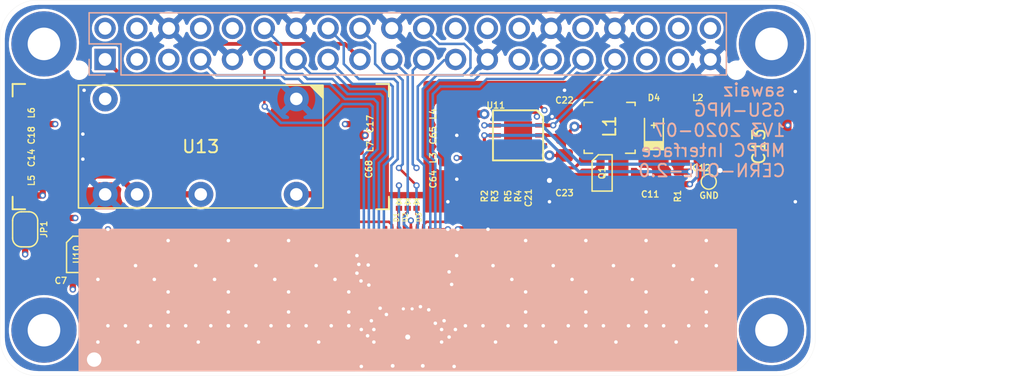
<source format=kicad_pcb>
(kicad_pcb (version 20200628) (host pcbnew "(5.99.0-2251-g5226d6b4d)")
  (layers (0 "F.Cu" signal) (1 "In1.Cu" signal) (2 "In2.Cu" signal) (31 "B.Cu" signal) (34 "B.Paste" user) (35 "F.Paste" user) (36 "B.SilkS" user) (37 "F.SilkS" user) (38 "B.Mask" user) (39 "F.Mask" user) (44 "Edge.Cuts" user))
  (net 0 "")
  (net 1 "GND")
  (net 2 "+5V")
  (net 3 "Net-(R3-Pad2)")
  (net 4 "Net-(Q1-Pad1)")
  (net 5 "Net-(R28-Pad2)")
  (net 6 "+3V3")
  (net 7 "MOSI")
  (net 8 "MISO")
  (net 9 "SCLK")
  (net 10 "CH0")
  (net 11 "CH1")
  (net 12 "CH2")
  (net 13 "CH3")
  (net 14 "CH7")
  (net 15 "CH6")
  (net 16 "CH5")
  (net 17 "CH4")
  (net 18 "+1V2")
  (net 19 "CLK")
  (net 20 "GPIO17")
  (net 21 "GPIO18")
  (net 22 "GPIO27")
  (net 23 "GPIO23")
  (net 24 "HV")
  (net 25 "-5V")
  (net 26 "DAC0")
  (net 27 "DAC1")
  (net 28 "DAC2")
  (net 29 "DAC3")
  (net 30 "DAC4")
  (net 31 "DAC5")
  (net 32 "DAC6")
  (net 33 "DAC7")
  (net 34 "~CS_{FPGA}")
  (net 35 "~CS_{DAC}")
  (net 36 "~FPGA_{RST}")
  (net 37 "FPGA_{DONE}")
  (net 38 "Net-(C24-Pad1)")
  (net 39 "Net-(C26-Pad2)")
  (net 40 "Net-(C27-Pad1)")
  (net 41 "Net-(C29-Pad1)")
  (net 42 "Net-(C31-Pad2)")
  (net 43 "Net-(C32-Pad1)")
  (net 44 "Net-(C39-Pad1)")
  (net 45 "Net-(C41-Pad2)")
  (net 46 "Net-(C42-Pad1)")
  (net 47 "Net-(C44-Pad1)")
  (net 48 "Net-(C46-Pad2)")
  (net 49 "Net-(C47-Pad1)")
  (net 50 "Net-(C49-Pad1)")
  (net 51 "Net-(C51-Pad2)")
  (net 52 "Net-(C52-Pad1)")
  (net 53 "Net-(C54-Pad1)")
  (net 54 "Net-(C56-Pad2)")
  (net 55 "Net-(C57-Pad1)")
  (net 56 "Net-(C59-Pad1)")
  (net 57 "Net-(C61-Pad2)")
  (net 58 "Net-(C62-Pad1)")
  (net 59 "~CS_{HV}")
  (net 60 "Net-(R2-Pad2)")
  (net 61 "Net-(R8-Pad2)")
  (net 62 "Net-(R12-Pad2)")
  (net 63 "Net-(R16-Pad2)")
  (net 64 "Net-(R20-Pad2)")
  (net 65 "Net-(R24-Pad2)")
  (net 66 "Net-(R32-Pad2)")
  (net 67 "Net-(R36-Pad2)")
  (net 68 "Net-(C11-Pad1)")
  (net 69 "Net-(C12-Pad1)")
  (net 70 "Net-(C21-Pad1)")
  (net 71 "Net-(R4-Pad1)")
  (net 72 "Net-(C34-Pad1)")
  (net 73 "Net-(C36-Pad2)")
  (net 74 "Net-(C37-Pad1)")
  (net 75 "/5V-BOOST")
  (net 76 "Net-(C65-Pad2)")
  (net 77 "GPIO22")
  (net 78 "Net-(L5-Pad1)")
  (net 79 "Net-(L6-Pad2)")
  (net 80 "LED-0")
  (net 81 "LED-1")
  (net 82 "LED-2")
  (net 83 "Net-(C68-Pad1)")
  (net 84 "Net-(D4-Pad2)")
  (net 85 "+5V-A")
  (module "config:SolderJumper-2_P1.3mm_Open_RoundedPad1.0x1.5mm" (layer "F.Cu") (at -30.5 3.3 90)
    (fp_text reference "JP1" (at 0 1.5 270) (layer "F.SilkS") (effects (font (size 0.5 0.5) (thickness 0.1))))
    (fp_text value "AGND-SPLT" hide)
    (pad "2" smd custom (at 0.65 0 90) (size 1 0.5) (layers "F.Cu" "F.Mask") (net 85 "+5V-A") (options (clearance outline) (anchor rect)) (primitives (gr_circle (center 0 0.25) (end 0.5 0.25) (width 0)) (gr_circle (center 0 -0.25) (end 0.5 -0.25) (width 0)) (gr_poly (pts (xy 0 -0.75) (xy -0.5 -0.75) (xy -0.5 0.75) (xy 0 0.75)) (width 0))))
    (pad "1" smd custom (at -0.65 0 90) (size 1 0.5) (layers "F.Cu" "F.Mask") (net 2 "+5V") (options (clearance outline) (anchor rect)) (primitives (gr_circle (center 0 0.25) (end 0.5 0.25) (width 0)) (gr_circle (center 0 -0.25) (end 0.5 -0.25) (width 0)) (gr_poly (pts (xy 0 -0.75) (xy 0.5 -0.75) (xy 0.5 0.75) (xy 0 0.75)) (width 0))))
  )
  (module "passives:L-0805" (layer "F.Cu") (at -5 -3.3 180)
    (fp_text reference "L7" (at -2 0 90) (layer "F.SilkS") (effects (font (size 0.5 0.5) (thickness 0.1))))
    (fp_text value "10u" hide)
    (pad "2" smd roundrect (at 1 0 180) (size 1 1.35) (layers "F.Cu" "F.Paste" "F.Mask") (net 83 "Net-(C68-Pad1)"))
    (pad "1" smd roundrect (at -1 0 180) (size 1 1.35) (layers "F.Cu" "F.Paste" "F.Mask") (net 2 "+5V"))
  )
  (module "passives:C-0805" (layer "F.Cu") (at -5 -1.5)
    (fp_text reference "C68" (at 1.9 0 90) (layer "F.SilkS") (effects (font (size 0.5 0.5) (thickness 0.1))))
    (fp_text value "1u" hide)
    (pad "2" smd roundrect (at 1 0) (size 1 1.35) (layers "F.Cu" "F.Paste" "F.Mask") (net 1 "GND"))
    (pad "1" smd roundrect (at -1 0) (size 1 1.35) (layers "F.Cu" "F.Paste" "F.Mask") (net 83 "Net-(C68-Pad1)"))
  )
  (module "passives:L-0805" (layer "F.Cu") (at -28.1 -6)
    (fp_text reference "L6" (at -1.9 0 90) (layer "F.SilkS") (effects (font (size 0.5 0.5) (thickness 0.1))))
    (fp_text value "10u" hide)
    (pad "2" smd roundrect (at 1 0) (size 1 1.35) (layers "F.Cu" "F.Paste" "F.Mask") (net 79 "Net-(L6-Pad2)"))
    (pad "1" smd roundrect (at -1 0) (size 1 1.35) (layers "F.Cu" "F.Paste" "F.Mask") (net 25 "-5V"))
  )
  (module "passives:L-0805" (layer "F.Cu") (at -28.1 -0.6 180)
    (fp_text reference "L5" (at 1.9 0 90) (layer "F.SilkS") (effects (font (size 0.5 0.5) (thickness 0.1))))
    (fp_text value "10u" hide)
    (pad "2" smd roundrect (at 1 0 180) (size 1 1.35) (layers "F.Cu" "F.Paste" "F.Mask") (net 85 "+5V-A"))
    (pad "1" smd roundrect (at -1 0 180) (size 1 1.35) (layers "F.Cu" "F.Paste" "F.Mask") (net 78 "Net-(L5-Pad1)"))
  )
  (module "MEA1:MEA1-D" (layer "F.Cu") (at -16.5 -3.3 180)
    (fp_text reference "U13" (at 0 0 unlocked) (layer "F.SilkS"))
    (fp_text value "MEA1D0505DC" hide)
    (pad "14" thru_hole circle (at -7.62 -3.81 180) (size 2 2) (drill 1) (layers *.Cu *.Mask) (net 83 "Net-(C68-Pad1)"))
    (pad "1" thru_hole circle (at -7.62 3.81 180) (size 2 2) (drill 1) (layers *.Cu *.Mask) (net 1 "GND"))
    (pad "7" thru_hole circle (at 7.62 3.81 180) (size 2 2) (drill 1) (layers *.Cu *.Mask))
    (pad "8" thru_hole circle (at 7.62 -3.81 180) (size 2 2) (drill 1) (layers *.Cu *.Mask) (net 1 "GND"))
    (pad "9" thru_hole circle (at 5.08 -3.81 180) (size 2 2) (drill 1) (layers *.Cu *.Mask) (net 78 "Net-(L5-Pad1)"))
    (pad "11" thru_hole circle (at 0 -3.81 180) (size 2 2) (drill 1) (layers *.Cu *.Mask) (net 79 "Net-(L6-Pad2)"))
  )
  (module "LL4148:SOD-80" (layer "F.Cu") (at 19.62453 -4.3 90)
    (fp_text reference "D4" (at 2.9 0 unlocked) (layer "F.SilkS") (effects (font (size 0.5 0.5) (thickness 0.1))))
    (fp_text value "LL4148" hide)
    (pad "2" smd roundrect (at 1.875 0 90) (size 1.25 2) (layers "F.Cu" "F.Paste" "F.Mask") (roundrect_rratio 0.05) (net 84 "Net-(D4-Pad2)"))
    (pad "1" smd roundrect (at -1.875 0 90) (size 1.25 2) (layers "F.Cu" "F.Paste" "F.Mask") (roundrect_rratio 0.05) (net 68 "Net-(C11-Pad1)"))
  )
  (module "BL-HUB37A-AV-TRB:D-0402" (layer "F.Cu") (at 0.7 1.1 90)
    (fp_text reference "D3" (at -0.8 0.2 90) (layer "F.SilkS") (effects (font (size 0.4 0.4) (thickness 0.075)) (justify right)))
    (fp_text value "BL-HUB37A-AV-TRB" hide)
    (pad "2" smd rect (at -0.525 0 90) (size 0.4 0.5) (layers "F.Cu" "F.Paste" "F.Mask") (net 82 "LED-2"))
    (pad "1" smd rect (at 0.525 0 270) (size 0.4 0.5) (layers "F.Cu" "F.Paste" "F.Mask") (net 1 "GND"))
  )
  (module "passives:C-0402" (layer "F.Cu") (at -25.5 11.1 -90)
    (fp_text reference "C1" (at 1.2 0 180) (layer "F.SilkS") (effects (font (size 0.5 0.5) (thickness 0.1))))
    (fp_text value "0u1" hide)
    (pad "2" smd roundrect (at 0.5 0 270) (size 0.6 0.6) (layers "F.Cu" "F.Paste" "F.Mask") (net 2 "+5V"))
    (pad "1" smd roundrect (at -0.5 0 270) (size 0.6 0.6) (layers "F.Cu" "F.Paste" "F.Mask") (net 1 "GND"))
  )
  (module "passives:C-0402" (layer "F.Cu") (at -24.7 11.1 -90)
    (fp_text reference "C2" (at -1.3 0 180) (layer "F.SilkS") (effects (font (size 0.5 0.5) (thickness 0.1))))
    (fp_text value "1u" hide)
    (pad "2" smd roundrect (at 0.5 0 270) (size 0.6 0.6) (layers "F.Cu" "F.Paste" "F.Mask") (net 2 "+5V"))
    (pad "1" smd roundrect (at -0.5 0 270) (size 0.6 0.6) (layers "F.Cu" "F.Paste" "F.Mask") (net 1 "GND"))
  )
  (module "passives:C-0402" (layer "F.Cu") (at 2.45001 14.199999 180)
    (fp_text reference "C3" (at -0.55 0.599999) (layer "F.SilkS") (effects (font (size 0.5 0.5) (thickness 0.1)) (justify left)))
    (fp_text value "0u1" hide)
    (pad "2" smd roundrect (at 0.5 0 180) (size 0.6 0.6) (layers "F.Cu" "F.Paste" "F.Mask") (net 2 "+5V"))
    (pad "1" smd roundrect (at -0.5 0 180) (size 0.6 0.6) (layers "F.Cu" "F.Paste" "F.Mask") (net 1 "GND"))
  )
  (module "passives:C-0402" (layer "F.Cu") (at -2.49999 14.2 180)
    (fp_text reference "C4" (at 0.05 0.75) (layer "F.SilkS") (effects (font (size 0.5 0.5) (thickness 0.1))))
    (fp_text value "1u" hide)
    (pad "2" smd roundrect (at 0.5 0 180) (size 0.6 0.6) (layers "F.Cu" "F.Paste" "F.Mask") (net 2 "+5V"))
    (pad "1" smd roundrect (at -0.5 0 180) (size 0.6 0.6) (layers "F.Cu" "F.Paste" "F.Mask") (net 1 "GND"))
  )
  (module "passives:C-0402" (layer "F.Cu") (at -3.4 9.2)
    (fp_text reference "C5" (at -0.4 -0.75) (layer "F.SilkS") (effects (font (size 0.5 0.5) (thickness 0.1))))
    (fp_text value "0u1" hide)
    (pad "2" smd roundrect (at 0.5 0) (size 0.6 0.6) (layers "F.Cu" "F.Paste" "F.Mask") (net 6 "+3V3"))
    (pad "1" smd roundrect (at -0.5 0) (size 0.6 0.6) (layers "F.Cu" "F.Paste" "F.Mask") (net 1 "GND"))
  )
  (module "passives:C-0402" (layer "F.Cu") (at -3.4 10)
    (fp_text reference "C6" (at -0.4 0.75) (layer "F.SilkS") (effects (font (size 0.5 0.5) (thickness 0.1))))
    (fp_text value "1u" hide)
    (pad "2" smd roundrect (at 0.5 0) (size 0.6 0.6) (layers "F.Cu" "F.Paste" "F.Mask") (net 6 "+3V3"))
    (pad "1" smd roundrect (at -0.5 0) (size 0.6 0.6) (layers "F.Cu" "F.Paste" "F.Mask") (net 1 "GND"))
  )
  (module "passives:C-0402" (layer "F.Cu") (at -26.2 7.4 180)
    (fp_text reference "C7" (at 0.9 0) (layer "F.SilkS") (effects (font (size 0.5 0.5) (thickness 0.1)) (justify right)))
    (fp_text value "1u" hide)
    (pad "2" smd roundrect (at 0.5 0 180) (size 0.6 0.6) (layers "F.Cu" "F.Paste" "F.Mask") (net 6 "+3V3"))
    (pad "1" smd roundrect (at -0.5 0 180) (size 0.6 0.6) (layers "F.Cu" "F.Paste" "F.Mask") (net 1 "GND"))
  )
  (module "passives:C-0402" (layer "F.Cu") (at 3.4 9.2 180)
    (fp_text reference "C9" (at 0 0.7) (layer "F.SilkS") (effects (font (size 0.5 0.5) (thickness 0.1))))
    (fp_text value "0u1" hide)
    (pad "2" smd roundrect (at 0.5 0 180) (size 0.6 0.6) (layers "F.Cu" "F.Paste" "F.Mask") (net 6 "+3V3"))
    (pad "1" smd roundrect (at -0.5 0 180) (size 0.6 0.6) (layers "F.Cu" "F.Paste" "F.Mask") (net 1 "GND"))
  )
  (module "passives:C-0402" (layer "F.Cu") (at 3.4 10 180)
    (fp_text reference "C10" (at -0.3 -0.7) (layer "F.SilkS") (effects (font (size 0.5 0.5) (thickness 0.1))))
    (fp_text value "1u" hide)
    (pad "2" smd roundrect (at 0.5 0 180) (size 0.6 0.6) (layers "F.Cu" "F.Paste" "F.Mask") (net 6 "+3V3"))
    (pad "1" smd roundrect (at -0.5 0 180) (size 0.6 0.6) (layers "F.Cu" "F.Paste" "F.Mask") (net 1 "GND"))
  )
  (module "passives:C-1206" (layer "F.Cu") (at 23.096204 -2.9)
    (fp_text reference "C12" (at 0.328326 1.3) (layer "F.SilkS") (effects (font (size 0.5 0.5) (thickness 0.1))))
    (fp_text value "1u" hide)
    (pad "1" smd roundrect (at -1.6 0) (size 1 1.8) (layers "F.Cu" "F.Paste" "F.Mask") (net 69 "Net-(C12-Pad1)"))
    (pad "2" smd roundrect (at 1.6 0) (size 1 1.8) (layers "F.Cu" "F.Paste" "F.Mask") (net 1 "GND"))
  )
  (module "passives:C-2220" (layer "F.Cu") (at 27.996204 -3.3 -90)
    (fp_text reference "C13" (at 0 0 90) (layer "F.SilkS"))
    (fp_text value "10u" hide)
    (pad "1" smd roundrect (at -2.85 0 270) (size 1.2 5.2) (layers "F.Cu" "F.Paste" "F.Mask") (net 24 "HV"))
    (pad "2" smd roundrect (at 2.85 0 270) (size 1.2 5.2) (layers "F.Cu" "F.Paste" "F.Mask") (net 1 "GND"))
  )
  (module "passives:C-0805" (layer "F.Cu") (at -28.1 -2.4)
    (fp_text reference "C14" (at -1.9 0 90) (layer "F.SilkS") (effects (font (size 0.5 0.5) (thickness 0.1))))
    (fp_text value "4u7" hide)
    (pad "2" smd roundrect (at 1 0) (size 1 1.35) (layers "F.Cu" "F.Paste" "F.Mask") (net 1 "GND"))
    (pad "1" smd roundrect (at -1 0) (size 1 1.35) (layers "F.Cu" "F.Paste" "F.Mask") (net 85 "+5V-A"))
  )
  (module "passives:C-0402" (layer "F.Cu") (at 23.8 6.8 -90)
    (fp_text reference "C15" (at 0.4 -0.8 90) (layer "F.SilkS") (effects (font (size 0.5 0.5) (thickness 0.1))))
    (fp_text value "1u" hide)
    (pad "2" smd roundrect (at 0.5 0 270) (size 0.6 0.6) (layers "F.Cu" "F.Paste" "F.Mask") (net 85 "+5V-A"))
    (pad "1" smd roundrect (at -0.5 0 270) (size 0.6 0.6) (layers "F.Cu" "F.Paste" "F.Mask") (net 1 "GND"))
  )
  (module "passives:C-0402" (layer "F.Cu") (at -25.2 8.2)
    (fp_text reference "C16" (at -0.3 0.9) (layer "F.SilkS") (effects (font (size 0.5 0.5) (thickness 0.1))))
    (fp_text value "1u" hide)
    (pad "2" smd roundrect (at 0.5 0) (size 0.6 0.6) (layers "F.Cu" "F.Paste" "F.Mask") (net 85 "+5V-A"))
    (pad "1" smd roundrect (at -0.5 0) (size 0.6 0.6) (layers "F.Cu" "F.Paste" "F.Mask") (net 1 "GND"))
  )
  (module "passives:C-0805" (layer "F.Cu") (at -28.1 -4.2 180)
    (fp_text reference "C18" (at 1.9 0 90) (layer "F.SilkS") (effects (font (size 0.5 0.5) (thickness 0.1))))
    (fp_text value "4u7" hide)
    (pad "2" smd roundrect (at 1 0 180) (size 1 1.35) (layers "F.Cu" "F.Paste" "F.Mask") (net 25 "-5V"))
    (pad "1" smd roundrect (at -1 0 180) (size 1 1.35) (layers "F.Cu" "F.Paste" "F.Mask") (net 1 "GND"))
  )
  (module "passives:C-0402" (layer "F.Cu") (at 24.6 4.9 90)
    (fp_text reference "C19" (at -0.7 0.7 90) (layer "F.SilkS") (effects (font (size 0.5 0.5) (thickness 0.1)) (justify left)))
    (fp_text value "1u" hide)
    (pad "2" smd roundrect (at 0.5 0 90) (size 0.6 0.6) (layers "F.Cu" "F.Paste" "F.Mask") (net 1 "GND"))
    (pad "1" smd roundrect (at -0.5 0 90) (size 0.6 0.6) (layers "F.Cu" "F.Paste" "F.Mask") (net 25 "-5V"))
  )
  (module "passives:C-0402" (layer "F.Cu") (at -23.9 8.7 -90)
    (fp_text reference "C20" (at -0.1 0.55 90) (layer "F.SilkS") (effects (font (size 0.3 0.3) (thickness 0.05)) (justify right)))
    (fp_text value "1u" hide)
    (pad "2" smd roundrect (at 0.5 0 270) (size 0.6 0.6) (layers "F.Cu" "F.Paste" "F.Mask") (net 1 "GND"))
    (pad "1" smd roundrect (at -0.5 0 270) (size 0.6 0.6) (layers "F.Cu" "F.Paste" "F.Mask") (net 25 "-5V"))
  )
  (module "passives:C-0402" (layer "F.Cu") (at 9.596204 -0.9 90)
    (fp_text reference "C21" (at -0.9 0.028326 90) (layer "F.SilkS") (effects (font (size 0.5 0.5) (thickness 0.1)) (justify right)))
    (fp_text value "0u22" hide)
    (pad "2" smd roundrect (at 0.5 0 90) (size 0.6 0.6) (layers "F.Cu" "F.Paste" "F.Mask") (net 1 "GND"))
    (pad "1" smd roundrect (at -0.5 0 90) (size 0.6 0.6) (layers "F.Cu" "F.Paste" "F.Mask") (net 70 "Net-(C21-Pad1)"))
  )
  (module "passives:C-0402" (layer "F.Cu") (at -21.49999 9.7 -90)
    (fp_text reference "C24" (at 1.3 -1.55 90) (layer "F.SilkS") (effects (font (size 0.25 0.25) (thickness 0.05))))
    (fp_text value "1u" hide)
    (pad "2" smd roundrect (at 0.5 0 270) (size 0.6 0.6) (layers "F.Cu" "F.Paste" "F.Mask") (net 26 "DAC0"))
    (pad "1" smd roundrect (at -0.5 0 270) (size 0.6 0.6) (layers "F.Cu" "F.Paste" "F.Mask") (net 38 "Net-(C24-Pad1)"))
  )
  (module "passives:C-0402" (layer "F.Cu") (at -19.59999 5.4)
    (fp_text reference "C25" (at -0.2 -0.7) (layer "F.SilkS") (effects (font (size 0.3 0.3) (thickness 0.05)) (justify left)))
    (fp_text value "0u1" hide)
    (pad "2" smd roundrect (at 0.5 0) (size 0.6 0.6) (layers "F.Cu" "F.Paste" "F.Mask") (net 1 "GND"))
    (pad "1" smd roundrect (at -0.5 0) (size 0.6 0.6) (layers "F.Cu" "F.Paste" "F.Mask") (net 85 "+5V-A"))
  )
  (module "passives:C-0402" (layer "F.Cu") (at -22.79999 4.9 -90)
    (fp_text reference "C26" (at 0 0.55001 90) (layer "F.SilkS") (effects (font (size 0.3 0.3) (thickness 0.05))))
    (fp_text value "1u" hide)
    (pad "2" smd roundrect (at 0.5 0 270) (size 0.6 0.6) (layers "F.Cu" "F.Paste" "F.Mask") (net 39 "Net-(C26-Pad2)"))
    (pad "1" smd roundrect (at -0.5 0 270) (size 0.6 0.6) (layers "F.Cu" "F.Paste" "F.Mask") (net 10 "CH0"))
  )
  (module "passives:C-0402" (layer "F.Cu") (at -23.09999 9.7 90)
    (fp_text reference "C27" (at -0.5 -0.55001 270) (layer "F.SilkS") (effects (font (size 0.25 0.25) (thickness 0.05))))
    (fp_text value "47n" hide)
    (pad "2" smd roundrect (at 0.5 0 90) (size 0.6 0.6) (layers "F.Cu" "F.Paste" "F.Mask") (net 1 "GND"))
    (pad "1" smd roundrect (at -0.5 0 90) (size 0.6 0.6) (layers "F.Cu" "F.Paste" "F.Mask") (net 40 "Net-(C27-Pad1)"))
  )
  (module "passives:C-0402" (layer "F.Cu") (at -23.89999 6.8 -90)
    (fp_text reference "C28" (at 0 0.40001 180) (layer "F.SilkS") (effects (font (size 0.3 0.3) (thickness 0.05)) (justify right)))
    (fp_text value "0u1" hide)
    (pad "2" smd roundrect (at 0.5 0 270) (size 0.6 0.6) (layers "F.Cu" "F.Paste" "F.Mask") (net 25 "-5V"))
    (pad "1" smd roundrect (at -0.5 0 270) (size 0.6 0.6) (layers "F.Cu" "F.Paste" "F.Mask") (net 1 "GND"))
  )
  (module "tooling:Fiducial_1.5mm_Mask3mm" (layer "F.Cu") (at -30.4 7.2)
    (fp_text reference "FD1" hide)
    (fp_text value "Fiducial" hide)
    (pad "" smd circle (at 0 0) (size 1.5 1.5) (layers "F.Cu" "F.Mask") (clearance 0.75))
  )
  (module "tooling:Fiducial_1.5mm_Mask3mm" (layer "F.Cu") (at 30.4 7.2)
    (fp_text reference "FD2" hide)
    (fp_text value "Fiducial" hide)
    (pad "" smd circle (at 0 0) (size 1.5 1.5) (layers "F.Cu" "F.Mask") (clearance 0.75))
  )
  (module "tooling:Fiducial_1.5mm_Mask3mm" (layer "F.Cu") (at -16.5 -6.5)
    (fp_text reference "FD3" hide)
    (fp_text value "Fiducial" hide)
    (pad "" smd circle (at 0 0) (size 1.5 1.5) (layers "F.Cu" "F.Mask") (clearance 0.75))
  )
  (module "M2.5:M2.5x11-Standoff" (layer "B.Cu") (at -29 -11.5 180)
    (fp_text reference "H1" hide)
    (fp_text value "M2.5" hide)
    (pad "1" thru_hole circle (at 0 0 180) (size 5.2 5.2) (drill 2.6) (layers *.Cu *.Mask))
  )
  (module "M2.5:M2.5x11-Standoff" (layer "B.Cu") (at 29 -11.5 180)
    (fp_text reference "H2" hide)
    (fp_text value "M2.5" hide)
    (pad "1" thru_hole circle (at 0 0 180) (size 5.2 5.2) (drill 2.6) (layers *.Cu *.Mask))
  )
  (module "M2.5:M2.5x11-Standoff" (layer "B.Cu") (at 29.00001 11.35 180)
    (fp_text reference "H3" hide)
    (fp_text value "M2.5" hide)
    (pad "1" thru_hole circle (at 0 0 180) (size 5.2 5.2) (drill 2.6) (layers *.Cu *.Mask))
  )
  (module "M2.5:M2.5x11-Standoff" (layer "B.Cu") (at -28.99999 11.35 180)
    (fp_text reference "H4" hide)
    (fp_text value "M2.5" hide)
    (pad "1" thru_hole circle (at 0 0 180) (size 5.2 5.2) (drill 2.6) (layers *.Cu *.Mask))
  )
  (module "RaspberryPi:C35165" (layer "B.Cu") (at 0 -11.5)
    (fp_text reference "J9" hide)
    (fp_text value "Raspberry_Pi_40P-Connector" hide)
    (pad "40" thru_hole circle (at 24.13 -1.24) (size 1.7 1.7) (drill 1.02) (layers *.Cu *.Mask))
    (pad "39" thru_hole circle (at 24.13 1.24) (size 1.7 1.7) (drill 1.02) (layers *.Cu *.Mask) (net 1 "GND"))
    (pad "38" thru_hole circle (at 21.59 -1.24) (size 1.7 1.7) (drill 1.02) (layers *.Cu *.Mask))
    (pad "37" thru_hole circle (at 21.59 1.24) (size 1.7 1.7) (drill 1.02) (layers *.Cu *.Mask))
    (pad "36" thru_hole circle (at 19.05 -1.24) (size 1.7 1.7) (drill 1.02) (layers *.Cu *.Mask))
    (pad "35" thru_hole circle (at 19.05 1.24) (size 1.7 1.7) (drill 1.02) (layers *.Cu *.Mask))
    (pad "34" thru_hole circle (at 16.51 -1.24) (size 1.7 1.7) (drill 1.02) (layers *.Cu *.Mask) (net 1 "GND"))
    (pad "33" thru_hole circle (at 16.51 1.24) (size 1.7 1.7) (drill 1.02) (layers *.Cu *.Mask) (net 59 "~CS_{HV}"))
    (pad "32" thru_hole circle (at 13.97 -1.24) (size 1.7 1.7) (drill 1.02) (layers *.Cu *.Mask))
    (pad "31" thru_hole circle (at 13.97 1.24) (size 1.7 1.7) (drill 1.02) (layers *.Cu *.Mask) (net 23 "GPIO23"))
    (pad "30" thru_hole circle (at 11.43 -1.24) (size 1.7 1.7) (drill 1.02) (layers *.Cu *.Mask) (net 1 "GND"))
    (pad "29" thru_hole circle (at 11.43 1.24) (size 1.7 1.7) (drill 1.02) (layers *.Cu *.Mask) (net 77 "GPIO22"))
    (pad "28" thru_hole circle (at 8.89 -1.24) (size 1.7 1.7) (drill 1.02) (layers *.Cu *.Mask))
    (pad "27" thru_hole circle (at 8.89 1.24) (size 1.7 1.7) (drill 1.02) (layers *.Cu *.Mask))
    (pad "26" thru_hole circle (at 6.35 -1.24) (size 1.7 1.7) (drill 1.02) (layers *.Cu *.Mask))
    (pad "25" thru_hole circle (at 6.35 1.24) (size 1.7 1.7) (drill 1.02) (layers *.Cu *.Mask) (net 1 "GND"))
    (pad "24" thru_hole circle (at 3.81 -1.24) (size 1.7 1.7) (drill 1.02) (layers *.Cu *.Mask))
    (pad "23" thru_hole circle (at 3.81 1.24) (size 1.7 1.7) (drill 1.02) (layers *.Cu *.Mask) (net 9 "SCLK"))
    (pad "22" thru_hole circle (at 1.27 -1.24) (size 1.7 1.7) (drill 1.02) (layers *.Cu *.Mask) (net 35 "~CS_{DAC}"))
    (pad "21" thru_hole circle (at 1.27 1.24) (size 1.7 1.7) (drill 1.02) (layers *.Cu *.Mask) (net 8 "MISO"))
    (pad "20" thru_hole circle (at -1.27 -1.24) (size 1.7 1.7) (drill 1.02) (layers *.Cu *.Mask) (net 1 "GND"))
    (pad "19" thru_hole circle (at -1.27 1.24) (size 1.7 1.7) (drill 1.02) (layers *.Cu *.Mask) (net 7 "MOSI"))
    (pad "18" thru_hole circle (at -3.81 -1.24) (size 1.7 1.7) (drill 1.02) (layers *.Cu *.Mask) (net 34 "~CS_{FPGA}"))
    (pad "17" thru_hole circle (at -3.81 1.24) (size 1.7 1.7) (drill 1.02) (layers *.Cu *.Mask) (net 6 "+3V3"))
    (pad "16" thru_hole circle (at -6.35 -1.24) (size 1.7 1.7) (drill 1.02) (layers *.Cu *.Mask) (net 37 "FPGA_{DONE}"))
    (pad "15" thru_hole circle (at -6.35 1.24) (size 1.7 1.7) (drill 1.02) (layers *.Cu *.Mask) (net 36 "~FPGA_{RST}"))
    (pad "14" thru_hole circle (at -8.89 -1.24) (size 1.7 1.7) (drill 1.02) (layers *.Cu *.Mask) (net 1 "GND"))
    (pad "13" thru_hole circle (at -8.89 1.24) (size 1.7 1.7) (drill 1.02) (layers *.Cu *.Mask) (net 22 "GPIO27"))
    (pad "12" thru_hole circle (at -11.43 -1.24) (size 1.7 1.7) (drill 1.02) (layers *.Cu *.Mask) (net 21 "GPIO18"))
    (pad "11" thru_hole circle (at -11.43 1.24) (size 1.7 1.7) (drill 1.02) (layers *.Cu *.Mask) (net 20 "GPIO17"))
    (pad "10" thru_hole circle (at -13.97 -1.24) (size 1.7 1.7) (drill 1.02) (layers *.Cu *.Mask))
    (pad "9" thru_hole circle (at -13.97 1.24) (size 1.7 1.7) (drill 1.02) (layers *.Cu *.Mask) (net 1 "GND"))
    (pad "8" thru_hole circle (at -16.51 -1.24) (size 1.7 1.7) (drill 1.02) (layers *.Cu *.Mask))
    (pad "7" thru_hole circle (at -16.51 1.24) (size 1.7 1.7) (drill 1.02) (layers *.Cu *.Mask) (net 19 "CLK"))
    (pad "6" thru_hole circle (at -19.05 -1.24) (size 1.7 1.7) (drill 1.02) (layers *.Cu *.Mask) (net 1 "GND"))
    (pad "5" thru_hole circle (at -19.05 1.24) (size 1.7 1.7) (drill 1.02) (layers *.Cu *.Mask))
    (pad "4" thru_hole circle (at -21.59 -1.24) (size 1.7 1.7) (drill 1.02) (layers *.Cu *.Mask) (net 2 "+5V"))
    (pad "3" thru_hole circle (at -21.59 1.24) (size 1.7 1.7) (drill 1.02) (layers *.Cu *.Mask))
    (pad "2" thru_hole circle (at -24.13 -1.24) (size 1.7 1.7) (drill 1.02) (layers *.Cu *.Mask) (net 2 "+5V"))
    (pad "1" thru_hole rect (at -24.13 1.24) (size 1.7 1.7) (drill 1.02) (layers *.Cu *.Mask) (net 6 "+3V3"))
  )
  (module "SRN4018:SRN4018" (layer "F.Cu") (at 16.096204 -4.8)
    (fp_text reference "L1" (at 0 -0.1 270) (layer "F.SilkS"))
    (fp_text value "150uH" hide)
    (pad "1" smd rect (at -1.525 0) (size 1.5 3.6) (layers "F.Cu" "F.Paste" "F.Mask") (net 75 "/5V-BOOST"))
    (pad "2" smd rect (at 1.525 0) (size 1.5 3.6) (layers "F.Cu" "F.Paste" "F.Mask") (net 84 "Net-(D4-Pad2)"))
  )
  (module "tooling:1.152mm-ToolingHole" (layer "F.Cu") (at -26.2 -9.4)
    (fp_text reference "MH1" hide)
    (fp_text value "toolingHole" hide)
    (pad "" np_thru_hole circle (at 0 0) (size 1.152 1.152) (drill 1.152) (layers *.Cu *.Mask))
  )
  (module "tooling:1.152mm-ToolingHole" (layer "F.Cu") (at -25 13.7)
    (fp_text reference "MH2" hide)
    (fp_text value "toolingHole" hide)
    (pad "" np_thru_hole circle (at 0 0) (size 1.152 1.152) (drill 1.152) (layers *.Cu *.Mask))
  )
  (module "tooling:1.152mm-ToolingHole" (layer "F.Cu") (at 26.2 -9.4)
    (fp_text reference "MH3" hide)
    (fp_text value "toolingHole" hide)
    (pad "" np_thru_hole circle (at 0 0) (size 1.152 1.152) (drill 1.152) (layers *.Cu *.Mask))
  )
  (module "BSS123L:SOT-23-3" (layer "F.Cu") (at 15.496204 -1.2)
    (fp_text reference "Q1" (at 0 0 90 unlocked) (layer "F.SilkS") (effects (font (size 0.5 0.5) (thickness 0.1))))
    (fp_text value "BSS123L" hide)
    (pad "3" smd roundrect (at 1.3 0) (size 1.1 0.6) (layers "F.Cu" "F.Paste" "F.Mask") (roundrect_rratio 0.083) (net 84 "Net-(D4-Pad2)"))
    (pad "2" smd roundrect (at -1.3 0.95) (size 1.1 0.6) (layers "F.Cu" "F.Paste" "F.Mask") (roundrect_rratio 0.083) (net 1 "GND"))
    (pad "1" smd roundrect (at -1.3 -0.95) (size 1.1 0.6) (layers "F.Cu" "F.Paste" "F.Mask") (roundrect_rratio 0.083) (net 4 "Net-(Q1-Pad1)"))
  )
  (module "passives:R-0402" (layer "F.Cu") (at 21.496204 -0.8 -90)
    (fp_text reference "R1" (at 0.9 -0.028326 90) (layer "F.SilkS") (effects (font (size 0.5 0.5) (thickness 0.1)) (justify right)))
    (fp_text value "806R" hide)
    (pad "2" smd roundrect (at 0.5 0 270) (size 0.6 0.6) (layers "F.Cu" "F.Paste" "F.Mask") (net 68 "Net-(C11-Pad1)"))
    (pad "1" smd roundrect (at -0.5 0 270) (size 0.6 0.6) (layers "F.Cu" "F.Paste" "F.Mask") (net 69 "Net-(C12-Pad1)"))
  )
  (module "passives:R-0402" (layer "F.Cu") (at 6.146204 -0.85 -90)
    (fp_text reference "R2" (at 0.95 0.021674 90) (layer "F.SilkS") (effects (font (size 0.5 0.5) (thickness 0.1)) (justify right)))
    (fp_text value "100K" hide)
    (pad "2" smd roundrect (at 0.5 0 270) (size 0.6 0.6) (layers "F.Cu" "F.Paste" "F.Mask") (net 60 "Net-(R2-Pad2)"))
    (pad "1" smd roundrect (at -0.5 0 270) (size 0.6 0.6) (layers "F.Cu" "F.Paste" "F.Mask") (net 69 "Net-(C12-Pad1)"))
  )
  (module "passives:R-0402" (layer "F.Cu") (at 6.946204 -0.85 90)
    (fp_text reference "R3" (at -0.95 0 90) (layer "F.SilkS") (effects (font (size 0.5 0.5) (thickness 0.1)) (justify right)))
    (fp_text value "2K49" hide)
    (pad "2" smd roundrect (at 0.5 0 90) (size 0.6 0.6) (layers "F.Cu" "F.Paste" "F.Mask") (net 3 "Net-(R3-Pad2)"))
    (pad "1" smd roundrect (at -0.5 0 90) (size 0.6 0.6) (layers "F.Cu" "F.Paste" "F.Mask") (net 60 "Net-(R2-Pad2)"))
  )
  (module "passives:R-0402" (layer "F.Cu") (at 8.796204 -0.9 -90)
    (fp_text reference "R4" (at 1 0 90) (layer "F.SilkS") (effects (font (size 0.5 0.5) (thickness 0.1)) (justify right)))
    (fp_text value "20R" hide)
    (pad "2" smd roundrect (at 0.5 0 270) (size 0.6 0.6) (layers "F.Cu" "F.Paste" "F.Mask") (net 70 "Net-(C21-Pad1)"))
    (pad "1" smd roundrect (at -0.5 0 270) (size 0.6 0.6) (layers "F.Cu" "F.Paste" "F.Mask") (net 71 "Net-(R4-Pad1)"))
  )
  (module "passives:R-0402" (layer "F.Cu") (at 7.996204 -0.9 -90)
    (fp_text reference "R5" (at 1 0 90) (layer "F.SilkS") (effects (font (size 0.5 0.5) (thickness 0.1)) (justify right)))
    (fp_text value "2K37" hide)
    (pad "2" smd roundrect (at 0.5 0 270) (size 0.6 0.6) (layers "F.Cu" "F.Paste" "F.Mask") (net 1 "GND"))
    (pad "1" smd roundrect (at -0.5 0 270) (size 0.6 0.6) (layers "F.Cu" "F.Paste" "F.Mask") (net 60 "Net-(R2-Pad2)"))
  )
  (module "passives:R-0402" (layer "F.Cu") (at -19.89999 9.7 90)
    (fp_text reference "R6" (at 0.5 0.6 270) (layer "F.SilkS") (effects (font (size 0.25 0.25) (thickness 0.05))))
    (fp_text value "1K" hide)
    (pad "2" smd roundrect (at 0.5 0 90) (size 0.6 0.6) (layers "F.Cu" "F.Paste" "F.Mask") (net 24 "HV"))
    (pad "1" smd roundrect (at -0.5 0 90) (size 0.6 0.6) (layers "F.Cu" "F.Paste" "F.Mask") (net 40 "Net-(C27-Pad1)"))
  )
  (module "passives:R-0402" (layer "F.Cu") (at -22.29999 9.7 90)
    (fp_text reference "R7" (at -1.3 -0.7 270) (layer "F.SilkS") (effects (font (size 0.25 0.25) (thickness 0.05))))
    (fp_text value "49R9" hide)
    (pad "2" smd roundrect (at 0.5 0 90) (size 0.6 0.6) (layers "F.Cu" "F.Paste" "F.Mask") (net 38 "Net-(C24-Pad1)"))
    (pad "1" smd roundrect (at -0.5 0 90) (size 0.6 0.6) (layers "F.Cu" "F.Paste" "F.Mask") (net 1 "GND"))
  )
  (module "passives:R-0402" (layer "F.Cu") (at -20.69999 9.7 90)
    (fp_text reference "R8" (at -1.3 1.15 270) (layer "F.SilkS") (effects (font (size 0.25 0.25) (thickness 0.05))))
    (fp_text value "49R9" hide)
    (pad "2" smd roundrect (at 0.5 0 90) (size 0.6 0.6) (layers "F.Cu" "F.Paste" "F.Mask") (net 61 "Net-(R8-Pad2)"))
    (pad "1" smd roundrect (at -0.5 0 90) (size 0.6 0.6) (layers "F.Cu" "F.Paste" "F.Mask") (net 1 "GND"))
  )
  (module "passives:R-0402" (layer "F.Cu") (at -21.49999 5.4)
    (fp_text reference "R9" (at -0.5 -0.4 90) (layer "F.SilkS") (effects (font (size 0.3 0.3) (thickness 0.05)) (justify left)))
    (fp_text value "20K" hide)
    (pad "2" smd roundrect (at 0.5 0) (size 0.6 0.6) (layers "F.Cu" "F.Paste" "F.Mask") (net 61 "Net-(R8-Pad2)"))
    (pad "1" smd roundrect (at -0.5 0) (size 0.6 0.6) (layers "F.Cu" "F.Paste" "F.Mask") (net 39 "Net-(C26-Pad2)"))
  )
  (module "tooling:TestPoint_Pad_D1.0mm" (layer "F.Cu") (at 23.996204 -0.5)
    (fp_text reference "TP10" hide)
    (fp_text value "GND" hide)
    (pad "1" smd circle (at 0 0) (size 1 1) (layers "F.Cu" "F.Mask") (net 1 "GND"))
  )
  (module "DAC80508:DAC80508-RTE" (layer "F.Cu") (at 0.00001 11.899999)
    (fp_text reference "U12" (at 2.4 1.25 90 unlocked) (layer "F.SilkS") (effects (font (size 0.5 0.5) (thickness 0.1))))
    (fp_text value "DAC60508ZRTE" hide)
    (pad "6" smd rect (at 0 0) (size 0.8 0.8) (layers "F.Cu" "F.Paste" "F.Mask") (net 1 "GND"))
    (pad "16" smd custom (at -0.75 -1.475) (size 0.28 0.57) (layers "F.Cu" "F.Paste" "F.Mask") (net 6 "+3V3") (options (clearance outline) (anchor rect)) (primitives (gr_circle (center 0 0.285) (end 0.14 0.285) (width 0)) (gr_poly (pts (xy -0.14 -0.285) (xy 0.14 -0.285) (xy 0.14 -0.425) (xy -0.14 -0.425)) (width 0))))
    (pad "15" smd custom (at -0.25 -1.475) (size 0.28 0.57) (layers "F.Cu" "F.Paste" "F.Mask") (net 8 "MISO") (options (clearance outline) (anchor rect)) (primitives (gr_circle (center 0 0.285) (end 0.14 0.285) (width 0)) (gr_poly (pts (xy -0.14 -0.285) (xy 0.14 -0.285) (xy 0.14 -0.425) (xy -0.14 -0.425)) (width 0))))
    (pad "14" smd custom (at 0.25 -1.475) (size 0.28 0.57) (layers "F.Cu" "F.Paste" "F.Mask") (net 7 "MOSI") (options (clearance outline) (anchor rect)) (primitives (gr_circle (center 0 0.285) (end 0.14 0.285) (width 0)) (gr_poly (pts (xy -0.14 -0.285) (xy 0.14 -0.285) (xy 0.14 -0.425) (xy -0.14 -0.425)) (width 0))))
    (pad "13" smd custom (at 0.75 -1.475) (size 0.28 0.57) (layers "F.Cu" "F.Paste" "F.Mask") (net 9 "SCLK") (options (clearance outline) (anchor rect)) (primitives (gr_circle (center 0 0.285) (end 0.14 0.285) (width 0)) (gr_poly (pts (xy -0.14 -0.285) (xy 0.14 -0.285) (xy 0.14 -0.425) (xy -0.14 -0.425)) (width 0))))
    (pad "12" smd custom (at 1.475 -0.75 270) (size 0.28 0.57) (layers "F.Cu" "F.Paste" "F.Mask") (net 35 "~CS_{DAC}") (options (clearance outline) (anchor rect)) (primitives (gr_circle (center 0 0.285) (end 0.14 0.285) (width 0)) (gr_poly (pts (xy -0.14 -0.285) (xy 0.14 -0.285) (xy 0.14 -0.425) (xy -0.14 -0.425)) (width 0))))
    (pad "11" smd custom (at 1.475 -0.25 270) (size 0.28 0.57) (layers "F.Cu" "F.Paste" "F.Mask") (net 33 "DAC7") (options (clearance outline) (anchor rect)) (primitives (gr_circle (center 0 0.285) (end 0.14 0.285) (width 0)) (gr_poly (pts (xy -0.14 -0.285) (xy 0.14 -0.285) (xy 0.14 -0.425) (xy -0.14 -0.425)) (width 0))))
    (pad "10" smd custom (at 1.475 0.25 270) (size 0.28 0.57) (layers "F.Cu" "F.Paste" "F.Mask") (net 32 "DAC6") (options (clearance outline) (anchor rect)) (primitives (gr_circle (center 0 0.285) (end 0.14 0.285) (width 0)) (gr_poly (pts (xy -0.14 -0.285) (xy 0.14 -0.285) (xy 0.14 -0.425) (xy -0.14 -0.425)) (width 0))))
    (pad "9" smd custom (at 1.475 0.75 270) (size 0.28 0.57) (layers "F.Cu" "F.Paste" "F.Mask") (net 31 "DAC5") (options (clearance outline) (anchor rect)) (primitives (gr_circle (center 0 0.285) (end 0.14 0.285) (width 0)) (gr_poly (pts (xy -0.14 -0.285) (xy 0.14 -0.285) (xy 0.14 -0.425) (xy -0.14 -0.425)) (width 0))))
    (pad "8" smd custom (at 0.75 1.475 180) (size 0.28 0.57) (layers "F.Cu" "F.Paste" "F.Mask") (net 30 "DAC4") (options (clearance outline) (anchor rect)) (primitives (gr_circle (center 0 0.285) (end 0.14 0.285) (width 0)) (gr_poly (pts (xy -0.14 -0.285) (xy 0.14 -0.285) (xy 0.14 -0.425) (xy -0.14 -0.425)) (width 0))))
    (pad "7" smd custom (at 0.25 1.475 180) (size 0.28 0.57) (layers "F.Cu" "F.Paste" "F.Mask") (net 2 "+5V") (options (clearance outline) (anchor rect)) (primitives (gr_circle (center 0 0.285) (end 0.14 0.285) (width 0)) (gr_poly (pts (xy -0.14 -0.285) (xy 0.14 -0.285) (xy 0.14 -0.425) (xy -0.14 -0.425)) (width 0))))
    (pad "6" smd custom (at -0.25 1.475 180) (size 0.28 0.57) (layers "F.Cu" "F.Paste" "F.Mask") (net 1 "GND") (options (clearance outline) (anchor rect)) (primitives (gr_circle (center 0 0.285) (end 0.14 0.285) (width 0)) (gr_poly (pts (xy -0.14 -0.285) (xy 0.14 -0.285) (xy 0.14 -0.425) (xy -0.14 -0.425)) (width 0))))
    (pad "5" smd custom (at -0.75 1.475 180) (size 0.28 0.57) (layers "F.Cu" "F.Paste" "F.Mask") (net 29 "DAC3") (options (clearance outline) (anchor rect)) (primitives (gr_circle (center 0 0.285) (end 0.14 0.285) (width 0)) (gr_poly (pts (xy -0.14 -0.285) (xy 0.14 -0.285) (xy 0.14 -0.425) (xy -0.14 -0.425)) (width 0))))
    (pad "4" smd custom (at -1.475 0.75 90) (size 0.28 0.57) (layers "F.Cu" "F.Paste" "F.Mask") (net 28 "DAC2") (options (clearance outline) (anchor rect)) (primitives (gr_circle (center 0 0.285) (end 0.14 0.285) (width 0)) (gr_poly (pts (xy -0.14 -0.285) (xy 0.14 -0.285) (xy 0.14 -0.425) (xy -0.14 -0.425)) (width 0))))
    (pad "3" smd custom (at -1.475 0.25 90) (size 0.28 0.57) (layers "F.Cu" "F.Paste" "F.Mask") (net 27 "DAC1") (options (clearance outline) (anchor rect)) (primitives (gr_circle (center 0 0.285) (end 0.14 0.285) (width 0)) (gr_poly (pts (xy -0.14 -0.285) (xy 0.14 -0.285) (xy 0.14 -0.425) (xy -0.14 -0.425)) (width 0))))
    (pad "2" smd custom (at -1.475 -0.25 90) (size 0.28 0.57) (layers "F.Cu" "F.Paste" "F.Mask") (net 26 "DAC0") (options (clearance outline) (anchor rect)) (primitives (gr_circle (center 0 0.285) (end 0.14 0.285) (width 0)) (gr_poly (pts (xy -0.14 -0.285) (xy 0.14 -0.285) (xy 0.14 -0.425) (xy -0.14 -0.425)) (width 0))))
    (pad "1" smd custom (at -1.475 -0.75 90) (size 0.28 0.57) (layers "F.Cu" "F.Paste" "F.Mask") (options (clearance outline) (anchor rect)) (primitives (gr_circle (center 0 0.285) (end 0.14 0.285) (width 0)) (gr_poly (pts (xy -0.14 -0.285) (xy 0.14 -0.285) (xy 0.14 -0.425) (xy -0.14 -0.425)) (width 0))))
  )
  (module "MIC550X:SOT-23-5" (layer "F.Cu") (at -26.4 5.3)
    (fp_text reference "U10" (at 0 0 90 unlocked) (layer "F.SilkS") (effects (font (size 0.5 0.5) (thickness 0.1))))
    (fp_text value "MIC5504-1.2YM5" hide)
    (pad "5" smd roundrect (at 1.3 -0.95) (size 1.1 0.6) (layers "F.Cu" "F.Paste" "F.Mask") (roundrect_rratio 0.083) (net 18 "+1V2"))
    (pad "4" smd roundrect (at 1.3 0.95) (size 1.1 0.6) (layers "F.Cu" "F.Paste" "F.Mask") (roundrect_rratio 0.083))
    (pad "3" smd roundrect (at -1.3 0.95) (size 1.1 0.6) (layers "F.Cu" "F.Paste" "F.Mask") (roundrect_rratio 0.083) (net 6 "+3V3"))
    (pad "2" smd roundrect (at -1.3 0) (size 1.1 0.6) (layers "F.Cu" "F.Paste" "F.Mask") (roundrect_rratio 0.083) (net 1 "GND"))
    (pad "1" smd roundrect (at -1.3 -0.95) (size 1.1 0.6) (layers "F.Cu" "F.Paste" "F.Mask") (roundrect_rratio 0.083) (net 6 "+3V3"))
  )
  (module "ICE40-LP384:ICE40-LP384-QFN32" (layer "F.Cu") (at 0.00001 5.906782)
    (fp_text reference "U9" (at -3.40001 -1.706782 270) (layer "F.SilkS") (effects (font (size 0.5 0.5) (thickness 0.1))))
    (fp_text value "ICE40-LP384-SG32" hide)
    (pad "33" smd rect (at 0 0) (size 3.45 3.45) (layers "F.Cu" "F.Mask") (net 1 "GND"))
    (pad "32" smd roundrect (at -1.75 -2.4375) (size 0.25 0.875) (layers "F.Cu" "F.Paste" "F.Mask") (net 11 "CH1"))
    (pad "31" smd roundrect (at -1.25 -2.4375) (size 0.25 0.875) (layers "F.Cu" "F.Paste" "F.Mask") (net 10 "CH0"))
    (pad "30" smd roundrect (at -0.75 -2.4375) (size 0.25 0.875) (layers "F.Cu" "F.Paste" "F.Mask") (net 80 "LED-0"))
    (pad "29" smd roundrect (at -0.25 -2.4375) (size 0.25 0.875) (layers "F.Cu" "F.Paste" "F.Mask") (net 81 "LED-1"))
    (pad "28" smd roundrect (at 0.25 -2.4375) (size 0.25 0.875) (layers "F.Cu" "F.Paste" "F.Mask") (net 6 "+3V3"))
    (pad "27" smd roundrect (at 0.75 -2.4375) (size 0.25 0.875) (layers "F.Cu" "F.Paste" "F.Mask") (net 82 "LED-2"))
    (pad "26" smd roundrect (at 1.25 -2.4375) (size 0.25 0.875) (layers "F.Cu" "F.Paste" "F.Mask") (net 14 "CH7"))
    (pad "25" smd roundrect (at 1.75 -2.4375) (size 0.25 0.875) (layers "F.Cu" "F.Paste" "F.Mask") (net 18 "+1V2"))
    (pad "24" smd roundrect (at 2.4375 -1.75) (size 0.875 0.25) (layers "F.Cu" "F.Paste" "F.Mask") (net 6 "+3V3"))
    (pad "23" smd roundrect (at 2.4375 -1.25) (size 0.875 0.25) (layers "F.Cu" "F.Paste" "F.Mask") (net 15 "CH6"))
    (pad "22" smd roundrect (at 2.4375 -0.75) (size 0.875 0.25) (layers "F.Cu" "F.Paste" "F.Mask") (net 16 "CH5"))
    (pad "21" smd roundrect (at 2.4375 -0.25) (size 0.875 0.25) (layers "F.Cu" "F.Paste" "F.Mask") (net 1 "GND"))
    (pad "20" smd roundrect (at 2.4375 0.25) (size 0.875 0.25) (layers "F.Cu" "F.Paste" "F.Mask") (net 17 "CH4"))
    (pad "19" smd roundrect (at 2.4375 0.75) (size 0.875 0.25) (layers "F.Cu" "F.Paste" "F.Mask") (net 23 "GPIO23"))
    (pad "18" smd roundrect (at 2.4375 1.25) (size 0.875 0.25) (layers "F.Cu" "F.Paste" "F.Mask") (net 77 "GPIO22"))
    (pad "17" smd roundrect (at 2.4375 1.75) (size 0.875 0.25) (layers "F.Cu" "F.Paste" "F.Mask") (net 6 "+3V3"))
    (pad "16" smd roundrect (at 1.75 2.4375) (size 0.25 0.875) (layers "F.Cu" "F.Paste" "F.Mask") (net 6 "+3V3"))
    (pad "15" smd roundrect (at 1.25 2.4375) (size 0.25 0.875) (layers "F.Cu" "F.Paste" "F.Mask") (net 9 "SCLK"))
    (pad "14" smd roundrect (at 0.75 2.4375) (size 0.25 0.875) (layers "F.Cu" "F.Paste" "F.Mask") (net 34 "~CS_{FPGA}"))
    (pad "13" smd roundrect (at 0.25 2.4375) (size 0.25 0.875) (layers "F.Cu" "F.Paste" "F.Mask") (net 7 "MOSI"))
    (pad "12" smd roundrect (at -0.25 2.4375) (size 0.25 0.875) (layers "F.Cu" "F.Paste" "F.Mask") (net 8 "MISO"))
    (pad "11" smd roundrect (at -0.75 2.4375) (size 0.25 0.875) (layers "F.Cu" "F.Paste" "F.Mask") (net 37 "FPGA_{DONE}"))
    (pad "10" smd roundrect (at -1.25 2.4375) (size 0.25 0.875) (layers "F.Cu" "F.Paste" "F.Mask") (net 36 "~FPGA_{RST}"))
    (pad "9" smd roundrect (at -1.75 2.4375) (size 0.25 0.875) (layers "F.Cu" "F.Paste" "F.Mask") (net 6 "+3V3"))
    (pad "8" smd roundrect (at -2.4375 1.75) (size 0.875 0.25) (layers "F.Cu" "F.Paste" "F.Mask") (net 22 "GPIO27"))
    (pad "7" smd roundrect (at -2.4375 1.25) (size 0.875 0.25) (layers "F.Cu" "F.Paste" "F.Mask") (net 21 "GPIO18"))
    (pad "6" smd roundrect (at -2.4375 0.75) (size 0.875 0.25) (layers "F.Cu" "F.Paste" "F.Mask") (net 19 "CLK"))
    (pad "5" smd roundrect (at -2.4375 0.25) (size 0.875 0.25) (layers "F.Cu" "F.Paste" "F.Mask") (net 20 "GPIO17"))
    (pad "4" smd roundrect (at -2.4375 -0.25) (size 0.875 0.25) (layers "F.Cu" "F.Paste" "F.Mask") (net 6 "+3V3"))
    (pad "3" smd roundrect (at -2.4375 -0.75) (size 0.875 0.25) (layers "F.Cu" "F.Paste" "F.Mask") (net 1 "GND"))
    (pad "2" smd roundrect (at -2.4375 -1.25) (size 0.875 0.25) (layers "F.Cu" "F.Paste" "F.Mask") (net 13 "CH3"))
    (pad "1" smd roundrect (at -2.4375 -1.75) (size 0.875 0.25) (layers "F.Cu" "F.Paste" "F.Mask") (net 12 "CH2"))
  )
  (module "OPA84X:SOT-23-5" (layer "F.Cu") (at -21.49999 7.3)
    (fp_text reference "U1" (at 0 1 unlocked) (layer "F.SilkS") (effects (font (size 0.5 0.5) (thickness 0.1))))
    (fp_text value "OPA846" hide)
    (pad "5" smd roundrect (at 1.3 -0.95) (size 1.1 0.6) (layers "F.Cu" "F.Paste" "F.Mask") (roundrect_rratio 0.083) (net 85 "+5V-A"))
    (pad "4" smd roundrect (at 1.3 0.95) (size 1.1 0.6) (layers "F.Cu" "F.Paste" "F.Mask") (roundrect_rratio 0.083) (net 61 "Net-(R8-Pad2)"))
    (pad "3" smd roundrect (at -1.3 0.95) (size 1.1 0.6) (layers "F.Cu" "F.Paste" "F.Mask") (roundrect_rratio 0.083) (net 38 "Net-(C24-Pad1)"))
    (pad "2" smd roundrect (at -1.3 0) (size 1.1 0.6) (layers "F.Cu" "F.Paste" "F.Mask") (roundrect_rratio 0.083) (net 25 "-5V"))
    (pad "1" smd roundrect (at -1.3 -0.95) (size 1.1 0.6) (layers "F.Cu" "F.Paste" "F.Mask") (roundrect_rratio 0.083) (net 39 "Net-(C26-Pad2)"))
  )
  (module "U.FL:U.FL" (layer "F.Cu") (at -21.49999 12.8 -90)
    (fp_text reference "J1" (at 0.8 0) (layer "F.SilkS") (effects (font (size 0.5 0.5) (thickness 0.1))))
    (fp_text value "Conn_Coaxial" hide)
    (pad "2" smd rect (at 0 1.475 270) (size 2.2 1.05) (layers "F.Cu" "F.Paste" "F.Mask") (net 40 "Net-(C27-Pad1)"))
    (pad "1" smd rect (at -1.525 0 270) (size 1.05 1) (layers "F.Cu" "F.Paste" "F.Mask") (net 26 "DAC0"))
    (pad "2" smd rect (at 0 -1.475 270) (size 2.2 1.05) (layers "F.Cu" "F.Paste" "F.Mask") (net 40 "Net-(C27-Pad1)"))
  )
  (module "tooling:TestPoint_Pad_D1.0mm" (layer "F.Cu") (at -20.530853 4.421931 180)
    (fp_text reference "TP1" hide)
    (fp_text value "CH0" hide)
    (pad "1" smd circle (at 0 0 180) (size 1 1) (layers "F.Cu" "F.Mask") (net 10 "CH0"))
  )
  (module "passives:C-0805" (layer "F.Cu") (at -5 -5.1 180)
    (fp_text reference "C17" (at -2 0 90) (layer "F.SilkS") (effects (font (size 0.5 0.5) (thickness 0.1))))
    (fp_text value "4u7" hide)
    (pad "2" smd roundrect (at 1 0 180) (size 1 1.35) (layers "F.Cu" "F.Paste" "F.Mask") (net 1 "GND"))
    (pad "1" smd roundrect (at -1 0 180) (size 1 1.35) (layers "F.Cu" "F.Paste" "F.Mask") (net 2 "+5V"))
  )
  (module "passives:C-0402" (layer "F.Cu") (at -23.9 5 90)
    (fp_text reference "C8" (at 1.1 0) (layer "F.SilkS") (effects (font (size 0.3 0.3) (thickness 0.05))))
    (fp_text value "1u" hide)
    (pad "2" smd roundrect (at 0.5 0 90) (size 0.6 0.6) (layers "F.Cu" "F.Paste" "F.Mask") (net 18 "+1V2"))
    (pad "1" smd roundrect (at -0.5 0 90) (size 0.6 0.6) (layers "F.Cu" "F.Paste" "F.Mask") (net 1 "GND"))
  )
  (module "passives:L-1210" (layer "F.Cu") (at 23.096204 -5.5)
    (fp_text reference "L2" (at 0.028326 -1.7) (layer "F.SilkS") (effects (font (size 0.5 0.5) (thickness 0.1))))
    (fp_text value "1mH" hide)
    (pad "1" smd roundrect (at -1.6 0) (size 1 2.6) (layers "F.Cu" "F.Paste" "F.Mask") (net 69 "Net-(C12-Pad1)"))
    (pad "2" smd roundrect (at 1.6 0) (size 1 2.6) (layers "F.Cu" "F.Paste" "F.Mask") (net 24 "HV"))
  )
  (module "passives:C-0402" (layer "F.Cu") (at -16.69999 9.7 -90)
    (fp_text reference "C29" (at 1.3 -1.55 90) (layer "F.SilkS") (effects (font (size 0.25 0.25) (thickness 0.05))))
    (fp_text value "1u" hide)
    (pad "2" smd roundrect (at 0.5 0 270) (size 0.6 0.6) (layers "F.Cu" "F.Paste" "F.Mask") (net 27 "DAC1"))
    (pad "1" smd roundrect (at -0.5 0 270) (size 0.6 0.6) (layers "F.Cu" "F.Paste" "F.Mask") (net 41 "Net-(C29-Pad1)"))
  )
  (module "passives:C-0402" (layer "F.Cu") (at -19.09999 6.8 -90)
    (fp_text reference "C33" (at 1.1 0 180) (layer "F.SilkS") (effects (font (size 0.3 0.3) (thickness 0.05))))
    (fp_text value "0u1" hide)
    (pad "2" smd roundrect (at 0.5 0 270) (size 0.6 0.6) (layers "F.Cu" "F.Paste" "F.Mask") (net 25 "-5V"))
    (pad "1" smd roundrect (at -0.5 0 270) (size 0.6 0.6) (layers "F.Cu" "F.Paste" "F.Mask") (net 1 "GND"))
  )
  (module "passives:C-0402" (layer "F.Cu") (at -18.29999 9.7 90)
    (fp_text reference "C32" (at 0.4 -0.6 270) (layer "F.SilkS") (effects (font (size 0.25 0.25) (thickness 0.05))))
    (fp_text value "47n" hide)
    (pad "2" smd roundrect (at 0.5 0 90) (size 0.6 0.6) (layers "F.Cu" "F.Paste" "F.Mask") (net 1 "GND"))
    (pad "1" smd roundrect (at -0.5 0 90) (size 0.6 0.6) (layers "F.Cu" "F.Paste" "F.Mask") (net 43 "Net-(C32-Pad1)"))
  )
  (module "passives:C-0402" (layer "F.Cu") (at -17.99999 4.9 -90)
    (fp_text reference "C31" (at 0 0.6 90) (layer "F.SilkS") (effects (font (size 0.3 0.3) (thickness 0.05))))
    (fp_text value "1u" hide)
    (pad "2" smd roundrect (at 0.5 0 270) (size 0.6 0.6) (layers "F.Cu" "F.Paste" "F.Mask") (net 42 "Net-(C31-Pad2)"))
    (pad "1" smd roundrect (at -0.5 0 270) (size 0.6 0.6) (layers "F.Cu" "F.Paste" "F.Mask") (net 11 "CH1"))
  )
  (module "passives:C-0402" (layer "F.Cu") (at -14.79999 5.4)
    (fp_text reference "C30" (at -0.2 -0.7) (layer "F.SilkS") (effects (font (size 0.3 0.3) (thickness 0.05)) (justify left)))
    (fp_text value "0u1" hide)
    (pad "2" smd roundrect (at 0.5 0) (size 0.6 0.6) (layers "F.Cu" "F.Paste" "F.Mask") (net 1 "GND"))
    (pad "1" smd roundrect (at -0.5 0) (size 0.6 0.6) (layers "F.Cu" "F.Paste" "F.Mask") (net 85 "+5V-A"))
  )
  (module "passives:R-0402" (layer "F.Cu") (at -16.69999 5.4)
    (fp_text reference "R13" (at -0.5 -0.4 90) (layer "F.SilkS") (effects (font (size 0.3 0.3) (thickness 0.05)) (justify left)))
    (fp_text value "20K" hide)
    (pad "2" smd roundrect (at 0.5 0) (size 0.6 0.6) (layers "F.Cu" "F.Paste" "F.Mask") (net 62 "Net-(R12-Pad2)"))
    (pad "1" smd roundrect (at -0.5 0) (size 0.6 0.6) (layers "F.Cu" "F.Paste" "F.Mask") (net 42 "Net-(C31-Pad2)"))
  )
  (module "tooling:TestPoint_Pad_D1.0mm" (layer "F.Cu") (at -15.730853 4.421931 180)
    (fp_text reference "TP2" hide)
    (fp_text value "CH1" hide)
    (pad "1" smd circle (at 0 0 180) (size 1 1) (layers "F.Cu" "F.Mask") (net 11 "CH1"))
  )
  (module "passives:R-0402" (layer "F.Cu") (at -15.09999 9.7 90)
    (fp_text reference "R10" (at 0.5 0.6 270) (layer "F.SilkS") (effects (font (size 0.25 0.25) (thickness 0.05))))
    (fp_text value "1K" hide)
    (pad "2" smd roundrect (at 0.5 0 90) (size 0.6 0.6) (layers "F.Cu" "F.Paste" "F.Mask") (net 24 "HV"))
    (pad "1" smd roundrect (at -0.5 0 90) (size 0.6 0.6) (layers "F.Cu" "F.Paste" "F.Mask") (net 43 "Net-(C32-Pad1)"))
  )
  (module "passives:R-0402" (layer "F.Cu") (at -15.89999 9.7 90)
    (fp_text reference "R12" (at -1.3 1.15 270) (layer "F.SilkS") (effects (font (size 0.25 0.25) (thickness 0.05))))
    (fp_text value "49R9" hide)
    (pad "2" smd roundrect (at 0.5 0 90) (size 0.6 0.6) (layers "F.Cu" "F.Paste" "F.Mask") (net 62 "Net-(R12-Pad2)"))
    (pad "1" smd roundrect (at -0.5 0 90) (size 0.6 0.6) (layers "F.Cu" "F.Paste" "F.Mask") (net 1 "GND"))
  )
  (module "OPA84X:SOT-23-5" (layer "F.Cu") (at -16.69999 7.3)
    (fp_text reference "U2" (at 0 1 unlocked) (layer "F.SilkS") (effects (font (size 0.5 0.5) (thickness 0.1))))
    (fp_text value "OPA846" hide)
    (pad "5" smd roundrect (at 1.3 -0.95) (size 1.1 0.6) (layers "F.Cu" "F.Paste" "F.Mask") (roundrect_rratio 0.083) (net 85 "+5V-A"))
    (pad "4" smd roundrect (at 1.3 0.95) (size 1.1 0.6) (layers "F.Cu" "F.Paste" "F.Mask") (roundrect_rratio 0.083) (net 62 "Net-(R12-Pad2)"))
    (pad "3" smd roundrect (at -1.3 0.95) (size 1.1 0.6) (layers "F.Cu" "F.Paste" "F.Mask") (roundrect_rratio 0.083) (net 41 "Net-(C29-Pad1)"))
    (pad "2" smd roundrect (at -1.3 0) (size 1.1 0.6) (layers "F.Cu" "F.Paste" "F.Mask") (roundrect_rratio 0.083) (net 25 "-5V"))
    (pad "1" smd roundrect (at -1.3 -0.95) (size 1.1 0.6) (layers "F.Cu" "F.Paste" "F.Mask") (roundrect_rratio 0.083) (net 42 "Net-(C31-Pad2)"))
  )
  (module "passives:R-0402" (layer "F.Cu") (at -17.49999 9.7 90)
    (fp_text reference "R11" (at -1.3 -0.7 270) (layer "F.SilkS") (effects (font (size 0.25 0.25) (thickness 0.05))))
    (fp_text value "49R9" hide)
    (pad "2" smd roundrect (at 0.5 0 90) (size 0.6 0.6) (layers "F.Cu" "F.Paste" "F.Mask") (net 41 "Net-(C29-Pad1)"))
    (pad "1" smd roundrect (at -0.5 0 90) (size 0.6 0.6) (layers "F.Cu" "F.Paste" "F.Mask") (net 1 "GND"))
  )
  (module "U.FL:U.FL" (layer "F.Cu") (at -16.69999 12.8 -90)
    (fp_text reference "J2" (at 0.8 0) (layer "F.SilkS") (effects (font (size 0.5 0.5) (thickness 0.1))))
    (fp_text value "Conn_Coaxial" hide)
    (pad "2" smd rect (at 0 1.475 270) (size 2.2 1.05) (layers "F.Cu" "F.Paste" "F.Mask") (net 43 "Net-(C32-Pad1)"))
    (pad "1" smd rect (at -1.525 0 270) (size 1.05 1) (layers "F.Cu" "F.Paste" "F.Mask") (net 27 "DAC1"))
    (pad "2" smd rect (at 0 -1.475 270) (size 2.2 1.05) (layers "F.Cu" "F.Paste" "F.Mask") (net 43 "Net-(C32-Pad1)"))
  )
  (module "passives:R-0402" (layer "F.Cu") (at -12.69999 9.7 90)
    (fp_text reference "R15" (at -1.3 -0.7 270) (layer "F.SilkS") (effects (font (size 0.25 0.25) (thickness 0.05))))
    (fp_text value "49R9" hide)
    (pad "2" smd roundrect (at 0.5 0 90) (size 0.6 0.6) (layers "F.Cu" "F.Paste" "F.Mask") (net 72 "Net-(C34-Pad1)"))
    (pad "1" smd roundrect (at -0.5 0 90) (size 0.6 0.6) (layers "F.Cu" "F.Paste" "F.Mask") (net 1 "GND"))
  )
  (module "passives:C-0402" (layer "F.Cu") (at -14.29999 6.8 -90)
    (fp_text reference "C38" (at 1.1 0 180) (layer "F.SilkS") (effects (font (size 0.3 0.3) (thickness 0.05))))
    (fp_text value "0u1" hide)
    (pad "2" smd roundrect (at 0.5 0 270) (size 0.6 0.6) (layers "F.Cu" "F.Paste" "F.Mask") (net 25 "-5V"))
    (pad "1" smd roundrect (at -0.5 0 270) (size 0.6 0.6) (layers "F.Cu" "F.Paste" "F.Mask") (net 1 "GND"))
  )
  (module "tooling:TestPoint_Pad_D1.0mm" (layer "F.Cu") (at -10.930853 4.421931 180)
    (fp_text reference "TP3" hide)
    (fp_text value "CH2" hide)
    (pad "1" smd circle (at 0 0 180) (size 1 1) (layers "F.Cu" "F.Mask") (net 12 "CH2"))
  )
  (module "OPA84X:SOT-23-5" (layer "F.Cu") (at -11.89999 7.3)
    (fp_text reference "U3" (at 0 1 unlocked) (layer "F.SilkS") (effects (font (size 0.5 0.5) (thickness 0.1))))
    (fp_text value "OPA846" hide)
    (pad "5" smd roundrect (at 1.3 -0.95) (size 1.1 0.6) (layers "F.Cu" "F.Paste" "F.Mask") (roundrect_rratio 0.083) (net 85 "+5V-A"))
    (pad "4" smd roundrect (at 1.3 0.95) (size 1.1 0.6) (layers "F.Cu" "F.Paste" "F.Mask") (roundrect_rratio 0.083) (net 63 "Net-(R16-Pad2)"))
    (pad "3" smd roundrect (at -1.3 0.95) (size 1.1 0.6) (layers "F.Cu" "F.Paste" "F.Mask") (roundrect_rratio 0.083) (net 72 "Net-(C34-Pad1)"))
    (pad "2" smd roundrect (at -1.3 0) (size 1.1 0.6) (layers "F.Cu" "F.Paste" "F.Mask") (roundrect_rratio 0.083) (net 25 "-5V"))
    (pad "1" smd roundrect (at -1.3 -0.95) (size 1.1 0.6) (layers "F.Cu" "F.Paste" "F.Mask") (roundrect_rratio 0.083) (net 73 "Net-(C36-Pad2)"))
  )
  (module "passives:C-0402" (layer "F.Cu") (at -13.49999 9.7 90)
    (fp_text reference "C37" (at 0.4 -0.6 270) (layer "F.SilkS") (effects (font (size 0.25 0.25) (thickness 0.05))))
    (fp_text value "47n" hide)
    (pad "2" smd roundrect (at 0.5 0 90) (size 0.6 0.6) (layers "F.Cu" "F.Paste" "F.Mask") (net 1 "GND"))
    (pad "1" smd roundrect (at -0.5 0 90) (size 0.6 0.6) (layers "F.Cu" "F.Paste" "F.Mask") (net 74 "Net-(C37-Pad1)"))
  )
  (module "passives:R-0402" (layer "F.Cu") (at -11.89999 5.4)
    (fp_text reference "R17" (at -0.5 -0.4 90) (layer "F.SilkS") (effects (font (size 0.3 0.3) (thickness 0.05)) (justify left)))
    (fp_text value "20K" hide)
    (pad "2" smd roundrect (at 0.5 0) (size 0.6 0.6) (layers "F.Cu" "F.Paste" "F.Mask") (net 63 "Net-(R16-Pad2)"))
    (pad "1" smd roundrect (at -0.5 0) (size 0.6 0.6) (layers "F.Cu" "F.Paste" "F.Mask") (net 73 "Net-(C36-Pad2)"))
  )
  (module "passives:C-0402" (layer "F.Cu") (at -11.89999 9.7 -90)
    (fp_text reference "C34" (at 1.3 -1.55 90) (layer "F.SilkS") (effects (font (size 0.25 0.25) (thickness 0.05))))
    (fp_text value "1u" hide)
    (pad "2" smd roundrect (at 0.5 0 270) (size 0.6 0.6) (layers "F.Cu" "F.Paste" "F.Mask") (net 28 "DAC2"))
    (pad "1" smd roundrect (at -0.5 0 270) (size 0.6 0.6) (layers "F.Cu" "F.Paste" "F.Mask") (net 72 "Net-(C34-Pad1)"))
  )
  (module "passives:C-0402" (layer "F.Cu") (at -13.19999 4.9 -90)
    (fp_text reference "C36" (at 0 0.6 90) (layer "F.SilkS") (effects (font (size 0.3 0.3) (thickness 0.05))))
    (fp_text value "1u" hide)
    (pad "2" smd roundrect (at 0.5 0 270) (size 0.6 0.6) (layers "F.Cu" "F.Paste" "F.Mask") (net 73 "Net-(C36-Pad2)"))
    (pad "1" smd roundrect (at -0.5 0 270) (size 0.6 0.6) (layers "F.Cu" "F.Paste" "F.Mask") (net 12 "CH2"))
  )
  (module "passives:R-0402" (layer "F.Cu") (at -11.09999 9.7 90)
    (fp_text reference "R16" (at -1.3 1.15 270) (layer "F.SilkS") (effects (font (size 0.25 0.25) (thickness 0.05))))
    (fp_text value "49R9" hide)
    (pad "2" smd roundrect (at 0.5 0 90) (size 0.6 0.6) (layers "F.Cu" "F.Paste" "F.Mask") (net 63 "Net-(R16-Pad2)"))
    (pad "1" smd roundrect (at -0.5 0 90) (size 0.6 0.6) (layers "F.Cu" "F.Paste" "F.Mask") (net 1 "GND"))
  )
  (module "U.FL:U.FL" (layer "F.Cu") (at -11.89999 12.8 -90)
    (fp_text reference "J3" (at 0.8 0) (layer "F.SilkS") (effects (font (size 0.5 0.5) (thickness 0.1))))
    (fp_text value "Conn_Coaxial" hide)
    (pad "2" smd rect (at 0 1.475 270) (size 2.2 1.05) (layers "F.Cu" "F.Paste" "F.Mask") (net 74 "Net-(C37-Pad1)"))
    (pad "1" smd rect (at -1.525 0 270) (size 1.05 1) (layers "F.Cu" "F.Paste" "F.Mask") (net 28 "DAC2"))
    (pad "2" smd rect (at 0 -1.475 270) (size 2.2 1.05) (layers "F.Cu" "F.Paste" "F.Mask") (net 74 "Net-(C37-Pad1)"))
  )
  (module "passives:C-0402" (layer "F.Cu") (at -9.99999 5.4)
    (fp_text reference "C35" (at -0.2 -0.7) (layer "F.SilkS") (effects (font (size 0.3 0.3) (thickness 0.05)) (justify left)))
    (fp_text value "0u1" hide)
    (pad "2" smd roundrect (at 0.5 0) (size 0.6 0.6) (layers "F.Cu" "F.Paste" "F.Mask") (net 1 "GND"))
    (pad "1" smd roundrect (at -0.5 0) (size 0.6 0.6) (layers "F.Cu" "F.Paste" "F.Mask") (net 85 "+5V-A"))
  )
  (module "passives:R-0402" (layer "F.Cu") (at -10.29999 9.7 90)
    (fp_text reference "R14" (at 0.5 0.6 270) (layer "F.SilkS") (effects (font (size 0.25 0.25) (thickness 0.05))))
    (fp_text value "1K" hide)
    (pad "2" smd roundrect (at 0.5 0 90) (size 0.6 0.6) (layers "F.Cu" "F.Paste" "F.Mask") (net 24 "HV"))
    (pad "1" smd roundrect (at -0.5 0 90) (size 0.6 0.6) (layers "F.Cu" "F.Paste" "F.Mask") (net 74 "Net-(C37-Pad1)"))
  )
  (module "passives:C-0402" (layer "F.Cu") (at -8.69999 9.7 90)
    (fp_text reference "C42" (at 0.4 -0.6 270) (layer "F.SilkS") (effects (font (size 0.25 0.25) (thickness 0.05))))
    (fp_text value "47n" hide)
    (pad "2" smd roundrect (at 0.5 0 90) (size 0.6 0.6) (layers "F.Cu" "F.Paste" "F.Mask") (net 1 "GND"))
    (pad "1" smd roundrect (at -0.5 0 90) (size 0.6 0.6) (layers "F.Cu" "F.Paste" "F.Mask") (net 46 "Net-(C42-Pad1)"))
  )
  (module "passives:R-0402" (layer "F.Cu") (at -7.89999 9.7 90)
    (fp_text reference "R19" (at -1.3 -0.7 270) (layer "F.SilkS") (effects (font (size 0.25 0.25) (thickness 0.05))))
    (fp_text value "49R9" hide)
    (pad "2" smd roundrect (at 0.5 0 90) (size 0.6 0.6) (layers "F.Cu" "F.Paste" "F.Mask") (net 44 "Net-(C39-Pad1)"))
    (pad "1" smd roundrect (at -0.5 0 90) (size 0.6 0.6) (layers "F.Cu" "F.Paste" "F.Mask") (net 1 "GND"))
  )
  (module "passives:C-0402" (layer "F.Cu") (at -9.49999 6.8 -90)
    (fp_text reference "C43" (at 1.1 0 180) (layer "F.SilkS") (effects (font (size 0.3 0.3) (thickness 0.05))))
    (fp_text value "0u1" hide)
    (pad "2" smd roundrect (at 0.5 0 270) (size 0.6 0.6) (layers "F.Cu" "F.Paste" "F.Mask") (net 25 "-5V"))
    (pad "1" smd roundrect (at -0.5 0 270) (size 0.6 0.6) (layers "F.Cu" "F.Paste" "F.Mask") (net 1 "GND"))
  )
  (module "OPA84X:SOT-23-5" (layer "F.Cu") (at -7.09999 7.3)
    (fp_text reference "U4" (at 0 1 unlocked) (layer "F.SilkS") (effects (font (size 0.5 0.5) (thickness 0.1))))
    (fp_text value "OPA846" hide)
    (pad "5" smd roundrect (at 1.3 -0.95) (size 1.1 0.6) (layers "F.Cu" "F.Paste" "F.Mask") (roundrect_rratio 0.083) (net 85 "+5V-A"))
    (pad "4" smd roundrect (at 1.3 0.95) (size 1.1 0.6) (layers "F.Cu" "F.Paste" "F.Mask") (roundrect_rratio 0.083) (net 64 "Net-(R20-Pad2)"))
    (pad "3" smd roundrect (at -1.3 0.95) (size 1.1 0.6) (layers "F.Cu" "F.Paste" "F.Mask") (roundrect_rratio 0.083) (net 44 "Net-(C39-Pad1)"))
    (pad "2" smd roundrect (at -1.3 0) (size 1.1 0.6) (layers "F.Cu" "F.Paste" "F.Mask") (roundrect_rratio 0.083) (net 25 "-5V"))
    (pad "1" smd roundrect (at -1.3 -0.95) (size 1.1 0.6) (layers "F.Cu" "F.Paste" "F.Mask") (roundrect_rratio 0.083) (net 45 "Net-(C41-Pad2)"))
  )
  (module "tooling:TestPoint_Pad_D1.0mm" (layer "F.Cu") (at -6.130853 4.421931 180)
    (fp_text reference "TP4" hide)
    (fp_text value "CH3" hide)
    (pad "1" smd circle (at 0 0 180) (size 1 1) (layers "F.Cu" "F.Mask") (net 13 "CH3"))
  )
  (module "passives:C-0402" (layer "F.Cu") (at -7.09999 9.7 -90)
    (fp_text reference "C39" (at 1.3 -1.55 90) (layer "F.SilkS") (effects (font (size 0.25 0.25) (thickness 0.05))))
    (fp_text value "1u" hide)
    (pad "2" smd roundrect (at 0.5 0 270) (size 0.6 0.6) (layers "F.Cu" "F.Paste" "F.Mask") (net 29 "DAC3"))
    (pad "1" smd roundrect (at -0.5 0 270) (size 0.6 0.6) (layers "F.Cu" "F.Paste" "F.Mask") (net 44 "Net-(C39-Pad1)"))
  )
  (module "U.FL:U.FL" (layer "F.Cu") (at -7.09999 12.8 -90)
    (fp_text reference "J4" (at 0.8 0) (layer "F.SilkS") (effects (font (size 0.5 0.5) (thickness 0.1))))
    (fp_text value "Conn_Coaxial" hide)
    (pad "2" smd rect (at 0 1.475 270) (size 2.2 1.05) (layers "F.Cu" "F.Paste" "F.Mask") (net 46 "Net-(C42-Pad1)"))
    (pad "1" smd rect (at -1.525 0 270) (size 1.05 1) (layers "F.Cu" "F.Paste" "F.Mask") (net 29 "DAC3"))
    (pad "2" smd rect (at 0 -1.475 270) (size 2.2 1.05) (layers "F.Cu" "F.Paste" "F.Mask") (net 46 "Net-(C42-Pad1)"))
  )
  (module "passives:R-0402" (layer "F.Cu") (at -6.29999 9.7 90)
    (fp_text reference "R20" (at -1.3 1.15 270) (layer "F.SilkS") (effects (font (size 0.25 0.25) (thickness 0.05))))
    (fp_text value "49R9" hide)
    (pad "2" smd roundrect (at 0.5 0 90) (size 0.6 0.6) (layers "F.Cu" "F.Paste" "F.Mask") (net 64 "Net-(R20-Pad2)"))
    (pad "1" smd roundrect (at -0.5 0 90) (size 0.6 0.6) (layers "F.Cu" "F.Paste" "F.Mask") (net 1 "GND"))
  )
  (module "passives:R-0402" (layer "F.Cu") (at -5.49999 9.7 90)
    (fp_text reference "R18" (at 0.5 0.6 270) (layer "F.SilkS") (effects (font (size 0.25 0.25) (thickness 0.05))))
    (fp_text value "1K" hide)
    (pad "2" smd roundrect (at 0.5 0 90) (size 0.6 0.6) (layers "F.Cu" "F.Paste" "F.Mask") (net 24 "HV"))
    (pad "1" smd roundrect (at -0.5 0 90) (size 0.6 0.6) (layers "F.Cu" "F.Paste" "F.Mask") (net 46 "Net-(C42-Pad1)"))
  )
  (module "passives:C-0402" (layer "F.Cu") (at -8.39999 4.9 -90)
    (fp_text reference "C41" (at 0 0.6 90) (layer "F.SilkS") (effects (font (size 0.3 0.3) (thickness 0.05))))
    (fp_text value "1u" hide)
    (pad "2" smd roundrect (at 0.5 0 270) (size 0.6 0.6) (layers "F.Cu" "F.Paste" "F.Mask") (net 45 "Net-(C41-Pad2)"))
    (pad "1" smd roundrect (at -0.5 0 270) (size 0.6 0.6) (layers "F.Cu" "F.Paste" "F.Mask") (net 13 "CH3"))
  )
  (module "passives:R-0402" (layer "F.Cu") (at -7.09999 5.4)
    (fp_text reference "R21" (at -0.5 -0.4 90) (layer "F.SilkS") (effects (font (size 0.3 0.3) (thickness 0.05)) (justify left)))
    (fp_text value "20K" hide)
    (pad "2" smd roundrect (at 0.5 0) (size 0.6 0.6) (layers "F.Cu" "F.Paste" "F.Mask") (net 64 "Net-(R20-Pad2)"))
    (pad "1" smd roundrect (at -0.5 0) (size 0.6 0.6) (layers "F.Cu" "F.Paste" "F.Mask") (net 45 "Net-(C41-Pad2)"))
  )
  (module "passives:C-0402" (layer "F.Cu") (at -5.19999 5.4)
    (fp_text reference "C40" (at -0.2 -0.7) (layer "F.SilkS") (effects (font (size 0.3 0.3) (thickness 0.05)) (justify left)))
    (fp_text value "0u1" hide)
    (pad "2" smd roundrect (at 0.5 0) (size 0.6 0.6) (layers "F.Cu" "F.Paste" "F.Mask") (net 1 "GND"))
    (pad "1" smd roundrect (at -0.5 0) (size 0.6 0.6) (layers "F.Cu" "F.Paste" "F.Mask") (net 85 "+5V-A"))
  )
  (module "passives:C-0402" (layer "F.Cu") (at 5.40001 9.7 90)
    (fp_text reference "C47" (at 0.4 -0.6 270) (layer "F.SilkS") (effects (font (size 0.25 0.25) (thickness 0.05))))
    (fp_text value "47n" hide)
    (pad "2" smd roundrect (at 0.5 0 90) (size 0.6 0.6) (layers "F.Cu" "F.Paste" "F.Mask") (net 1 "GND"))
    (pad "1" smd roundrect (at -0.5 0 90) (size 0.6 0.6) (layers "F.Cu" "F.Paste" "F.Mask") (net 49 "Net-(C47-Pad1)"))
  )
  (module "passives:C-0402" (layer "F.Cu") (at 7.00001 9.7 -90)
    (fp_text reference "C44" (at 1.3 -1.55 90) (layer "F.SilkS") (effects (font (size 0.25 0.25) (thickness 0.05))))
    (fp_text value "1u" hide)
    (pad "2" smd roundrect (at 0.5 0 270) (size 0.6 0.6) (layers "F.Cu" "F.Paste" "F.Mask") (net 30 "DAC4"))
    (pad "1" smd roundrect (at -0.5 0 270) (size 0.6 0.6) (layers "F.Cu" "F.Paste" "F.Mask") (net 47 "Net-(C44-Pad1)"))
  )
  (module "passives:R-0402" (layer "F.Cu") (at 6.20001 9.7 90)
    (fp_text reference "R23" (at -1.3 -0.7 270) (layer "F.SilkS") (effects (font (size 0.25 0.25) (thickness 0.05))))
    (fp_text value "49R9" hide)
    (pad "2" smd roundrect (at 0.5 0 90) (size 0.6 0.6) (layers "F.Cu" "F.Paste" "F.Mask") (net 47 "Net-(C44-Pad1)"))
    (pad "1" smd roundrect (at -0.5 0 90) (size 0.6 0.6) (layers "F.Cu" "F.Paste" "F.Mask") (net 1 "GND"))
  )
  (module "passives:C-0402" (layer "F.Cu") (at 4.55001 7.8 90)
    (fp_text reference "C48" (at 1.1 0 180) (layer "F.SilkS") (effects (font (size 0.3 0.3) (thickness 0.05))))
    (fp_text value "0u1" hide)
    (pad "2" smd roundrect (at 0.5 0 90) (size 0.6 0.6) (layers "F.Cu" "F.Paste" "F.Mask") (net 25 "-5V"))
    (pad "1" smd roundrect (at -0.5 0 90) (size 0.6 0.6) (layers "F.Cu" "F.Paste" "F.Mask") (net 1 "GND"))
  )
  (module "OPA84X:SOT-23-5" (layer "F.Cu") (at 7.00001 7.3)
    (fp_text reference "U5" (at 0 1 unlocked) (layer "F.SilkS") (effects (font (size 0.5 0.5) (thickness 0.1))))
    (fp_text value "OPA846" hide)
    (pad "5" smd roundrect (at 1.3 -0.95) (size 1.1 0.6) (layers "F.Cu" "F.Paste" "F.Mask") (roundrect_rratio 0.083) (net 85 "+5V-A"))
    (pad "4" smd roundrect (at 1.3 0.95) (size 1.1 0.6) (layers "F.Cu" "F.Paste" "F.Mask") (roundrect_rratio 0.083) (net 65 "Net-(R24-Pad2)"))
    (pad "3" smd roundrect (at -1.3 0.95) (size 1.1 0.6) (layers "F.Cu" "F.Paste" "F.Mask") (roundrect_rratio 0.083) (net 47 "Net-(C44-Pad1)"))
    (pad "2" smd roundrect (at -1.3 0) (size 1.1 0.6) (layers "F.Cu" "F.Paste" "F.Mask") (roundrect_rratio 0.083) (net 25 "-5V"))
    (pad "1" smd roundrect (at -1.3 -0.95) (size 1.1 0.6) (layers "F.Cu" "F.Paste" "F.Mask") (roundrect_rratio 0.083) (net 48 "Net-(C46-Pad2)"))
  )
  (module "tooling:TestPoint_Pad_D1.0mm" (layer "F.Cu") (at 7.969147 4.421931 180)
    (fp_text reference "TP5" hide)
    (fp_text value "CH4" hide)
    (pad "1" smd circle (at 0 0 180) (size 1 1) (layers "F.Cu" "F.Mask") (net 17 "CH4"))
  )
  (module "passives:R-0402" (layer "F.Cu") (at 8.60001 9.7 90)
    (fp_text reference "R22" (at 0.5 0.6 270) (layer "F.SilkS") (effects (font (size 0.25 0.25) (thickness 0.05))))
    (fp_text value "1K" hide)
    (pad "2" smd roundrect (at 0.5 0 90) (size 0.6 0.6) (layers "F.Cu" "F.Paste" "F.Mask") (net 24 "HV"))
    (pad "1" smd roundrect (at -0.5 0 90) (size 0.6 0.6) (layers "F.Cu" "F.Paste" "F.Mask") (net 49 "Net-(C47-Pad1)"))
  )
  (module "passives:R-0402" (layer "F.Cu") (at 7.00001 5.4)
    (fp_text reference "R25" (at -0.5 -0.4 90) (layer "F.SilkS") (effects (font (size 0.3 0.3) (thickness 0.05)) (justify left)))
    (fp_text value "20K" hide)
    (pad "2" smd roundrect (at 0.5 0) (size 0.6 0.6) (layers "F.Cu" "F.Paste" "F.Mask") (net 65 "Net-(R24-Pad2)"))
    (pad "1" smd roundrect (at -0.5 0) (size 0.6 0.6) (layers "F.Cu" "F.Paste" "F.Mask") (net 48 "Net-(C46-Pad2)"))
  )
  (module "passives:R-0402" (layer "F.Cu") (at 7.80001 9.7 90)
    (fp_text reference "R24" (at -1.3 1.15 270) (layer "F.SilkS") (effects (font (size 0.25 0.25) (thickness 0.05))))
    (fp_text value "49R9" hide)
    (pad "2" smd roundrect (at 0.5 0 90) (size 0.6 0.6) (layers "F.Cu" "F.Paste" "F.Mask") (net 65 "Net-(R24-Pad2)"))
    (pad "1" smd roundrect (at -0.5 0 90) (size 0.6 0.6) (layers "F.Cu" "F.Paste" "F.Mask") (net 1 "GND"))
  )
  (module "passives:C-0402" (layer "F.Cu") (at 5.2 5.4)
    (fp_text reference "C46" (at 0 -0.5) (layer "F.SilkS") (effects (font (size 0.3 0.3) (thickness 0.05))))
    (fp_text value "1u" hide)
    (pad "2" smd roundrect (at 0.5 0) (size 0.6 0.6) (layers "F.Cu" "F.Paste" "F.Mask") (net 48 "Net-(C46-Pad2)"))
    (pad "1" smd roundrect (at -0.5 0) (size 0.6 0.6) (layers "F.Cu" "F.Paste" "F.Mask") (net 17 "CH4"))
  )
  (module "passives:C-0402" (layer "F.Cu") (at 8.90001 5.4)
    (fp_text reference "C45" (at -0.2 -0.7) (layer "F.SilkS") (effects (font (size 0.3 0.3) (thickness 0.05)) (justify left)))
    (fp_text value "0u1" hide)
    (pad "2" smd roundrect (at 0.5 0) (size 0.6 0.6) (layers "F.Cu" "F.Paste" "F.Mask") (net 1 "GND"))
    (pad "1" smd roundrect (at -0.5 0) (size 0.6 0.6) (layers "F.Cu" "F.Paste" "F.Mask") (net 85 "+5V-A"))
  )
  (module "U.FL:U.FL" (layer "F.Cu") (at 7.00001 12.8 -90)
    (fp_text reference "J5" (at 0.8 0) (layer "F.SilkS") (effects (font (size 0.5 0.5) (thickness 0.1))))
    (fp_text value "Conn_Coaxial" hide)
    (pad "2" smd rect (at 0 1.475 270) (size 2.2 1.05) (layers "F.Cu" "F.Paste" "F.Mask") (net 49 "Net-(C47-Pad1)"))
    (pad "1" smd rect (at -1.525 0 270) (size 1.05 1) (layers "F.Cu" "F.Paste" "F.Mask") (net 30 "DAC4"))
    (pad "2" smd rect (at 0 -1.475 270) (size 2.2 1.05) (layers "F.Cu" "F.Paste" "F.Mask") (net 49 "Net-(C47-Pad1)"))
  )
  (module "passives:C-0402" (layer "F.Cu") (at 11.80001 9.7 -90)
    (fp_text reference "C49" (at 1.3 -1.55 90) (layer "F.SilkS") (effects (font (size 0.25 0.25) (thickness 0.05))))
    (fp_text value "1u" hide)
    (pad "2" smd roundrect (at 0.5 0 270) (size 0.6 0.6) (layers "F.Cu" "F.Paste" "F.Mask") (net 31 "DAC5"))
    (pad "1" smd roundrect (at -0.5 0 270) (size 0.6 0.6) (layers "F.Cu" "F.Paste" "F.Mask") (net 50 "Net-(C49-Pad1)"))
  )
  (module "passives:C-0402" (layer "F.Cu") (at 10.50001 4.9 -90)
    (fp_text reference "C51" (at 0 0.6 90) (layer "F.SilkS") (effects (font (size 0.3 0.3) (thickness 0.05))))
    (fp_text value "1u" hide)
    (pad "2" smd roundrect (at 0.5 0 270) (size 0.6 0.6) (layers "F.Cu" "F.Paste" "F.Mask") (net 51 "Net-(C51-Pad2)"))
    (pad "1" smd roundrect (at -0.5 0 270) (size 0.6 0.6) (layers "F.Cu" "F.Paste" "F.Mask") (net 16 "CH5"))
  )
  (module "passives:R-0402" (layer "F.Cu") (at 12.60001 9.7 90)
    (fp_text reference "R28" (at -1.3 1.15 270) (layer "F.SilkS") (effects (font (size 0.25 0.25) (thickness 0.05))))
    (fp_text value "49R9" hide)
    (pad "2" smd roundrect (at 0.5 0 90) (size 0.6 0.6) (layers "F.Cu" "F.Paste" "F.Mask") (net 5 "Net-(R28-Pad2)"))
    (pad "1" smd roundrect (at -0.5 0 90) (size 0.6 0.6) (layers "F.Cu" "F.Paste" "F.Mask") (net 1 "GND"))
  )
  (module "passives:C-0402" (layer "F.Cu") (at 13.70001 5.4)
    (fp_text reference "C50" (at -0.2 -0.7) (layer "F.SilkS") (effects (font (size 0.3 0.3) (thickness 0.05)) (justify left)))
    (fp_text value "0u1" hide)
    (pad "2" smd roundrect (at 0.5 0) (size 0.6 0.6) (layers "F.Cu" "F.Paste" "F.Mask") (net 1 "GND"))
    (pad "1" smd roundrect (at -0.5 0) (size 0.6 0.6) (layers "F.Cu" "F.Paste" "F.Mask") (net 85 "+5V-A"))
  )
  (module "tooling:TestPoint_Pad_D1.0mm" (layer "F.Cu") (at 12.769147 4.421931 180)
    (fp_text reference "TP6" hide)
    (fp_text value "CH5" hide)
    (pad "1" smd circle (at 0 0 180) (size 1 1) (layers "F.Cu" "F.Mask") (net 16 "CH5"))
  )
  (module "passives:C-0402" (layer "F.Cu") (at 9.40001 6.8 -90)
    (fp_text reference "C53" (at 1.1 0 180) (layer "F.SilkS") (effects (font (size 0.3 0.3) (thickness 0.05))))
    (fp_text value "0u1" hide)
    (pad "2" smd roundrect (at 0.5 0 270) (size 0.6 0.6) (layers "F.Cu" "F.Paste" "F.Mask") (net 25 "-5V"))
    (pad "1" smd roundrect (at -0.5 0 270) (size 0.6 0.6) (layers "F.Cu" "F.Paste" "F.Mask") (net 1 "GND"))
  )
  (module "passives:R-0402" (layer "F.Cu") (at 11.00001 9.7 90)
    (fp_text reference "R27" (at -1.3 -0.7 270) (layer "F.SilkS") (effects (font (size 0.25 0.25) (thickness 0.05))))
    (fp_text value "49R9" hide)
    (pad "2" smd roundrect (at 0.5 0 90) (size 0.6 0.6) (layers "F.Cu" "F.Paste" "F.Mask") (net 50 "Net-(C49-Pad1)"))
    (pad "1" smd roundrect (at -0.5 0 90) (size 0.6 0.6) (layers "F.Cu" "F.Paste" "F.Mask") (net 1 "GND"))
  )
  (module "OPA84X:SOT-23-5" (layer "F.Cu") (at 11.80001 7.3)
    (fp_text reference "U6" (at 0 1 unlocked) (layer "F.SilkS") (effects (font (size 0.5 0.5) (thickness 0.1))))
    (fp_text value "OPA846" hide)
    (pad "5" smd roundrect (at 1.3 -0.95) (size 1.1 0.6) (layers "F.Cu" "F.Paste" "F.Mask") (roundrect_rratio 0.083) (net 85 "+5V-A"))
    (pad "4" smd roundrect (at 1.3 0.95) (size 1.1 0.6) (layers "F.Cu" "F.Paste" "F.Mask") (roundrect_rratio 0.083) (net 5 "Net-(R28-Pad2)"))
    (pad "3" smd roundrect (at -1.3 0.95) (size 1.1 0.6) (layers "F.Cu" "F.Paste" "F.Mask") (roundrect_rratio 0.083) (net 50 "Net-(C49-Pad1)"))
    (pad "2" smd roundrect (at -1.3 0) (size 1.1 0.6) (layers "F.Cu" "F.Paste" "F.Mask") (roundrect_rratio 0.083) (net 25 "-5V"))
    (pad "1" smd roundrect (at -1.3 -0.95) (size 1.1 0.6) (layers "F.Cu" "F.Paste" "F.Mask") (roundrect_rratio 0.083) (net 51 "Net-(C51-Pad2)"))
  )
  (module "U.FL:U.FL" (layer "F.Cu") (at 11.80001 12.8 -90)
    (fp_text reference "J6" (at 0.8 0) (layer "F.SilkS") (effects (font (size 0.5 0.5) (thickness 0.1))))
    (fp_text value "Conn_Coaxial" hide)
    (pad "2" smd rect (at 0 1.475 270) (size 2.2 1.05) (layers "F.Cu" "F.Paste" "F.Mask") (net 52 "Net-(C52-Pad1)"))
    (pad "1" smd rect (at -1.525 0 270) (size 1.05 1) (layers "F.Cu" "F.Paste" "F.Mask") (net 31 "DAC5"))
    (pad "2" smd rect (at 0 -1.475 270) (size 2.2 1.05) (layers "F.Cu" "F.Paste" "F.Mask") (net 52 "Net-(C52-Pad1)"))
  )
  (module "passives:R-0402" (layer "F.Cu") (at 13.40001 9.7 90)
    (fp_text reference "R26" (at 0.5 0.6 270) (layer "F.SilkS") (effects (font (size 0.25 0.25) (thickness 0.05))))
    (fp_text value "1K" hide)
    (pad "2" smd roundrect (at 0.5 0 90) (size 0.6 0.6) (layers "F.Cu" "F.Paste" "F.Mask") (net 24 "HV"))
    (pad "1" smd roundrect (at -0.5 0 90) (size 0.6 0.6) (layers "F.Cu" "F.Paste" "F.Mask") (net 52 "Net-(C52-Pad1)"))
  )
  (module "passives:R-0402" (layer "F.Cu") (at 11.80001 5.4)
    (fp_text reference "R29" (at -0.5 -0.4 90) (layer "F.SilkS") (effects (font (size 0.3 0.3) (thickness 0.05)) (justify left)))
    (fp_text value "20K" hide)
    (pad "2" smd roundrect (at 0.5 0) (size 0.6 0.6) (layers "F.Cu" "F.Paste" "F.Mask") (net 5 "Net-(R28-Pad2)"))
    (pad "1" smd roundrect (at -0.5 0) (size 0.6 0.6) (layers "F.Cu" "F.Paste" "F.Mask") (net 51 "Net-(C51-Pad2)"))
  )
  (module "passives:C-0402" (layer "F.Cu") (at 10.20001 9.7 90)
    (fp_text reference "C52" (at 0.4 -0.6 270) (layer "F.SilkS") (effects (font (size 0.25 0.25) (thickness 0.05))))
    (fp_text value "47n" hide)
    (pad "2" smd roundrect (at 0.5 0 90) (size 0.6 0.6) (layers "F.Cu" "F.Paste" "F.Mask") (net 1 "GND"))
    (pad "1" smd roundrect (at -0.5 0 90) (size 0.6 0.6) (layers "F.Cu" "F.Paste" "F.Mask") (net 52 "Net-(C52-Pad1)"))
  )
  (module "passives:C-0402" (layer "F.Cu") (at 16.60001 9.7 -90)
    (fp_text reference "C54" (at 1.3 -1.55 90) (layer "F.SilkS") (effects (font (size 0.25 0.25) (thickness 0.05))))
    (fp_text value "1u" hide)
    (pad "2" smd roundrect (at 0.5 0 270) (size 0.6 0.6) (layers "F.Cu" "F.Paste" "F.Mask") (net 32 "DAC6"))
    (pad "1" smd roundrect (at -0.5 0 270) (size 0.6 0.6) (layers "F.Cu" "F.Paste" "F.Mask") (net 53 "Net-(C54-Pad1)"))
  )
  (module "passives:C-0402" (layer "F.Cu") (at 15.30001 4.9 -90)
    (fp_text reference "C56" (at 0 0.6 90) (layer "F.SilkS") (effects (font (size 0.3 0.3) (thickness 0.05))))
    (fp_text value "1u" hide)
    (pad "2" smd roundrect (at 0.5 0 270) (size 0.6 0.6) (layers "F.Cu" "F.Paste" "F.Mask") (net 54 "Net-(C56-Pad2)"))
    (pad "1" smd roundrect (at -0.5 0 270) (size 0.6 0.6) (layers "F.Cu" "F.Paste" "F.Mask") (net 15 "CH6"))
  )
  (module "passives:R-0402" (layer "F.Cu") (at 17.40001 9.7 90)
    (fp_text reference "R32" (at -1.3 1.15 270) (layer "F.SilkS") (effects (font (size 0.25 0.25) (thickness 0.05))))
    (fp_text value "49R9" hide)
    (pad "2" smd roundrect (at 0.5 0 90) (size 0.6 0.6) (layers "F.Cu" "F.Paste" "F.Mask") (net 66 "Net-(R32-Pad2)"))
    (pad "1" smd roundrect (at -0.5 0 90) (size 0.6 0.6) (layers "F.Cu" "F.Paste" "F.Mask") (net 1 "GND"))
  )
  (module "passives:C-0402" (layer "F.Cu") (at 18.50001 5.4)
    (fp_text reference "C55" (at -0.2 -0.7) (layer "F.SilkS") (effects (font (size 0.3 0.3) (thickness 0.05)) (justify left)))
    (fp_text value "0u1" hide)
    (pad "2" smd roundrect (at 0.5 0) (size 0.6 0.6) (layers "F.Cu" "F.Paste" "F.Mask") (net 1 "GND"))
    (pad "1" smd roundrect (at -0.5 0) (size 0.6 0.6) (layers "F.Cu" "F.Paste" "F.Mask") (net 85 "+5V-A"))
  )
  (module "tooling:TestPoint_Pad_D1.0mm" (layer "F.Cu") (at 17.569147 4.421931 180)
    (fp_text reference "TP7" hide)
    (fp_text value "CH6" hide)
    (pad "1" smd circle (at 0 0 180) (size 1 1) (layers "F.Cu" "F.Mask") (net 15 "CH6"))
  )
  (module "passives:C-0402" (layer "F.Cu") (at 14.20001 6.8 -90)
    (fp_text reference "C58" (at 1.1 0 180) (layer "F.SilkS") (effects (font (size 0.3 0.3) (thickness 0.05))))
    (fp_text value "0u1" hide)
    (pad "2" smd roundrect (at 0.5 0 270) (size 0.6 0.6) (layers "F.Cu" "F.Paste" "F.Mask") (net 25 "-5V"))
    (pad "1" smd roundrect (at -0.5 0 270) (size 0.6 0.6) (layers "F.Cu" "F.Paste" "F.Mask") (net 1 "GND"))
  )
  (module "passives:R-0402" (layer "F.Cu") (at 15.80001 9.7 90)
    (fp_text reference "R31" (at -1.3 -0.7 270) (layer "F.SilkS") (effects (font (size 0.25 0.25) (thickness 0.05))))
    (fp_text value "49R9" hide)
    (pad "2" smd roundrect (at 0.5 0 90) (size 0.6 0.6) (layers "F.Cu" "F.Paste" "F.Mask") (net 53 "Net-(C54-Pad1)"))
    (pad "1" smd roundrect (at -0.5 0 90) (size 0.6 0.6) (layers "F.Cu" "F.Paste" "F.Mask") (net 1 "GND"))
  )
  (module "OPA84X:SOT-23-5" (layer "F.Cu") (at 16.60001 7.3)
    (fp_text reference "U7" (at 0 1 unlocked) (layer "F.SilkS") (effects (font (size 0.5 0.5) (thickness 0.1))))
    (fp_text value "OPA846" hide)
    (pad "5" smd roundrect (at 1.3 -0.95) (size 1.1 0.6) (layers "F.Cu" "F.Paste" "F.Mask") (roundrect_rratio 0.083) (net 85 "+5V-A"))
    (pad "4" smd roundrect (at 1.3 0.95) (size 1.1 0.6) (layers "F.Cu" "F.Paste" "F.Mask") (roundrect_rratio 0.083) (net 66 "Net-(R32-Pad2)"))
    (pad "3" smd roundrect (at -1.3 0.95) (size 1.1 0.6) (layers "F.Cu" "F.Paste" "F.Mask") (roundrect_rratio 0.083) (net 53 "Net-(C54-Pad1)"))
    (pad "2" smd roundrect (at -1.3 0) (size 1.1 0.6) (layers "F.Cu" "F.Paste" "F.Mask") (roundrect_rratio 0.083) (net 25 "-5V"))
    (pad "1" smd roundrect (at -1.3 -0.95) (size 1.1 0.6) (layers "F.Cu" "F.Paste" "F.Mask") (roundrect_rratio 0.083) (net 54 "Net-(C56-Pad2)"))
  )
  (module "U.FL:U.FL" (layer "F.Cu") (at 16.60001 12.8 -90)
    (fp_text reference "J7" (at 0.8 0) (layer "F.SilkS") (effects (font (size 0.5 0.5) (thickness 0.1))))
    (fp_text value "Conn_Coaxial" hide)
    (pad "2" smd rect (at 0 1.475 270) (size 2.2 1.05) (layers "F.Cu" "F.Paste" "F.Mask") (net 55 "Net-(C57-Pad1)"))
    (pad "1" smd rect (at -1.525 0 270) (size 1.05 1) (layers "F.Cu" "F.Paste" "F.Mask") (net 32 "DAC6"))
    (pad "2" smd rect (at 0 -1.475 270) (size 2.2 1.05) (layers "F.Cu" "F.Paste" "F.Mask") (net 55 "Net-(C57-Pad1)"))
  )
  (module "passives:R-0402" (layer "F.Cu") (at 18.20001 9.7 90)
    (fp_text reference "R30" (at 0.5 0.6 270) (layer "F.SilkS") (effects (font (size 0.25 0.25) (thickness 0.05))))
    (fp_text value "1K" hide)
    (pad "2" smd roundrect (at 0.5 0 90) (size 0.6 0.6) (layers "F.Cu" "F.Paste" "F.Mask") (net 24 "HV"))
    (pad "1" smd roundrect (at -0.5 0 90) (size 0.6 0.6) (layers "F.Cu" "F.Paste" "F.Mask") (net 55 "Net-(C57-Pad1)"))
  )
  (module "passives:R-0402" (layer "F.Cu") (at 16.60001 5.4)
    (fp_text reference "R33" (at -0.5 -0.4 90) (layer "F.SilkS") (effects (font (size 0.3 0.3) (thickness 0.05)) (justify left)))
    (fp_text value "20K" hide)
    (pad "2" smd roundrect (at 0.5 0) (size 0.6 0.6) (layers "F.Cu" "F.Paste" "F.Mask") (net 66 "Net-(R32-Pad2)"))
    (pad "1" smd roundrect (at -0.5 0) (size 0.6 0.6) (layers "F.Cu" "F.Paste" "F.Mask") (net 54 "Net-(C56-Pad2)"))
  )
  (module "passives:C-0402" (layer "F.Cu") (at 15.00001 9.7 90)
    (fp_text reference "C57" (at 0.4 -0.6 270) (layer "F.SilkS") (effects (font (size 0.25 0.25) (thickness 0.05))))
    (fp_text value "47n" hide)
    (pad "2" smd roundrect (at 0.5 0 90) (size 0.6 0.6) (layers "F.Cu" "F.Paste" "F.Mask") (net 1 "GND"))
    (pad "1" smd roundrect (at -0.5 0 90) (size 0.6 0.6) (layers "F.Cu" "F.Paste" "F.Mask") (net 55 "Net-(C57-Pad1)"))
  )
  (module "passives:C-0402" (layer "F.Cu") (at 21.40001 9.7 -90)
    (fp_text reference "C59" (at 1.3 -1.55 90) (layer "F.SilkS") (effects (font (size 0.25 0.25) (thickness 0.05))))
    (fp_text value "1u" hide)
    (pad "2" smd roundrect (at 0.5 0 270) (size 0.6 0.6) (layers "F.Cu" "F.Paste" "F.Mask") (net 33 "DAC7"))
    (pad "1" smd roundrect (at -0.5 0 270) (size 0.6 0.6) (layers "F.Cu" "F.Paste" "F.Mask") (net 56 "Net-(C59-Pad1)"))
  )
  (module "passives:C-0402" (layer "F.Cu") (at 20.10001 4.9 -90)
    (fp_text reference "C61" (at 0 0.6 90) (layer "F.SilkS") (effects (font (size 0.3 0.3) (thickness 0.05))))
    (fp_text value "1u" hide)
    (pad "2" smd roundrect (at 0.5 0 270) (size 0.6 0.6) (layers "F.Cu" "F.Paste" "F.Mask") (net 57 "Net-(C61-Pad2)"))
    (pad "1" smd roundrect (at -0.5 0 270) (size 0.6 0.6) (layers "F.Cu" "F.Paste" "F.Mask") (net 14 "CH7"))
  )
  (module "passives:R-0402" (layer "F.Cu") (at 22.20001 9.7 90)
    (fp_text reference "R36" (at -1.3 1.15 270) (layer "F.SilkS") (effects (font (size 0.25 0.25) (thickness 0.05))))
    (fp_text value "49R9" hide)
    (pad "2" smd roundrect (at 0.5 0 90) (size 0.6 0.6) (layers "F.Cu" "F.Paste" "F.Mask") (net 67 "Net-(R36-Pad2)"))
    (pad "1" smd roundrect (at -0.5 0 90) (size 0.6 0.6) (layers "F.Cu" "F.Paste" "F.Mask") (net 1 "GND"))
  )
  (module "passives:C-0402" (layer "F.Cu") (at 23.30001 5.4)
    (fp_text reference "C60" (at -0.2 -0.7) (layer "F.SilkS") (effects (font (size 0.3 0.3) (thickness 0.05)) (justify left)))
    (fp_text value "0u1" hide)
    (pad "2" smd roundrect (at 0.5 0) (size 0.6 0.6) (layers "F.Cu" "F.Paste" "F.Mask") (net 1 "GND"))
    (pad "1" smd roundrect (at -0.5 0) (size 0.6 0.6) (layers "F.Cu" "F.Paste" "F.Mask") (net 85 "+5V-A"))
  )
  (module "tooling:TestPoint_Pad_D1.0mm" (layer "F.Cu") (at 22.369147 4.421931 180)
    (fp_text reference "TP8" hide)
    (fp_text value "CH7" hide)
    (pad "1" smd circle (at 0 0 180) (size 1 1) (layers "F.Cu" "F.Mask") (net 14 "CH7"))
  )
  (module "passives:C-0402" (layer "F.Cu") (at 19.00001 6.8 -90)
    (fp_text reference "C63" (at 1.1 0 180) (layer "F.SilkS") (effects (font (size 0.3 0.3) (thickness 0.05))))
    (fp_text value "0u1" hide)
    (pad "2" smd roundrect (at 0.5 0 270) (size 0.6 0.6) (layers "F.Cu" "F.Paste" "F.Mask") (net 25 "-5V"))
    (pad "1" smd roundrect (at -0.5 0 270) (size 0.6 0.6) (layers "F.Cu" "F.Paste" "F.Mask") (net 1 "GND"))
  )
  (module "passives:R-0402" (layer "F.Cu") (at 20.60001 9.7 90)
    (fp_text reference "R35" (at -1.3 -0.7 270) (layer "F.SilkS") (effects (font (size 0.25 0.25) (thickness 0.05))))
    (fp_text value "49R9" hide)
    (pad "2" smd roundrect (at 0.5 0 90) (size 0.6 0.6) (layers "F.Cu" "F.Paste" "F.Mask") (net 56 "Net-(C59-Pad1)"))
    (pad "1" smd roundrect (at -0.5 0 90) (size 0.6 0.6) (layers "F.Cu" "F.Paste" "F.Mask") (net 1 "GND"))
  )
  (module "OPA84X:SOT-23-5" (layer "F.Cu") (at 21.40001 7.3)
    (fp_text reference "U8" (at 0 1 unlocked) (layer "F.SilkS") (effects (font (size 0.5 0.5) (thickness 0.1))))
    (fp_text value "OPA846" hide)
    (pad "5" smd roundrect (at 1.3 -0.95) (size 1.1 0.6) (layers "F.Cu" "F.Paste" "F.Mask") (roundrect_rratio 0.083) (net 85 "+5V-A"))
    (pad "4" smd roundrect (at 1.3 0.95) (size 1.1 0.6) (layers "F.Cu" "F.Paste" "F.Mask") (roundrect_rratio 0.083) (net 67 "Net-(R36-Pad2)"))
    (pad "3" smd roundrect (at -1.3 0.95) (size 1.1 0.6) (layers "F.Cu" "F.Paste" "F.Mask") (roundrect_rratio 0.083) (net 56 "Net-(C59-Pad1)"))
    (pad "2" smd roundrect (at -1.3 0) (size 1.1 0.6) (layers "F.Cu" "F.Paste" "F.Mask") (roundrect_rratio 0.083) (net 25 "-5V"))
    (pad "1" smd roundrect (at -1.3 -0.95) (size 1.1 0.6) (layers "F.Cu" "F.Paste" "F.Mask") (roundrect_rratio 0.083) (net 57 "Net-(C61-Pad2)"))
  )
  (module "U.FL:U.FL" (layer "F.Cu") (at 21.40001 12.8 -90)
    (fp_text reference "J8" (at 0.8 0) (layer "F.SilkS") (effects (font (size 0.5 0.5) (thickness 0.1))))
    (fp_text value "Conn_Coaxial" hide)
    (pad "2" smd rect (at 0 1.475 270) (size 2.2 1.05) (layers "F.Cu" "F.Paste" "F.Mask") (net 58 "Net-(C62-Pad1)"))
    (pad "1" smd rect (at -1.525 0 270) (size 1.05 1) (layers "F.Cu" "F.Paste" "F.Mask") (net 33 "DAC7"))
    (pad "2" smd rect (at 0 -1.475 270) (size 2.2 1.05) (layers "F.Cu" "F.Paste" "F.Mask") (net 58 "Net-(C62-Pad1)"))
  )
  (module "passives:R-0402" (layer "F.Cu") (at 23.00001 9.7 90)
    (fp_text reference "R34" (at 0.5 0.6 270) (layer "F.SilkS") (effects (font (size 0.25 0.25) (thickness 0.05))))
    (fp_text value "1K" hide)
    (pad "2" smd roundrect (at 0.5 0 90) (size 0.6 0.6) (layers "F.Cu" "F.Paste" "F.Mask") (net 24 "HV"))
    (pad "1" smd roundrect (at -0.5 0 90) (size 0.6 0.6) (layers "F.Cu" "F.Paste" "F.Mask") (net 58 "Net-(C62-Pad1)"))
  )
  (module "passives:R-0402" (layer "F.Cu") (at 21.40001 5.4)
    (fp_text reference "R37" (at -0.5 -0.4 90) (layer "F.SilkS") (effects (font (size 0.3 0.3) (thickness 0.05)) (justify left)))
    (fp_text value "20K" hide)
    (pad "2" smd roundrect (at 0.5 0) (size 0.6 0.6) (layers "F.Cu" "F.Paste" "F.Mask") (net 67 "Net-(R36-Pad2)"))
    (pad "1" smd roundrect (at -0.5 0) (size 0.6 0.6) (layers "F.Cu" "F.Paste" "F.Mask") (net 57 "Net-(C61-Pad2)"))
  )
  (module "passives:C-0402" (layer "F.Cu") (at 19.80001 9.7 90)
    (fp_text reference "C62" (at 0.4 -0.6 270) (layer "F.SilkS") (effects (font (size 0.25 0.25) (thickness 0.05))))
    (fp_text value "47n" hide)
    (pad "2" smd roundrect (at 0.5 0 90) (size 0.6 0.6) (layers "F.Cu" "F.Paste" "F.Mask") (net 1 "GND"))
    (pad "1" smd roundrect (at -0.5 0 90) (size 0.6 0.6) (layers "F.Cu" "F.Paste" "F.Mask") (net 58 "Net-(C62-Pad1)"))
  )
  (module "tooling:TestPoint_Pad_D1.0mm" (layer "F.Cu") (at 24.6 9.3)
    (fp_text reference "TP9" hide)
    (fp_text value "HV" hide)
    (pad "1" smd circle (at 0 0) (size 1 1) (layers "F.Cu" "F.Mask") (net 24 "HV"))
  )
  (module "passives:C-0805" (layer "F.Cu") (at 19.296204 -0.7 180)
    (fp_text reference "C11" (at -0.828326 -1.2) (layer "F.SilkS") (effects (font (size 0.5 0.5) (thickness 0.1)) (justify right)))
    (fp_text value "47n" hide)
    (pad "2" smd roundrect (at 1 0 180) (size 1 1.35) (layers "F.Cu" "F.Paste" "F.Mask") (net 1 "GND"))
    (pad "1" smd roundrect (at -1 0 180) (size 1 1.35) (layers "F.Cu" "F.Paste" "F.Mask") (net 68 "Net-(C11-Pad1)"))
  )
  (module "MAX1932:TQFN-12" (layer "F.Cu") (at 8.796204 -4.2 -90)
    (fp_text reference "U11" (at -2.4 1.771674 180) (layer "F.SilkS") (effects (font (size 0.5 0.5) (thickness 0.1))))
    (fp_text value "MAX1932" hide)
    (pad "13" smd rect (at 0 0 270) (size 2.23 2.23) (layers "F.Cu" "F.Paste" "F.Mask"))
    (pad "12" smd rect (at -0.8 -1.84 270) (size 0.35 0.95) (layers "F.Cu" "F.Paste" "F.Mask") (net 59 "~CS_{HV}"))
    (pad "11" smd rect (at 0 -1.84 270) (size 0.35 0.95) (layers "F.Cu" "F.Paste" "F.Mask") (net 75 "/5V-BOOST"))
    (pad "10" smd rect (at 0.8 -1.84 270) (size 0.35 0.95) (layers "F.Cu" "F.Paste" "F.Mask") (net 4 "Net-(Q1-Pad1)"))
    (pad "9" smd rect (at 1.84 -0.8) (size 0.35 0.95) (layers "F.Cu" "F.Paste" "F.Mask") (net 1 "GND"))
    (pad "8" smd rect (at 1.84 0) (size 0.35 0.95) (layers "F.Cu" "F.Paste" "F.Mask") (net 71 "Net-(R4-Pad1)"))
    (pad "7" smd rect (at 1.84 0.8) (size 0.35 0.95) (layers "F.Cu" "F.Paste" "F.Mask") (net 60 "Net-(R2-Pad2)"))
    (pad "6" smd rect (at 0.8 1.84 270) (size 0.35 0.95) (layers "F.Cu" "F.Paste" "F.Mask") (net 3 "Net-(R3-Pad2)"))
    (pad "5" smd rect (at 0 1.84 270) (size 0.35 0.95) (layers "F.Cu" "F.Paste" "F.Mask") (net 69 "Net-(C12-Pad1)"))
    (pad "4" smd rect (at -0.8 1.84 270) (size 0.35 0.95) (layers "F.Cu" "F.Paste" "F.Mask") (net 68 "Net-(C11-Pad1)"))
    (pad "3" smd rect (at -1.84 0.8) (size 0.35 0.95) (layers "F.Cu" "F.Paste" "F.Mask"))
    (pad "2" smd rect (at -1.84 0) (size 0.35 0.95) (layers "F.Cu" "F.Paste" "F.Mask") (net 7 "MOSI"))
    (pad "1" smd rect (at -1.84 -0.8) (size 0.35 0.95) (layers "F.Cu" "F.Paste" "F.Mask") (net 9 "SCLK"))
  )
  (module "passives:C-0805" (layer "F.Cu") (at 12.496204 -5 -90)
    (fp_text reference "C22" (at -2 0 180) (layer "F.SilkS") (effects (font (size 0.5 0.5) (thickness 0.1))))
    (fp_text value "1u" hide)
    (pad "2" smd roundrect (at 1 0 270) (size 1 1.35) (layers "F.Cu" "F.Paste" "F.Mask") (net 75 "/5V-BOOST"))
    (pad "1" smd roundrect (at -1 0 270) (size 1 1.35) (layers "F.Cu" "F.Paste" "F.Mask") (net 1 "GND"))
  )
  (module "passives:C-0805" (layer "F.Cu") (at 12.496204 -1.6 -90)
    (fp_text reference "C23" (at 2 0 180) (layer "F.SilkS") (effects (font (size 0.5 0.5) (thickness 0.1))))
    (fp_text value "0u1" hide)
    (pad "2" smd roundrect (at 1 0 270) (size 1 1.35) (layers "F.Cu" "F.Paste" "F.Mask") (net 1 "GND"))
    (pad "1" smd roundrect (at -1 0 270) (size 1 1.35) (layers "F.Cu" "F.Paste" "F.Mask") (net 75 "/5V-BOOST"))
  )
  (module "passives:L-0805" (layer "F.Cu") (at 3.910367 -2.4 180)
    (fp_text reference "L3" (at 1.885837 0 90) (layer "F.SilkS") (effects (font (size 0.5 0.5) (thickness 0.1))))
    (fp_text value "47u" hide)
    (pad "2" smd roundrect (at 1 0 180) (size 1 1.35) (layers "F.Cu" "F.Paste" "F.Mask") (net 76 "Net-(C65-Pad2)"))
    (pad "1" smd roundrect (at -1 0 180) (size 1 1.35) (layers "F.Cu" "F.Paste" "F.Mask") (net 2 "+5V"))
  )
  (module "passives:L-0805" (layer "F.Cu") (at 3.910367 -5.9)
    (fp_text reference "L4" (at -1.885837 0 90) (layer "F.SilkS") (effects (font (size 0.5 0.5) (thickness 0.1))))
    (fp_text value "47u" hide)
    (pad "2" smd roundrect (at 1 0) (size 1 1.35) (layers "F.Cu" "F.Paste" "F.Mask") (net 75 "/5V-BOOST"))
    (pad "1" smd roundrect (at -1 0) (size 1 1.35) (layers "F.Cu" "F.Paste" "F.Mask") (net 76 "Net-(C65-Pad2)"))
  )
  (module "passives:C-0805" (layer "F.Cu") (at 3.910367 -0.7)
    (fp_text reference "C64" (at -1.885837 0 90) (layer "F.SilkS") (effects (font (size 0.5 0.5) (thickness 0.1))))
    (fp_text value "1u" hide)
    (pad "2" smd roundrect (at 1 0) (size 1 1.35) (layers "F.Cu" "F.Paste" "F.Mask") (net 2 "+5V"))
    (pad "1" smd roundrect (at -1 0) (size 1 1.35) (layers "F.Cu" "F.Paste" "F.Mask") (net 1 "GND"))
  )
  (module "passives:C-0805" (layer "F.Cu") (at 3.910367 -4.2 180)
    (fp_text reference "C65" (at 1.885837 0 90) (layer "F.SilkS") (effects (font (size 0.5 0.5) (thickness 0.1))))
    (fp_text value "1u" hide)
    (pad "2" smd roundrect (at 1 0 180) (size 1 1.35) (layers "F.Cu" "F.Paste" "F.Mask") (net 76 "Net-(C65-Pad2)"))
    (pad "1" smd roundrect (at -1 0 180) (size 1 1.35) (layers "F.Cu" "F.Paste" "F.Mask") (net 1 "GND"))
  )
  (module "S03-XXXXXXX0R:S03-30100300R" (layer "F.Cu") (at 16.5 -3.3)
    (fp_text reference "SH1" hide)
    (fp_text value "S03-30100300R" hide)
    (pad "1" smd custom (at 0 5) (size 0.5 0.5) (layers "F.Cu" "F.Mask") (net 1 "GND") (options (clearance outline) (anchor rect)) (primitives (gr_line (start -15 -10) (end 15 -10) (width 0.5)) (gr_line (start -15 -10) (end -15 0) (width 0.5)) (gr_line (start -15 0) (end 15 0) (width 0.5)) (gr_line (start 15 0) (end 15 -10) (width 0.5))))
  )
  (module "passives:C-0402" (layer "F.Cu") (at 5.216043 3.3 180)
    (fp_text reference "C66" (at 0 -0.7) (layer "F.SilkS") (effects (font (size 0.5 0.5) (thickness 0.1))))
    (fp_text value "0u1" hide)
    (pad "2" smd roundrect (at 0.5 0 180) (size 0.6 0.6) (layers "F.Cu" "F.Paste" "F.Mask") (net 6 "+3V3"))
    (pad "1" smd roundrect (at -0.5 0 180) (size 0.6 0.6) (layers "F.Cu" "F.Paste" "F.Mask") (net 1 "GND"))
  )
  (module "passives:C-0402" (layer "F.Cu") (at -4.7 6.8 90)
    (fp_text reference "C67" (at -0.4 -0.6 90) (layer "F.SilkS") (effects (font (size 0.3 0.3) (thickness 0.05))))
    (fp_text value "0u1" hide)
    (pad "2" smd roundrect (at 0.5 0 90) (size 0.6 0.6) (layers "F.Cu" "F.Paste" "F.Mask") (net 6 "+3V3"))
    (pad "1" smd roundrect (at -0.5 0 90) (size 0.6 0.6) (layers "F.Cu" "F.Paste" "F.Mask") (net 1 "GND"))
  )
  (module "BL-HUB37A-AV-TRB:D-0402" (layer "F.Cu") (at -0.7 1.1 90)
    (fp_text reference "D1" (at -0.8 -0.2 90) (layer "F.SilkS") (effects (font (size 0.4 0.4) (thickness 0.075)) (justify right)))
    (fp_text value "BL-HUB37A-AV-TRB" hide)
    (pad "2" smd rect (at -0.525 0 90) (size 0.4 0.5) (layers "F.Cu" "F.Paste" "F.Mask") (net 80 "LED-0"))
    (pad "1" smd rect (at 0.525 0 270) (size 0.4 0.5) (layers "F.Cu" "F.Paste" "F.Mask") (net 1 "GND"))
  )
  (module "BL-HUB37A-AV-TRB:D-0402" (layer "F.Cu") (at 0 1.1 90)
    (fp_text reference "D2" (at -0.8 -0.2 90) (layer "F.SilkS") (effects (font (size 0.4 0.4) (thickness 0.075)) (justify right)))
    (fp_text value "BL-HUB37A-AV-TRB" hide)
    (pad "2" smd rect (at -0.525 0 90) (size 0.4 0.5) (layers "F.Cu" "F.Paste" "F.Mask") (net 81 "LED-1"))
    (pad "1" smd rect (at 0.525 0 270) (size 0.4 0.5) (layers "F.Cu" "F.Paste" "F.Mask") (net 1 "GND"))
  )
  (gr_line (start -1.5 -8.3) (end -2.5 -8.3) (layer "F.SilkS") (width 0.15))
  (gr_line (start -1.5 -8.3) (end -1.5 -7.3) (layer "F.SilkS") (width 0.15))
  (gr_line (start -1.5 1.7) (end -2.5 1.7) (layer "F.SilkS") (width 0.15))
  (gr_line (start -31.5 -8.3) (end -30.5 -8.3) (layer "F.SilkS") (width 0.15))
  (gr_line (start -31.5 -8.3) (end -31.5 -7.3) (layer "F.SilkS") (width 0.15))
  (gr_line (start -31.5 1.7) (end -31.5 0.7) (layer "F.SilkS") (width 0.15))
  (gr_line (start -31.5 1.7) (end -30.5 1.7) (layer "F.SilkS") (width 0.15))
  (gr_line (start -1.5 1.7) (end -1.5 0.7) (layer "F.SilkS") (width 0.15))
  (gr_poly (pts (xy 26.2 14.6) (xy -26.2 14.6) (xy -26.2 3.3) (xy 26.2 3.3)) (layer "B.SilkS") (width 0.1))
  (gr_text "sawaiz\nGSU-NPG\n1V3 2020-07\nMPPC Interface\nCERN-OHL-2.0\n" (at 30.2 -4.6) (layer "B.SilkS") (effects (font (size 1 1)) (justify left mirror)))
  (gr_text "HV" (at 24.7 10.7 90) (layer "F.SilkS") (effects (font (size 0.75 0.75) (thickness 0.1))))
  (gr_text "GND" (at 24.02453 0.6) (layer "F.SilkS") (effects (font (size 0.5 0.5) (thickness 0.1))))
  (gr_arc (start 29.5 -12) (end 29.5 -15) (angle 90) (layer "Edge.Cuts") (width 0.01))
  (gr_arc (start -29.49999 12) (end -29.49999 15) (angle 90) (layer "Edge.Cuts") (width 0.01))
  (gr_arc (start -29.5 -12) (end -29.5 -15) (angle -90) (layer "Edge.Cuts") (width 0.01))
  (gr_arc (start 29.50001 12) (end 29.50001 15) (angle -90) (layer "Edge.Cuts") (width 0.01))
  (gr_line (start -29.49999 15) (end 29.50001 15) (layer "Edge.Cuts") (width 0.01))
  (gr_line (start -32.5 -12) (end -32.49999 12) (layer "Edge.Cuts") (width 0.01))
  (gr_line (start 29.5 -15) (end -29.5 -15) (layer "Edge.Cuts") (width 0.01))
  (gr_line (start 32.50001 12) (end 32.5 -12) (layer "Edge.Cuts") (width 0.01))
  (via (at 0.00001 11.899999) (size 0.8) (drill 0.4) (layers "F.Cu" "B.Cu") (net 1))
  (segment (start -0.24999 13.374999) (end -0.24999 12.149999) (width 0.25) (layer "F.Cu") (net 1))
  (segment (start -0.24999 12.149999) (end 0.00001 11.899999) (width 0.25) (layer "F.Cu") (net 1))
  (segment (start -3 5.8) (end -3.15 5.95) (width 0.2) (layer "B.Cu") (net 20))
  (segment (start -2.8 -3.3) (end -3.5 -2.6) (width 0.2) (layer "B.Cu") (net 20))
  (segment (start -3.5 4.5) (end -3 5) (width 0.2) (layer "B.Cu") (net 20))
  (segment (start -2.8 -6.5) (end -2.8 -3.3) (width 0.2) (layer "B.Cu") (net 20))
  (segment (start -3 5) (end -3 5.8) (width 0.2) (layer "B.Cu") (net 20))
  (segment (start -11.4 -6.5) (end -10.1 -5.2) (width 0.2) (layer "B.Cu") (net 20))
  (segment (start -10.1 -5.2) (end -6.7 -5.2) (width 0.2) (layer "B.Cu") (net 20))
  (segment (start -3 -6.7) (end -2.8 -6.5) (width 0.2) (layer "B.Cu") (net 20))
  (segment (start -3.5 -2.6) (end -3.5 4.5) (width 0.2) (layer "B.Cu") (net 20))
  (segment (start -6.7 -5.2) (end -5.2 -6.7) (width 0.2) (layer "B.Cu") (net 20))
  (segment (start -5.2 -6.7) (end -3 -6.7) (width 0.2) (layer "B.Cu") (net 20))
  (segment (start -3.15 5.95) (end -3.15 6.15) (width 0.2) (layer "B.Cu") (net 20))
  (segment (start -11.43 -6.53) (end -11.43 -10.26) (width 0.2) (layer "F.Cu") (net 20))
  (via (at -11.4 -6.5) (size 0.5) (drill 0.28) (layers "F.Cu" "B.Cu") (net 20))
  (segment (start -11.4 -6.5) (end -11.43 -6.53) (width 0.2) (layer "F.Cu") (net 20))
  (segment (start -17.8 -10.9) (end -17.8 -9.7) (width 0.3) (layer "F.Cu") (net 6))
  (segment (start -17.2 -11.5) (end -17.8 -10.9) (width 0.3) (layer "F.Cu") (net 6))
  (segment (start -3.81 -10.26) (end -3.81 -10.31) (width 0.3) (layer "F.Cu") (net 6))
  (segment (start -5 -11.5) (end -17.2 -11.5) (width 0.3) (layer "F.Cu") (net 6))
  (segment (start -3.81 -10.31) (end -5 -11.5) (width 0.3) (layer "F.Cu") (net 6))
  (segment (start -17.8 -9.7) (end -18.5 -9) (width 0.3) (layer "F.Cu") (net 6))
  (segment (start -18.5 -9) (end -22.87 -9) (width 0.3) (layer "F.Cu") (net 6))
  (segment (start -22.87 -9) (end -24.13 -10.26) (width 0.3) (layer "F.Cu") (net 6))
  (segment (start -4.2 -1.5) (end -5 -2.3) (width 0.5) (layer "F.Cu") (net 1))
  (segment (start -4 -1.5) (end -4.2 -1.5) (width 0.5) (layer "F.Cu") (net 1))
  (segment (start -5 -2.3) (end -5 -4.1) (width 0.5) (layer "F.Cu") (net 1))
  (segment (start -5 -4.1) (end -6 -5.1) (width 0.5) (layer "F.Cu") (net 1))
  (segment (start -30.5 2.65) (end -30.5 1) (width 0.5) (layer "F.Cu") (net 85))
  (segment (start -30.1 0.6) (end -29.1 0.6) (width 0.5) (layer "F.Cu") (net 85))
  (segment (start -30.5 1) (end -30.1 0.6) (width 0.5) (layer "F.Cu") (net 85))
  (via (at -25.8 -7.8) (size 0.5) (drill 0.28) (layers "F.Cu" "B.Cu") (net 1))
  (segment (start 3.2 1.1) (end 3.2 1.7) (width 0.5) (layer "F.Cu") (net 1))
  (segment (start 3.2 1.7) (end 15.3 1.7) (width 0.5) (layer "F.Cu") (net 1))
  (segment (start 11.3 1.1) (end 11.3 1.7) (width 0.5) (layer "F.Cu") (net 1))
  (segment (start 11.3 1.7) (end 15.3 1.7) (width 0.5) (layer "F.Cu") (net 1))
  (segment (start 15.3 1.7) (end 16 1.7) (width 0.5) (layer "F.Cu") (net 1))
  (segment (start 16 1.7) (end 16.5 1.7) (width 0.5) (layer "F.Cu") (net 1))
  (segment (start 12.5 -8.3) (end 30.9 -8.3) (width 0.5) (layer "F.Cu") (net 1))
  (segment (start 12.5 -7.8) (end 12.5 -8.3) (width 0.5) (layer "F.Cu") (net 1))
  (segment (start 30.9 -8.3) (end 30.9 -7.7) (width 0.5) (layer "F.Cu") (net 1))
  (segment (start 12.496204 -6) (end 12.496204 -7.796204) (width 0.5) (layer "F.Cu") (net 1))
  (segment (start 12.496204 -7.796204) (end 12.5 -7.8) (width 0.5) (layer "F.Cu") (net 1))
  (via (at 12.5 -7.8) (size 0.5) (drill 0.28) (layers "F.Cu" "B.Cu") (net 1))
  (via (at 11.3 1.1) (size 0.5) (drill 0.28) (layers "F.Cu" "B.Cu") (net 1))
  (via (at 3.2 1.1) (size 0.5) (drill 0.28) (layers "F.Cu" "B.Cu") (net 1))
  (segment (start 31.5 -7.7) (end 31.5 1.7) (width 0.5) (layer "F.Cu") (net 1))
  (segment (start 30.9 -7.7) (end 31.5 -7.7) (width 0.5) (layer "F.Cu") (net 1))
  (segment (start 31.5 1.7) (end 16.5 1.7) (width 0.5) (layer "F.Cu") (net 1))
  (segment (start 30.9 1.1) (end 30.9 1.7) (width 0.5) (layer "F.Cu") (net 1))
  (segment (start 30.9 1.7) (end 16.5 1.7) (width 0.5) (layer "F.Cu") (net 1))
  (via (at 30.9 1.1) (size 0.5) (drill 0.28) (layers "F.Cu" "B.Cu") (net 1))
  (via (at 30.9 -7.7) (size 0.5) (drill 0.28) (layers "F.Cu" "B.Cu") (net 1))
  (segment (start 23.996204 -0.5) (end 23.996204 1.7) (width 0.5) (layer "F.Cu") (net 1))
  (segment (start 23.996204 1.7) (end 16.5 1.7) (width 0.5) (layer "F.Cu") (net 1))
  (segment (start 27.996204 -0.45) (end 27.996204 1.7) (width 0.5) (layer "F.Cu") (net 1))
  (segment (start 27.996204 1.7) (end 16.5 1.7) (width 0.5) (layer "F.Cu") (net 1))
  (segment (start 0.7 0.575) (end 2.525 0.575) (width 0.5) (layer "F.Cu") (net 1))
  (segment (start 2.525 0.575) (end 2.910367 0.189633) (width 0.5) (layer "F.Cu") (net 1))
  (segment (start 2.910367 0.189633) (end 2.910367 -0.7) (width 0.5) (layer "F.Cu") (net 1))
  (segment (start -27.9 2.4) (end -26.5 2.4) (width 0.5) (layer "F.Cu") (net 2))
  (via (at -26.5 2.4) (size 0.5) (drill 0.28) (layers "F.Cu" "B.Cu") (net 2))
  (segment (start -30.5 3.95) (end -29.45 3.95) (width 0.5) (layer "F.Cu") (net 2))
  (segment (start -29.45 3.95) (end -27.9 2.4) (width 0.5) (layer "F.Cu") (net 2))
  (segment (start -30.5 5.3) (end -30.5 3.95) (width 0.5) (layer "F.Cu") (net 2))
  (segment (start -30.1 0.6) (end -29.1 0.6) (width 0.5) (layer "F.Cu") (net 85))
  (via (at -30.5 5.3) (size 0.5) (drill 0.28) (layers "F.Cu" "B.Cu") (net 2))
  (via (at -5 -5.1) (size 0.5) (drill 0.28) (layers "F.Cu" "B.Cu") (net 2))
  (segment (start -5 -5.1) (end -4 -5.1) (width 0.5) (layer "F.Cu") (net 2))
  (via (at -29.1 0.6) (size 0.5) (drill 0.28) (layers "F.Cu" "B.Cu") (net 85))
  (segment (start -29.1 0.6) (end -29.1 -1.6) (width 0.5) (layer "F.Cu") (net 85))
  (segment (start -28.1 -5.1) (end -29.1 -5.1) (width 0.5) (layer "F.Cu") (net 25))
  (via (at -28.1 -5.1) (size 0.5) (drill 0.28) (layers "F.Cu" "B.Cu") (net 25))
  (segment (start -8.88 0.51) (end -6.61 0.51) (width 0.5) (layer "F.Cu") (net 83))
  (segment (start -6.61 0.51) (end -6 -0.1) (width 0.5) (layer "F.Cu") (net 83))
  (segment (start -6 -0.1) (end -6 -1.5) (width 0.5) (layer "F.Cu") (net 83))
  (segment (start -0.7 0.575) (end -2.925 0.575) (width 0.5) (layer "F.Cu") (net 1))
  (segment (start -2.925 0.575) (end -4 -0.5) (width 0.5) (layer "F.Cu") (net 1))
  (segment (start -4 -0.5) (end -4 -1.5) (width 0.5) (layer "F.Cu") (net 1))
  (segment (start -6.9 -5.1) (end -8.88 -7.08) (width 0.6) (layer "F.Cu") (net 1))
  (segment (start -6 -5.1) (end -6.9 -5.1) (width 0.6) (layer "F.Cu") (net 1))
  (segment (start -8.88 -7.08) (end -8.88 -7.11) (width 0.6) (layer "F.Cu") (net 1))
  (segment (start -4 -4.2) (end -4 -3.3) (width 0.6) (layer "F.Cu") (net 2))
  (segment (start -4 -5.1) (end -4 -4.2) (width 0.6) (layer "F.Cu") (net 2))
  (segment (start -3.4 -4.2) (end -4 -4.2) (width 0.6) (layer "F.Cu") (net 2))
  (segment (start -6 -3.3) (end -6 -1.5) (width 0.6) (layer "F.Cu") (net 83))
  (via (at -3.4 -4.2) (size 0.5) (drill 0.28) (layers "F.Cu" "B.Cu") (net 2))
  (segment (start 4.910367 -2.4) (end 3.9 -2.4) (width 0.3) (layer "F.Cu") (net 2))
  (via (at 3.9 -2.4) (size 0.5) (drill 0.28) (layers "F.Cu" "B.Cu") (net 2))
  (via (at -26.7 8.1) (size 0.5) (drill 0.28) (layers "F.Cu" "B.Cu") (net 6))
  (segment (start -26.7 8.1) (end -26.7 7.4) (width 0.5) (layer "F.Cu") (net 6))
  (segment (start -29.1 -6) (end -29.1 -5.1) (width 0.5) (layer "F.Cu") (net 25))
  (segment (start -29.1 -5.1) (end -29.1 -4.2) (width 0.5) (layer "F.Cu") (net 25))
  (segment (start -29.1 -1.6) (end -29.1 -0.6) (width 0.5) (layer "F.Cu") (net 85))
  (segment (start -29.1 -2.4) (end -29.1 -1.6) (width 0.5) (layer "F.Cu") (net 85))
  (segment (start -25.3 -0.6) (end -24.9 -1) (width 0.5) (layer "F.Cu") (net 78))
  (segment (start -24.9 -1) (end -23.09 -1) (width 0.5) (layer "F.Cu") (net 78))
  (segment (start -27.1 -0.6) (end -25.3 -0.6) (width 0.5) (layer "F.Cu") (net 78))
  (segment (start -23.09 -1) (end -21.58 0.51) (width 0.5) (layer "F.Cu") (net 78))
  (segment (start -18.99 0.51) (end -25.5 -6) (width 0.5) (layer "F.Cu") (net 79))
  (segment (start -16.5 0.51) (end -18.99 0.51) (width 0.5) (layer "F.Cu") (net 79))
  (segment (start -25.5 -6) (end -27.1 -6) (width 0.5) (layer "F.Cu") (net 79))
  (segment (start -25.9 -4.3) (end -27.1 -4.3) (width 0.5) (layer "F.Cu") (net 1))
  (segment (start -25.9 -2.3) (end -27.1 -2.3) (width 0.5) (layer "F.Cu") (net 1))
  (via (at -25.9 -4.3) (size 0.5) (drill 0.28) (layers "F.Cu" "B.Cu") (net 1))
  (via (at -25.9 -2.3) (size 0.5) (drill 0.28) (layers "F.Cu" "B.Cu") (net 1))
  (segment (start -7.73 -9.1) (end -8.89 -10.26) (width 0.2) (layer "B.Cu") (net 22))
  (segment (start -1.8 4.4) (end -2.3 3.9) (width 0.2) (layer "B.Cu") (net 22))
  (segment (start -1.9 -7.9) (end -4.6 -7.9) (width 0.2) (layer "B.Cu") (net 22))
  (segment (start -1.8 7.4) (end -1.8 4.4) (width 0.2) (layer "B.Cu") (net 22))
  (segment (start -3.1 7.75) (end -2.15 7.75) (width 0.2) (layer "B.Cu") (net 22))
  (segment (start -1.6 -2.7) (end -1.6 -7.6) (width 0.2) (layer "B.Cu") (net 22))
  (segment (start -2.3 3.9) (end -2.3 -2) (width 0.2) (layer "B.Cu") (net 22))
  (segment (start -2.15 7.75) (end -1.8 7.4) (width 0.2) (layer "B.Cu") (net 22))
  (segment (start -5.8 -9.1) (end -7.73 -9.1) (width 0.2) (layer "B.Cu") (net 22))
  (segment (start -2.3 -2) (end -1.6 -2.7) (width 0.2) (layer "B.Cu") (net 22))
  (segment (start -4.6 -7.9) (end -5.8 -9.1) (width 0.2) (layer "B.Cu") (net 22))
  (segment (start -1.6 -7.6) (end -1.9 -7.9) (width 0.2) (layer "B.Cu") (net 22))
  (segment (start -10.1 -11.41) (end -11.43 -12.74) (width 0.2) (layer "B.Cu") (net 21))
  (segment (start -10.1 -9.6) (end -10.1 -11.41) (width 0.2) (layer "B.Cu") (net 21))
  (segment (start -9.6 -9.1) (end -10.1 -9.6) (width 0.2) (layer "B.Cu") (net 21))
  (segment (start -8 -8.7) (end -8.4 -9.1) (width 0.2) (layer "B.Cu") (net 21))
  (segment (start -6 -8.7) (end -8 -8.7) (width 0.2) (layer "B.Cu") (net 21))
  (segment (start -8.4 -9.1) (end -9.6 -9.1) (width 0.2) (layer "B.Cu") (net 21))
  (segment (start -2.6 7.2) (end -2.2 6.8) (width 0.2) (layer "B.Cu") (net 21))
  (segment (start -2.2 6.8) (end -2.2 4.6) (width 0.2) (layer "B.Cu") (net 21))
  (segment (start -2.2 4.6) (end -2.7 4.1) (width 0.2) (layer "B.Cu") (net 21))
  (segment (start -3.725 7.425) (end -3.5 7.2) (width 0.2) (layer "B.Cu") (net 21))
  (segment (start -3.5 7.2) (end -2.6 7.2) (width 0.2) (layer "B.Cu") (net 21))
  (segment (start -2 -7.3) (end -2.2 -7.5) (width 0.2) (layer "B.Cu") (net 21))
  (segment (start -2.7 4.1) (end -2.7 -2.2) (width 0.2) (layer "B.Cu") (net 21))
  (segment (start -2.7 -2.2) (end -2 -2.9) (width 0.2) (layer "B.Cu") (net 21))
  (segment (start -2 -2.9) (end -2 -7.3) (width 0.2) (layer "B.Cu") (net 21))
  (segment (start -2.2 -7.5) (end -4.8 -7.5) (width 0.2) (layer "B.Cu") (net 21))
  (segment (start -4.8 -7.5) (end -6 -8.7) (width 0.2) (layer "B.Cu") (net 21))
  (segment (start -15.25 -9) (end -16.51 -10.26) (width 0.2) (layer "B.Cu") (net 19))
  (segment (start -10.1 -9) (end -15.25 -9) (width 0.2) (layer "B.Cu") (net 19))
  (segment (start -9.8 -8.7) (end -10.1 -9) (width 0.2) (layer "B.Cu") (net 19))
  (segment (start -8.3 -8.3) (end -8.7 -8.7) (width 0.2) (layer "B.Cu") (net 19))
  (segment (start -6.2 -8.3) (end -8.3 -8.3) (width 0.2) (layer "B.Cu") (net 19))
  (segment (start -2.6 4.8) (end -3.1 4.3) (width 0.2) (layer "B.Cu") (net 19))
  (segment (start -4.05 6.8) (end -3.95 6.7) (width 0.2) (layer "B.Cu") (net 19))
  (segment (start -2.6 6.55) (end -2.6 4.8) (width 0.2) (layer "B.Cu") (net 19))
  (segment (start -8.7 -8.7) (end -9.8 -8.7) (width 0.2) (layer "B.Cu") (net 19))
  (segment (start -3.95 6.7) (end -2.75 6.7) (width 0.2) (layer "B.Cu") (net 19))
  (segment (start -3.1 4.3) (end -3.1 -2.4) (width 0.2) (layer "B.Cu") (net 19))
  (segment (start -2.4 -3.1) (end -2.4 -6.8) (width 0.2) (layer "B.Cu") (net 19))
  (segment (start -2.75 6.7) (end -2.6 6.55) (width 0.2) (layer "B.Cu") (net 19))
  (segment (start -3.1 -2.4) (end -2.4 -3.1) (width 0.2) (layer "B.Cu") (net 19))
  (segment (start -5 -7.1) (end -6.2 -8.3) (width 0.2) (layer "B.Cu") (net 19))
  (segment (start -2.7 -7.1) (end -5 -7.1) (width 0.2) (layer "B.Cu") (net 19))
  (segment (start -2.4 -6.8) (end -2.7 -7.1) (width 0.2) (layer "B.Cu") (net 19))
  (via (at 30.3 -5) (size 0.5) (drill 0.28) (layers "F.Cu" "B.Cu") (net 24))
  (segment (start 2 -7.5) (end 2.6 -8.1) (width 0.2) (layer "B.Cu") (net 23))
  (segment (start 3.3 6.7) (end 2.6 6) (width 0.2) (layer "B.Cu") (net 23))
  (segment (start 12.41 -8.7) (end 13.97 -10.26) (width 0.2) (layer "B.Cu") (net 23))
  (segment (start 2 -2.9) (end 2 -7.5) (width 0.2) (layer "B.Cu") (net 23))
  (segment (start 2.6 -2.3) (end 2 -2.9) (width 0.2) (layer "B.Cu") (net 23))
  (segment (start 2.6 -8.1) (end 5.7 -8.1) (width 0.2) (layer "B.Cu") (net 23))
  (segment (start 2.6 6) (end 2.6 -2.3) (width 0.2) (layer "B.Cu") (net 23))
  (segment (start 5.7 -8.1) (end 6.3 -8.7) (width 0.2) (layer "B.Cu") (net 23))
  (segment (start 6.3 -8.7) (end 12.41 -8.7) (width 0.2) (layer "B.Cu") (net 23))
  (segment (start 2.2 -2.1) (end 1.6 -2.7) (width 0.2) (layer "B.Cu") (net 77))
  (segment (start 1.6 -2.7) (end 1.6 -7.7) (width 0.2) (layer "B.Cu") (net 77))
  (segment (start 3.5 7.7) (end 2.2 6.4) (width 0.2) (layer "B.Cu") (net 77))
  (segment (start 1.6 -7.7) (end 2.5 -8.6) (width 0.2) (layer "B.Cu") (net 77))
  (segment (start 2.2 6.4) (end 2.2 -2.1) (width 0.2) (layer "B.Cu") (net 77))
  (segment (start 2.5 -8.6) (end 5.3 -8.6) (width 0.2) (layer "B.Cu") (net 77))
  (segment (start 5.3 -8.6) (end 5.8 -9.1) (width 0.2) (layer "B.Cu") (net 77))
  (segment (start 5.8 -9.1) (end 10.27 -9.1) (width 0.2) (layer "B.Cu") (net 77))
  (segment (start 10.27 -9.1) (end 11.43 -10.26) (width 0.2) (layer "B.Cu") (net 77))
  (segment (start 5 -11) (end 4.5 -11.5) (width 0.2) (layer "B.Cu") (net 35))
  (segment (start 4.4 -9) (end 5 -9.6) (width 0.2) (layer "B.Cu") (net 35))
  (segment (start 2.3 -9) (end 4.4 -9) (width 0.2) (layer "B.Cu") (net 35))
  (segment (start 5 -9.6) (end 5 -11) (width 0.2) (layer "B.Cu") (net 35))
  (segment (start 2.3 10.70001) (end 2.3 7.2) (width 0.2) (layer "B.Cu") (net 35))
  (segment (start 2.20001 10.8) (end 2.3 10.70001) (width 0.2) (layer "B.Cu") (net 35))
  (segment (start 1.8 6.7) (end 1.8 -1.9) (width 0.2) (layer "B.Cu") (net 35))
  (segment (start 2.3 7.2) (end 1.8 6.7) (width 0.2) (layer "B.Cu") (net 35))
  (segment (start 1.2 -2.5) (end 1.2 -7.9) (width 0.2) (layer "B.Cu") (net 35))
  (segment (start 1.2 -7.9) (end 2.3 -9) (width 0.2) (layer "B.Cu") (net 35))
  (segment (start 1.8 -1.9) (end 1.2 -2.5) (width 0.2) (layer "B.Cu") (net 35))
  (segment (start 4.5 -11.5) (end 2.51 -11.5) (width 0.2) (layer "B.Cu") (net 35))
  (segment (start 2.51 -11.5) (end 1.27 -12.74) (width 0.2) (layer "B.Cu") (net 35))
  (segment (start 0 2) (end 0 -8.99) (width 0.2) (layer "B.Cu") (net 7))
  (segment (start -0.3 2.9) (end -0.3 2.3) (width 0.2) (layer "B.Cu") (net 7))
  (segment (start 0.35 9.65) (end 0.35 3.55) (width 0.2) (layer "B.Cu") (net 7))
  (segment (start -0.3 2.3) (end 0 2) (width 0.2) (layer "B.Cu") (net 7))
  (segment (start 0.35 3.55) (end -0.3 2.9) (width 0.2) (layer "B.Cu") (net 7))
  (segment (start 0 -8.99) (end -1.27 -10.26) (width 0.2) (layer "B.Cu") (net 7))
  (segment (start -1.3 -1.8) (end -0.8 -2.3) (width 0.2) (layer "B.Cu") (net 37))
  (segment (start -1.3 3.7) (end -1.3 -1.8) (width 0.2) (layer "B.Cu") (net 37))
  (segment (start -1 4) (end -1.3 3.7) (width 0.2) (layer "B.Cu") (net 37))
  (segment (start -1.7 10.1) (end -1 9.4) (width 0.2) (layer "B.Cu") (net 37))
  (segment (start -1 9.4) (end -1 4) (width 0.2) (layer "B.Cu") (net 37))
  (segment (start -0.8 -2.3) (end -0.8 -8.4) (width 0.2) (layer "B.Cu") (net 37))
  (segment (start -5.1 -9.9) (end -5.1 -11.49) (width 0.2) (layer "B.Cu") (net 37))
  (segment (start -0.8 -8.4) (end -1.1 -8.7) (width 0.2) (layer "B.Cu") (net 37))
  (segment (start -1.1 -8.7) (end -3.9 -8.7) (width 0.2) (layer "B.Cu") (net 37))
  (segment (start -3.9 -8.7) (end -5.1 -9.9) (width 0.2) (layer "B.Cu") (net 37))
  (segment (start -5.1 -11.49) (end -6.35 -12.74) (width 0.2) (layer "B.Cu") (net 37))
  (via (at -0.7 -0.2) (size 0.5) (drill 0.28) (layers "F.Cu" "B.Cu") (net 8))
  (segment (start -0.7 3.1) (end -0.6 3.2) (width 0.2) (layer "B.Cu") (net 8))
  (segment (start -0.7 -0.2) (end -0.7 3.1) (width 0.2) (layer "B.Cu") (net 8))
  (segment (start -0.6 9.4) (end -0.35 9.65) (width 0.2) (layer "B.Cu") (net 8))
  (segment (start -0.6 3.2) (end -0.6 9.4) (width 0.2) (layer "B.Cu") (net 8))
  (segment (start -1.9 -1.8) (end -1.2 -2.5) (width 0.2) (layer "B.Cu") (net 36))
  (segment (start -1.9 3.7) (end -1.9 -1.8) (width 0.2) (layer "B.Cu") (net 36))
  (segment (start -1.2 -2.5) (end -1.2 -8.1) (width 0.2) (layer "B.Cu") (net 36))
  (segment (start -1.4 4.2) (end -1.9 3.7) (width 0.2) (layer "B.Cu") (net 36))
  (segment (start -1.2 -8.1) (end -1.4 -8.3) (width 0.2) (layer "B.Cu") (net 36))
  (segment (start -2.2 9.6) (end -1.4 8.8) (width 0.2) (layer "B.Cu") (net 36))
  (segment (start -1.4 8.8) (end -1.4 4.2) (width 0.2) (layer "B.Cu") (net 36))
  (segment (start -4.4 -8.3) (end -5 -8.9) (width 0.2) (layer "B.Cu") (net 36))
  (segment (start -1.4 -8.3) (end -4.4 -8.3) (width 0.2) (layer "B.Cu") (net 36))
  (segment (start -5 -8.9) (end -6.3 -10.2) (width 0.2) (layer "B.Cu") (net 36))
  (segment (start -1.8 -9.1) (end -2.6 -9.9) (width 0.2) (layer "B.Cu") (net 34))
  (segment (start -0.4 -8.6) (end -0.9 -9.1) (width 0.2) (layer "B.Cu") (net 34))
  (segment (start -0.9 -9.1) (end -1.8 -9.1) (width 0.2) (layer "B.Cu") (net 34))
  (segment (start -0.7 -1.6) (end -0.4 -1.9) (width 0.2) (layer "B.Cu") (net 34))
  (segment (start -0.4 -1.9) (end -0.4 -8.6) (width 0.2) (layer "B.Cu") (net 34))
  (segment (start -2.6 -9.9) (end -2.6 -11.53) (width 0.2) (layer "B.Cu") (net 34))
  (segment (start -2.6 -11.53) (end -3.81 -12.74) (width 0.2) (layer "B.Cu") (net 34))
  (segment (start 1.3 -1.8) (end 0.8 -2.3) (width 0.2) (layer "B.Cu") (net 9))
  (segment (start 0.8 -2.3) (end 0.8 -8.1) (width 0.2) (layer "B.Cu") (net 9))
  (segment (start 1.3 7) (end 1.3 -1.8) (width 0.2) (layer "B.Cu") (net 9))
  (segment (start 3.81 -10.01) (end 3.81 -10.26) (width 0.2) (layer "B.Cu") (net 9))
  (segment (start 1.675001 9.724999) (end 1.675001 7.375001) (width 0.2) (layer "B.Cu") (net 9))
  (segment (start 1.675001 7.375001) (end 1.3 7) (width 0.2) (layer "B.Cu") (net 9))
  (segment (start 0.8 -8.1) (end 2.9 -10.2) (width 0.2) (layer "B.Cu") (net 9))
  (segment (start 2.9 -10.2) (end 3.62 -10.2) (width 0.2) (layer "B.Cu") (net 9))
  (segment (start 3.62 -10.2) (end 3.81 -10.01) (width 0.2) (layer "B.Cu") (net 9))
  (segment (start 0.4 -1.9) (end 0.4 -9.39) (width 0.2) (layer "B.Cu") (net 8))
  (segment (start 0.7 -1.6) (end 0.4 -1.9) (width 0.2) (layer "B.Cu") (net 8))
  (segment (start 0.4 -9.39) (end 1.27 -10.26) (width 0.2) (layer "B.Cu") (net 8))
  (via (at 0.7 -1.6) (size 0.5) (drill 0.28) (layers "F.Cu" "B.Cu") (net 8))
  (segment (start -0.7 -1.6) (end 0.7 -0.2) (width 0.2) (layer "F.Cu") (net 34))
  (via (at -0.7 -1.6) (size 0.5) (drill 0.28) (layers "F.Cu" "B.Cu") (net 34))
  (segment (start 0.977381 9.477381) (end 1.012619 9.477381) (width 0.2) (layer "B.Cu") (net 34))
  (segment (start 0.8 9.3) (end 0.977381 9.477381) (width 0.2) (layer "B.Cu") (net 34))
  (segment (start 0.8 2) (end 0.8 9.3) (width 0.2) (layer "B.Cu") (net 34))
  (via (at 0.7 -0.2) (size 0.5) (drill 0.28) (layers "F.Cu" "B.Cu") (net 34))
  (segment (start 0.7 -0.2) (end 0.7 1.9) (width 0.2) (layer "B.Cu") (net 34))
  (segment (start 0.7 1.9) (end 0.8 2) (width 0.2) (layer "B.Cu") (net 34))
  (segment (start 1.5 0.575) (end 1.5 1.7) (width 0.5) (layer "F.Cu") (net 1))
  (segment (start 0.7 0.575) (end 1.5 0.575) (width 0.5) (layer "F.Cu") (net 1))
  (segment (start 1.5 1.7) (end 16.496204 1.7) (width 0.5) (layer "F.Cu") (net 1))
  (segment (start 0.7 0.575) (end 0 0.575) (width 0.5) (layer "F.Cu") (net 1))
  (segment (start -0.7 0.575) (end 0 0.575) (width 0.5) (layer "F.Cu") (net 1))
  (segment (start -0.3 3.419272) (end -0.3 2.2) (width 0.2) (layer "F.Cu") (net 81))
  (segment (start -0.24999 3.469282) (end -0.3 3.419272) (width 0.2) (layer "F.Cu") (net 81))
  (segment (start -0.3 2.2) (end 0 1.9) (width 0.2) (layer "F.Cu") (net 81))
  (segment (start 0 1.9) (end 0 1.625) (width 0.2) (layer "F.Cu") (net 81))
  (segment (start -0.74999 3.469282) (end -0.74999 1.67499) (width 0.2) (layer "F.Cu") (net 80))
  (segment (start -0.74999 1.67499) (end -0.7 1.625) (width 0.2) (layer "F.Cu") (net 80))
  (segment (start 0.75001 2.94999) (end 0.85 2.85) (width 0.2) (layer "F.Cu") (net 82))
  (segment (start 0.85 2.85) (end 0.85 2.25) (width 0.2) (layer "F.Cu") (net 82))
  (segment (start 0.75001 3.469282) (end 0.75001 2.94999) (width 0.2) (layer "F.Cu") (net 82))
  (segment (start 0.85 2.25) (end 0.7 2.1) (width 0.2) (layer "F.Cu") (net 82))
  (segment (start 0.7 2.1) (end 0.7 1.625) (width 0.2) (layer "F.Cu") (net 82))
  (segment (start 0.25 2.74998) (end 0.25001 2.74999) (width 0.2) (layer "F.Cu") (net 6))
  (segment (start 0.25 2.6) (end 0.25 2.74998) (width 0.2) (layer "F.Cu") (net 6))
  (segment (start 0.25001 2.74999) (end 0.25001 3.469282) (width 0.2) (layer "F.Cu") (net 6))
  (via (at 0.25 2.6) (size 0.5) (drill 0.28) (layers "F.Cu" "B.Cu") (net 6))
  (segment (start 11.6 -5) (end 16.5 -9.9) (width 0.2) (layer "B.Cu") (net 59))
  (segment (start 11.596204 -5) (end 11.6 -5) (width 0.2) (layer "B.Cu") (net 59))
  (segment (start 16.5 -9.9) (end 16.5 -10.26) (width 0.2) (layer "B.Cu") (net 59))
  (segment (start 10.2 -6.9) (end 8.996204 -6.9) (width 0.25) (layer "F.Cu") (net 7))
  (segment (start 10.9 -6.2) (end 10.2 -6.9) (width 0.25) (layer "F.Cu") (net 7))
  (segment (start 8.796204 -6.7) (end 8.796204 -6.04) (width 0.25) (layer "F.Cu") (net 7))
  (segment (start 8.996204 -6.9) (end 8.796204 -6.7) (width 0.25) (layer "F.Cu") (net 7))
  (via (at 10.9 -6.2) (size 0.5) (drill 0.28) (layers "F.Cu" "B.Cu") (net 7))
  (segment (start 10.3 -5.7) (end 10.3 -5.896204) (width 0.25) (layer "F.Cu") (net 9))
  (segment (start 10.156204 -6.04) (end 9.596204 -6.04) (width 0.25) (layer "F.Cu") (net 9))
  (segment (start 10.3 -5.896204) (end 10.156204 -6.04) (width 0.25) (layer "F.Cu") (net 9))
  (via (at 10.3 -5.7) (size 0.5) (drill 0.28) (layers "F.Cu" "B.Cu") (net 9))
  (segment (start 7.947216 4.4) (end 7.969147 4.421931) (width 0.2) (layer "F.Cu") (net 17))
  (segment (start 4.7 5.1) (end 5.1 4.7) (width 0.2) (layer "F.Cu") (net 17))
  (segment (start 7.35 4.4) (end 7.947216 4.4) (width 0.2) (layer "F.Cu") (net 17))
  (segment (start 4.7 5.4) (end 4.7 5.1) (width 0.2) (layer "F.Cu") (net 17))
  (segment (start 5.1 4.7) (end 7.05 4.7) (width 0.2) (layer "F.Cu") (net 17))
  (segment (start 7.05 4.7) (end 7.35 4.4) (width 0.2) (layer "F.Cu") (net 17))
  (segment (start 12.769147 3.719147) (end 12.769147 4.421931) (width 0.2) (layer "F.Cu") (net 16))
  (segment (start 3.343218 5.156782) (end 4.2 4.3) (width 0.2) (layer "F.Cu") (net 16))
  (segment (start 12.55 3.5) (end 12.769147 3.719147) (width 0.2) (layer "F.Cu") (net 16))
  (segment (start 4.2 4.3) (end 6.8 4.3) (width 0.2) (layer "F.Cu") (net 16))
  (segment (start 2.3 5.156782) (end 3.343218 5.156782) (width 0.2) (layer "F.Cu") (net 16))
  (segment (start 6.8 4.3) (end 7.6 3.5) (width 0.2) (layer "F.Cu") (net 16))
  (segment (start 7.6 3.5) (end 12.55 3.5) (width 0.2) (layer "F.Cu") (net 16))
  (segment (start 3.243218 4.656782) (end 2.5 4.656782) (width 0.2) (layer "F.Cu") (net 15))
  (segment (start 4 3.9) (end 3.243218 4.656782) (width 0.2) (layer "F.Cu") (net 15))
  (segment (start 17.569147 3.519147) (end 17.15 3.1) (width 0.2) (layer "F.Cu") (net 15))
  (segment (start 17.569147 4.421931) (end 17.569147 3.519147) (width 0.2) (layer "F.Cu") (net 15))
  (segment (start 7.4 3.1) (end 6.6 3.9) (width 0.2) (layer "F.Cu") (net 15))
  (segment (start 6.6 3.9) (end 4 3.9) (width 0.2) (layer "F.Cu") (net 15))
  (segment (start 17.15 3.1) (end 7.4 3.1) (width 0.2) (layer "F.Cu") (net 15))
  (via (at 6.4 3.3) (size 0.5) (drill 0.28) (layers "F.Cu" "B.Cu") (net 1))
  (segment (start 5.716043 3.3) (end 6.4 3.3) (width 0.5) (layer "F.Cu") (net 1))
  (segment (start 4.1 9.4) (end 2.9 10.6) (width 0.2) (layer "B.Cu") (net 6))
  (segment (start 4.1 6.7) (end 4.1 9.4) (width 0.2) (layer "B.Cu") (net 6))
  (segment (start 4 3.3) (end 4.716043 3.3) (width 0.5) (layer "F.Cu") (net 6))
  (segment (start 3.143218 4.156782) (end 2.43751 4.156782) (width 0.2) (layer "F.Cu") (net 6))
  (segment (start 4 3.3) (end 3.143218 4.156782) (width 0.2) (layer "F.Cu") (net 6))
  (via (at 4 3.3) (size 0.5) (drill 0.28) (layers "F.Cu" "B.Cu") (net 6))
  (segment (start 4 3.3) (end 3.3 4) (width 0.2) (layer "B.Cu") (net 6))
  (segment (start 3.3 4) (end 3.3 5.9) (width 0.2) (layer "B.Cu") (net 6))
  (segment (start 3.3 5.9) (end 4.1 6.7) (width 0.2) (layer "B.Cu") (net 6))
  (segment (start 1.919292 3.3) (end 1.75001 3.469282) (width 0.2) (layer "F.Cu") (net 18))
  (segment (start 3.2 3.3) (end 1.919292 3.3) (width 0.2) (layer "F.Cu") (net 18))
  (via (at 3.2 3.3) (size 0.5) (drill 0.28) (layers "F.Cu" "B.Cu") (net 18))
  (segment (start 3.9 5.4) (end 3.643218 5.656782) (width 0.2) (layer "F.Cu") (net 1))
  (via (at 3.9 5.4) (size 0.5) (drill 0.28) (layers "F.Cu" "B.Cu") (net 1))
  (segment (start 3.643218 5.656782) (end 2.43751 5.656782) (width 0.2) (layer "F.Cu") (net 1))
  (segment (start -28.8 5.9) (end -28.8 4.8) (width 0.6) (layer "F.Cu") (net 6))
  (segment (start -27.7 6.25) (end -28.45 6.25) (width 0.6) (layer "F.Cu") (net 6))
  (segment (start -28.8 4.8) (end -28.35 4.35) (width 0.6) (layer "F.Cu") (net 6))
  (segment (start -28.45 6.25) (end -28.8 5.9) (width 0.6) (layer "F.Cu") (net 6))
  (segment (start -28.35 4.35) (end -27.7 4.35) (width 0.6) (layer "F.Cu") (net 6))
  (segment (start 3.3 6.7) (end 3.256782 6.656782) (width 0.2) (layer "F.Cu") (net 23))
  (segment (start 3.256782 6.656782) (end 2.43751 6.656782) (width 0.2) (layer "F.Cu") (net 23))
  (via (at 3.3 6.7) (size 0.5) (drill 0.28) (layers "F.Cu" "B.Cu") (net 23))
  (segment (start 3.5 7.7) (end 2.956782 7.156782) (width 0.2) (layer "F.Cu") (net 77))
  (via (at 3.5 7.7) (size 0.5) (drill 0.28) (layers "F.Cu" "B.Cu") (net 77))
  (segment (start 2.956782 7.156782) (end 2.43751 7.156782) (width 0.2) (layer "F.Cu") (net 77))
  (segment (start 2.444282 8.344282) (end 2.9 8.8) (width 0.3) (layer "F.Cu") (net 6))
  (segment (start 1.75001 8.344282) (end 2.444282 8.344282) (width 0.3) (layer "F.Cu") (net 6))
  (segment (start 2.9 8.8) (end 2.9 9.2) (width 0.3) (layer "F.Cu") (net 6))
  (segment (start 24.6 9.3) (end 24.22751 9.3) (width 0.2) (layer "F.Cu") (net 24))
  (segment (start 24.22751 9.3) (end 23.80001 8.8725) (width 0.2) (layer "F.Cu") (net 24))
  (segment (start 2.494292 6.1) (end 4 6.1) (width 0.2) (layer "F.Cu") (net 17))
  (segment (start 2.43751 6.156782) (end 2.494292 6.1) (width 0.2) (layer "F.Cu") (net 17))
  (segment (start 4 6.1) (end 4.7 5.4) (width 0.2) (layer "F.Cu") (net 17))
  (segment (start 1.675001 9.824999) (end 1.075001 10.424999) (width 0.3) (layer "F.Cu") (net 9))
  (segment (start 1.675001 9.724999) (end 1.675001 9.824999) (width 0.3) (layer "F.Cu") (net 9))
  (segment (start 1.075001 10.424999) (end 0.75001 10.424999) (width 0.3) (layer "F.Cu") (net 9))
  (segment (start -3.4 5.6) (end -2.494272 5.6) (width 0.2) (layer "F.Cu") (net 6))
  (segment (start -3.9 6.1) (end -3.4 5.6) (width 0.2) (layer "F.Cu") (net 6))
  (segment (start -2.494272 5.6) (end -2.43749 5.656782) (width 0.2) (layer "F.Cu") (net 6))
  (segment (start -4.2 6.1) (end -4.6 6.5) (width 0.2) (layer "B.Cu") (net 6))
  (segment (start -2.9 9.1) (end -2.9 10.6) (width 0.2) (layer "B.Cu") (net 6))
  (segment (start -3.9 6.1) (end -4.2 6.1) (width 0.2) (layer "B.Cu") (net 6))
  (segment (start -4.6 7.4) (end -2.9 9.1) (width 0.2) (layer "B.Cu") (net 6))
  (segment (start -4.6 6.5) (end -4.6 7.4) (width 0.2) (layer "B.Cu") (net 6))
  (segment (start -2.43749 5.156782) (end -3.806782 5.156782) (width 0.2) (layer "F.Cu") (net 1))
  (segment (start -3.806782 5.156782) (end -4.05 5.4) (width 0.2) (layer "F.Cu") (net 1))
  (segment (start -4.05 5.4) (end -4.69999 5.4) (width 0.2) (layer "F.Cu") (net 1))
  (via (at -4.05 5.4) (size 0.5) (drill 0.28) (layers "F.Cu" "B.Cu") (net 1))
  (via (at -23.9 3.3) (size 0.5) (drill 0.28) (layers "F.Cu" "B.Cu") (net 18))
  (segment (start -23.9 4.5) (end -23.9 3.3) (width 0.5) (layer "F.Cu") (net 18))
  (segment (start -4 6.2) (end -4.6 6.2) (width 0.2) (layer "F.Cu") (net 6))
  (segment (start -3.9 6.1) (end -4 6.2) (width 0.2) (layer "F.Cu") (net 6))
  (segment (start -4.6 6.2) (end -4.7 6.3) (width 0.2) (layer "F.Cu") (net 6))
  (via (at -3.9 6.1) (size 0.5) (drill 0.28) (layers "F.Cu" "B.Cu") (net 6))
  (segment (start -3.725 7.425) (end -3.4 7.1) (width 0.2) (layer "F.Cu") (net 21))
  (segment (start -2.494272 7.1) (end -2.43749 7.156782) (width 0.2) (layer "F.Cu") (net 21))
  (segment (start -3.4 7.1) (end -2.494272 7.1) (width 0.2) (layer "F.Cu") (net 21))
  (via (at -3.725 7.425) (size 0.5) (drill 0.28) (layers "F.Cu" "B.Cu") (net 21))
  (segment (start -3.006782 7.656782) (end -2.43749 7.656782) (width 0.2) (layer "F.Cu") (net 22))
  (segment (start -3.1 7.75) (end -3.006782 7.656782) (width 0.2) (layer "F.Cu") (net 22))
  (via (at -3.1 7.75) (size 0.5) (drill 0.28) (layers "F.Cu" "B.Cu") (net 22))
  (segment (start -4.05 6.8) (end -3.95 6.7) (width 0.2) (layer "F.Cu") (net 19))
  (segment (start -2.480708 6.7) (end -2.43749 6.656782) (width 0.2) (layer "F.Cu") (net 19))
  (segment (start -3.95 6.7) (end -2.480708 6.7) (width 0.2) (layer "F.Cu") (net 19))
  (via (at -4.05 6.8) (size 0.5) (drill 0.28) (layers "F.Cu" "B.Cu") (net 19))
  (segment (start -3.15 6.15) (end -3.143218 6.156782) (width 0.2) (layer "F.Cu") (net 20))
  (via (at -3.15 6.15) (size 0.5) (drill 0.28) (layers "F.Cu" "B.Cu") (net 20))
  (segment (start -3.143218 6.156782) (end -2.43749 6.156782) (width 0.2) (layer "F.Cu") (net 20))
  (segment (start -3.9 9.2) (end -3.9 8.1) (width 0.3) (layer "F.Cu") (net 1))
  (segment (start -3.9 8.1) (end -4.7 7.3) (width 0.3) (layer "F.Cu") (net 1))
  (segment (start -24.7 10.6) (end -24.7 9.2) (width 0.5) (layer "F.Cu") (net 1))
  (via (at -24.7 12.3) (size 0.5) (drill 0.28) (layers "F.Cu" "B.Cu") (net 2))
  (segment (start -24.7 12.3) (end -24.7 11.6) (width 0.5) (layer "F.Cu") (net 2))
  (segment (start -24.6 9.2) (end -25.2 9.2) (width 0.5) (layer "F.Cu") (net 1))
  (segment (start -23.9 9.2) (end -24.6 9.2) (width 0.5) (layer "F.Cu") (net 1))
  (segment (start -24.7 9.3) (end -24.6 9.2) (width 0.5) (layer "F.Cu") (net 1))
  (segment (start -25.5 10.6) (end -24.7 10.6) (width 0.5) (layer "F.Cu") (net 1))
  (segment (start -25.5 11.6) (end -24.7 11.6) (width 0.5) (layer "F.Cu") (net 2))
  (segment (start 23.8 4.2) (end 24.4 4.2) (width 0.5) (layer "F.Cu") (net 1))
  (segment (start 24.4 4.2) (end 24.6 4.4) (width 0.5) (layer "F.Cu") (net 1))
  (segment (start 24.6 5.4) (end 24.6 6.2) (width 0.5) (layer "F.Cu") (net 25))
  (via (at 24.6 6.2) (size 0.5) (drill 0.28) (layers "F.Cu" "B.Cu") (net 25))
  (segment (start 23.80001 4.20001) (end 23.80001 5.4) (width 0.5) (layer "F.Cu") (net 1))
  (segment (start 23.8 4.2) (end 23.80001 4.20001) (width 0.5) (layer "F.Cu") (net 1))
  (via (at 23.8 4.2) (size 0.5) (drill 0.28) (layers "F.Cu" "B.Cu") (net 1))
  (segment (start 22.70001 7.3) (end 23.8 7.3) (width 0.5) (layer "F.Cu") (net 85))
  (segment (start 23.80001 5.4) (end 23.80001 6.29999) (width 0.5) (layer "F.Cu") (net 1))
  (segment (start 23.80001 6.29999) (end 23.8 6.3) (width 0.5) (layer "F.Cu") (net 1))
  (segment (start -26.1 5.3) (end -26.1 7) (width 0.3) (layer "F.Cu") (net 1))
  (segment (start -25.9 5.3) (end -26.1 5.3) (width 0.3) (layer "F.Cu") (net 1))
  (segment (start -26.1 7) (end -25.7 7.4) (width 0.3) (layer "F.Cu") (net 1))
  (segment (start -27.3 7.4) (end -27.7 7) (width 0.5) (layer "F.Cu") (net 6))
  (segment (start -26.7 7.4) (end -27.3 7.4) (width 0.5) (layer "F.Cu") (net 6))
  (segment (start -27.7 7) (end -27.7 6.25) (width 0.5) (layer "F.Cu") (net 6))
  (segment (start -27.7 5.3) (end -25.9 5.3) (width 0.5) (layer "F.Cu") (net 1))
  (segment (start -25.9 5.3) (end -24.1 5.3) (width 0.5) (layer "F.Cu") (net 1))
  (segment (start -25.2 9.2) (end -25.7 8.7) (width 0.5) (layer "F.Cu") (net 1))
  (segment (start -25.7 8.7) (end -25.7 8.2) (width 0.5) (layer "F.Cu") (net 1))
  (segment (start -25.7 7.4) (end -25.7 8.2) (width 0.5) (layer "F.Cu") (net 1))
  (segment (start -24.1 4.3) (end -25.2 4.3) (width 0.5) (layer "F.Cu") (net 18))
  (segment (start -23.9 4.5) (end -24.1 4.3) (width 0.5) (layer "F.Cu") (net 18))
  (segment (start -25.2 4.3) (end -25.3 4.4) (width 0.5) (layer "F.Cu") (net 18))
  (segment (start -24.1 5.3) (end -23.9 5.5) (width 0.5) (layer "F.Cu") (net 1))
  (segment (start -24.7 8.2) (end -24.7 7.3) (width 0.5) (layer "F.Cu") (net 85))
  (via (at -24.7 7.3) (size 0.5) (drill 0.28) (layers "F.Cu" "B.Cu") (net 85))
  (segment (start 19.00001 5.4) (end 19.00001 4.20001) (width 0.5) (layer "F.Cu") (net 1))
  (via (at 19 4.2) (size 0.5) (drill 0.28) (layers "F.Cu" "B.Cu") (net 1))
  (segment (start 19.00001 4.20001) (end 19 4.2) (width 0.5) (layer "F.Cu") (net 1))
  (via (at 14.2 4.2) (size 0.5) (drill 0.28) (layers "F.Cu" "B.Cu") (net 1))
  (segment (start 14.20001 4.20001) (end 14.2 4.2) (width 0.5) (layer "F.Cu") (net 1))
  (segment (start 14.20001 5.4) (end 14.20001 4.20001) (width 0.5) (layer "F.Cu") (net 1))
  (segment (start 9.40001 5.4) (end 9.40001 4.20001) (width 0.5) (layer "F.Cu") (net 1))
  (segment (start 9.40001 4.20001) (end 9.4 4.2) (width 0.5) (layer "F.Cu") (net 1))
  (via (at 9.4 4.2) (size 0.5) (drill 0.28) (layers "F.Cu" "B.Cu") (net 1))
  (segment (start 2.9 13.7) (end 20.00001 13.7) (width 0.2) (layer "B.Cu") (net 33))
  (segment (start 20.00001 13.7) (end 21.40001 12.3) (width 0.2) (layer "B.Cu") (net 33))
  (segment (start 3.7 13.3) (end 15.60001 13.3) (width 0.2) (layer "B.Cu") (net 32))
  (segment (start 15.60001 13.3) (end 16.60001 12.3) (width 0.2) (layer "B.Cu") (net 32))
  (segment (start 4.3 12.9) (end 11.20001 12.9) (width 0.2) (layer "B.Cu") (net 31))
  (segment (start 11.20001 12.9) (end 11.80001 12.3) (width 0.2) (layer "B.Cu") (net 31))
  (segment (start 21.55 2.7) (end 22.35 3.5) (width 0.2) (layer "F.Cu") (net 14))
  (segment (start 1.5 2.7) (end 21.55 2.7) (width 0.2) (layer "F.Cu") (net 14))
  (segment (start 22.35 3.5) (end 22.35 4.402784) (width 0.2) (layer "F.Cu") (net 14))
  (segment (start 22.35 4.402784) (end 22.369147 4.421931) (width 0.2) (layer "F.Cu") (net 14))
  (segment (start 1.25001 3.469282) (end 1.25001 2.95) (width 0.2) (layer "F.Cu") (net 14))
  (segment (start 1.25001 2.95) (end 1.50001 2.7) (width 0.2) (layer "F.Cu") (net 14))
  (segment (start -23.89999 7.3) (end -23.89999 8.19999) (width 0.6) (layer "F.Cu") (net 25))
  (segment (start -23.89999 8.19999) (end -23.9 8.2) (width 0.6) (layer "F.Cu") (net 25))
  (segment (start -23.89999 11) (end -23.89999 9.2) (width 0.5) (layer "F.Cu") (net 1))
  (segment (start -23.89999 9.2) (end -23.09999 9.2) (width 0.5) (layer "F.Cu") (net 1))
  (segment (start -4.69999 9.900002) (end -3.999998 9.900002) (width 0.5) (layer "F.Cu") (net 1))
  (segment (start -3.999998 9.900002) (end -3.9 10) (width 0.5) (layer "F.Cu") (net 1))
  (segment (start 3.85 9.2) (end 5.40001 9.2) (width 0.5) (layer "F.Cu") (net 1))
  (segment (start 3.9 10) (end 4.35001 10) (width 0.5) (layer "F.Cu") (net 1))
  (segment (start 4.30001 10) (end 4.60001 9.7) (width 0.5) (layer "F.Cu") (net 1))
  (segment (start 2.9 10.6) (end 2.9 10) (width 0.5) (layer "F.Cu") (net 6))
  (segment (start -2.9 10) (end -2.9 10.6) (width 0.5) (layer "F.Cu") (net 6))
  (via (at -2.9 10.6) (size 0.5) (drill 0.28) (layers "F.Cu" "B.Cu") (net 6))
  (via (at 2.9 10.6) (size 0.5) (drill 0.28) (layers "F.Cu" "B.Cu") (net 6))
  (segment (start -2.9 9.2) (end -2.9 8.9) (width 0.3) (layer "F.Cu") (net 6))
  (segment (start -2.9 8.9) (end -2.344282 8.344282) (width 0.3) (layer "F.Cu") (net 6))
  (segment (start -2.344282 8.344282) (end -1.74999 8.344282) (width 0.3) (layer "F.Cu") (net 6))
  (segment (start -2.9 10) (end -2.9 9.2) (width 0.5) (layer "F.Cu") (net 6))
  (segment (start -3.9 9.2) (end -3.9 10) (width 0.6) (layer "F.Cu") (net 1))
  (segment (start 3.9 9.2) (end 3.9 10) (width 0.6) (layer "F.Cu") (net 1))
  (segment (start 2.9 9.2) (end 2.9 10) (width 0.6) (layer "F.Cu") (net 6))
  (via (at 1.675001 9.724999) (size 0.5) (drill 0.28) (layers "F.Cu" "B.Cu") (net 9))
  (via (at 1.012619 9.477381) (size 0.5) (drill 0.28) (layers "F.Cu" "B.Cu") (net 34))
  (segment (start 0.75001 9.214772) (end 1.012619 9.477381) (width 0.25) (layer "F.Cu") (net 34))
  (segment (start 1.25001 8.866208) (end 1.675001 9.291199) (width 0.3) (layer "F.Cu") (net 9))
  (segment (start 0.75001 8.344282) (end 0.75001 9.214772) (width 0.25) (layer "F.Cu") (net 34))
  (segment (start 1.675001 9.291199) (end 1.675001 9.724999) (width 0.3) (layer "F.Cu") (net 9))
  (segment (start 1.25001 8.344282) (end 1.25001 8.866208) (width 0.3) (layer "F.Cu") (net 9))
  (via (at -0.35 9.65) (size 0.4572) (drill 0.254) (layers "F.Cu" "B.Cu") (net 8))
  (via (at 0.35 9.65) (size 0.4572) (drill 0.254) (layers "F.Cu" "B.Cu") (net 7))
  (segment (start 1.850011 11.149999) (end 1.47501 11.149999) (width 0.25) (layer "F.Cu") (net 35))
  (segment (start 2.20001 10.8) (end 1.850011 11.149999) (width 0.25) (layer "F.Cu") (net 35))
  (segment (start -2.9 10) (end -3 10) (width 0.2) (layer "F.Cu") (net 6))
  (segment (start -1.024991 10.7) (end -2.2 10.7) (width 0.2) (layer "F.Cu") (net 6))
  (segment (start -0.74999 10.424999) (end -1.024991 10.7) (width 0.2) (layer "F.Cu") (net 6))
  (segment (start -2.2 10.7) (end -2.9 10) (width 0.2) (layer "F.Cu") (net 6))
  (segment (start -1.24999 8.94999) (end -1.650001 9.350001) (width 0.3) (layer "F.Cu") (net 36))
  (segment (start -1.650001 9.350001) (end -1.950001 9.350001) (width 0.3) (layer "F.Cu") (net 36))
  (segment (start -1.950001 9.350001) (end -2.2 9.6) (width 0.3) (layer "F.Cu") (net 36))
  (segment (start -1.24999 8.344282) (end -1.24999 8.94999) (width 0.3) (layer "F.Cu") (net 36))
  (via (at -2.2 9.6) (size 0.5) (drill 0.28) (layers "F.Cu" "B.Cu") (net 36))
  (segment (start 0.253601 8.347873) (end 0.25001 8.344282) (width 0.25) (layer "F.Cu") (net 7))
  (segment (start 0.253601 10.421408) (end 0.253601 8.347873) (width 0.25) (layer "F.Cu") (net 7))
  (segment (start -1.7 10.1) (end -1.66633 10.1) (width 0.3) (layer "F.Cu") (net 37))
  (segment (start -0.74999 9.18366) (end -0.74999 8.344282) (width 0.3) (layer "F.Cu") (net 37))
  (segment (start -1.66633 10.1) (end -0.74999 9.18366) (width 0.3) (layer "F.Cu") (net 37))
  (segment (start 0.25001 10.424999) (end 0.253601 10.421408) (width 0.25) (layer "F.Cu") (net 7))
  (via (at -1.7 10.1) (size 0.5) (drill 0.28) (layers "F.Cu" "B.Cu") (net 37))
  (segment (start -9.49999 5.4) (end -9.49999 4.20001) (width 0.5) (layer "F.Cu") (net 1))
  (via (at -9.5 4.2) (size 0.5) (drill 0.28) (layers "F.Cu" "B.Cu") (net 1))
  (segment (start -9.49999 4.20001) (end -9.5 4.2) (width 0.5) (layer "F.Cu") (net 1))
  (segment (start -10.930853 3.730853) (end -10.7 3.5) (width 0.2) (layer "F.Cu") (net 12))
  (segment (start -10.930853 4.421931) (end -10.930853 3.730853) (width 0.2) (layer "F.Cu") (net 12))
  (segment (start -10.7 3.5) (end -5.59999 3.5) (width 0.2) (layer "F.Cu") (net 12))
  (segment (start -4.943208 4.156782) (end -2.43749 4.156782) (width 0.2) (layer "F.Cu") (net 12))
  (segment (start -5.59999 3.5) (end -4.943208 4.156782) (width 0.2) (layer "F.Cu") (net 12))
  (segment (start -19.09999 4.20001) (end -19.09999 5.4) (width 0.5) (layer "F.Cu") (net 1))
  (segment (start -19.1 4.2) (end -19.09999 4.20001) (width 0.5) (layer "F.Cu") (net 1))
  (via (at -19.1 4.2) (size 0.5) (drill 0.28) (layers "F.Cu" "B.Cu") (net 1))
  (segment (start -14.29999 5.4) (end -14.29999 4.20001) (width 0.5) (layer "F.Cu") (net 1))
  (segment (start -14.29999 4.20001) (end -14.3 4.2) (width 0.5) (layer "F.Cu") (net 1))
  (via (at -14.3 4.2) (size 0.5) (drill 0.28) (layers "F.Cu" "B.Cu") (net 1))
  (segment (start -1.24999 2.95) (end -1.49999 2.7) (width 0.2) (layer "F.Cu") (net 10))
  (segment (start -19.7 2.7) (end -20.530853 3.530853) (width 0.2) (layer "F.Cu") (net 10))
  (segment (start -1.24999 3.469282) (end -1.24999 2.95) (width 0.2) (layer "F.Cu") (net 10))
  (segment (start -20.530853 3.530853) (end -20.530853 4.421931) (width 0.2) (layer "F.Cu") (net 10))
  (segment (start -1.49999 2.7) (end -19.7 2.7) (width 0.2) (layer "F.Cu") (net 10))
  (segment (start -5.29999 3.1) (end -15.3 3.1) (width 0.2) (layer "F.Cu") (net 11))
  (segment (start -4.99999 3.4) (end -5.29999 3.1) (width 0.2) (layer "F.Cu") (net 11))
  (segment (start -15.3 3.1) (end -15.730853 3.530853) (width 0.2) (layer "F.Cu") (net 11))
  (segment (start -1.74999 3.469282) (end -1.819272 3.4) (width 0.2) (layer "F.Cu") (net 11))
  (segment (start -1.819272 3.4) (end -4.99999 3.4) (width 0.2) (layer "F.Cu") (net 11))
  (segment (start -15.730853 3.530853) (end -15.730853 4.421931) (width 0.2) (layer "F.Cu") (net 11))
  (segment (start -23.89999 6.3) (end -23.89999 5.50001) (width 0.5) (layer "F.Cu") (net 1))
  (segment (start -23.89999 5.50001) (end -23.9 5.5) (width 0.5) (layer "F.Cu") (net 1))
  (segment (start 3.000011 14.25) (end 2.95001 14.199999) (width 0.25) (layer "F.Cu") (net 1))
  (segment (start 3.70001 14.25) (end 3.000011 14.25) (width 0.25) (layer "F.Cu") (net 1))
  (via (at 3.70001 14.25) (size 0.5) (drill 0.28) (layers "F.Cu" "B.Cu") (net 1))
  (segment (start -3.04999 14.25) (end -2.99999 14.2) (width 0.25) (layer "F.Cu") (net 2))
  (segment (start -3.7 14.25) (end -3.04999 14.25) (width 0.25) (layer "F.Cu") (net 2))
  (via (at -3.7 14.25) (size 0.5) (drill 0.28) (layers "F.Cu" "B.Cu") (net 2))
  (segment (start 4.55001 9) (end 4.75001 9.2) (width 0.6) (layer "F.Cu") (net 1))
  (segment (start 4.55001 8.3) (end 4.55001 9) (width 0.6) (layer "F.Cu") (net 1))
  (segment (start 4.75001 9.2) (end 5.35001 9.2) (width 0.6) (layer "F.Cu") (net 1))
  (segment (start 4.82501 9.475) (end 5.10001 9.2) (width 0.5) (layer "F.Cu") (net 1))
  (segment (start 4.60001 9.7) (end 4.82501 9.475) (width 0.5) (layer "F.Cu") (net 1))
  (segment (start -2.69999 11.3) (end -2.349991 11.649999) (width 0.25) (layer "F.Cu") (net 26))
  (segment (start -2.349991 11.649999) (end -1.47499 11.649999) (width 0.25) (layer "F.Cu") (net 26))
  (segment (start 7.00001 12.3) (end 4.75001 12.3) (width 0.2) (layer "B.Cu") (net 30))
  (segment (start 4.75001 12.3) (end 3.75001 11.3) (width 0.2) (layer "B.Cu") (net 30))
  (segment (start 2.70001 12.3) (end 3.70001 13.3) (width 0.2) (layer "B.Cu") (net 32))
  (segment (start 3.30001 11.9) (end 4.30001 12.9) (width 0.2) (layer "B.Cu") (net 31))
  (segment (start 2.10001 11.9) (end 2.10001 12.8) (width 0.2) (layer "B.Cu") (net 33))
  (segment (start 2.10001 12.9) (end 2.90001 13.7) (width 0.2) (layer "B.Cu") (net 33))
  (segment (start 2.10001 12.8) (end 2.10001 12.9) (width 0.2) (layer "B.Cu") (net 33))
  (segment (start 2.70001 11.3) (end 2.10001 11.9) (width 0.2) (layer "B.Cu") (net 33))
  (segment (start -2.09999 11.9) (end -2.09999 12.5) (width 0.2) (layer "B.Cu") (net 26))
  (segment (start -2.69999 11.3) (end -2.09999 11.9) (width 0.2) (layer "B.Cu") (net 26))
  (segment (start -2.09999 12.5) (end -3.29999 13.7) (width 0.2) (layer "B.Cu") (net 26))
  (segment (start -3.29999 13.7) (end -20.09999 13.7) (width 0.2) (layer "B.Cu") (net 26))
  (segment (start -20.09999 13.7) (end -21.49999 12.3) (width 0.2) (layer "B.Cu") (net 26))
  (segment (start -3.69999 13.3) (end -15.69999 13.3) (width 0.2) (layer "B.Cu") (net 27))
  (segment (start -15.69999 13.3) (end -16.69999 12.3) (width 0.2) (layer "B.Cu") (net 27))
  (segment (start -2.69999 12.3) (end -3.69999 13.3) (width 0.2) (layer "B.Cu") (net 27))
  (segment (start -4.29999 12.9) (end -11.29999 12.9) (width 0.2) (layer "B.Cu") (net 28))
  (segment (start -3.19999 11.8) (end -4.29999 12.9) (width 0.2) (layer "B.Cu") (net 28))
  (segment (start -11.29999 12.9) (end -11.89999 12.3) (width 0.2) (layer "B.Cu") (net 28))
  (segment (start -3.69999 11.3) (end -4.59999 12.2) (width 0.2) (layer "B.Cu") (net 29))
  (segment (start -4.59999 12.2) (end -4.69999 12.3) (width 0.2) (layer "B.Cu") (net 29))
  (segment (start -4.69999 12.3) (end -7.09999 12.3) (width 0.2) (layer "B.Cu") (net 29))
  (segment (start 4.60001 10.15) (end 4.60001 9.7) (width 0.5) (layer "F.Cu") (net 1))
  (segment (start 4.60001 11) (end 4.60001 10.15) (width 0.5) (layer "F.Cu") (net 1))
  (segment (start 4.450011 10.299999) (end 4.60001 10.15) (width 0.2) (layer "F.Cu") (net 1))
  (segment (start -2.43749 4.656782) (end -5.896002 4.656782) (width 0.2) (layer "F.Cu") (net 13))
  (segment (start -5.896002 4.656782) (end -6.130853 4.421931) (width 0.2) (layer "F.Cu") (net 13))
  (segment (start 2.70001 11.3) (end 2.350011 11.649999) (width 0.25) (layer "F.Cu") (net 33))
  (segment (start 2.350011 11.649999) (end 1.47501 11.649999) (width 0.25) (layer "F.Cu") (net 33))
  (via (at 2.20001 10.8) (size 0.5) (drill 0.28) (layers "F.Cu" "B.Cu") (net 35))
  (segment (start 2.43751 7.7625) (end 1.855728 8.344282) (width 0.25) (layer "F.Cu") (net 6))
  (segment (start 2.43751 7.656782) (end 2.43751 7.7625) (width 0.25) (layer "F.Cu") (net 6))
  (segment (start 1.855728 8.344282) (end 1.75001 8.344282) (width 0.25) (layer "F.Cu") (net 6))
  (segment (start -0.74999 10.424999) (end -0.774989 10.4) (width 0.3) (layer "F.Cu") (net 6))
  (segment (start -1.74999 8.35) (end -1.74999 8.344282) (width 0.3) (layer "F.Cu") (net 6))
  (via (at 2.70001 11.3) (size 0.5) (drill 0.28) (layers "F.Cu" "B.Cu") (net 33))
  (segment (start 1.47501 12.149999) (end 2.550009 12.149999) (width 0.25) (layer "F.Cu") (net 32))
  (via (at 2.70001 12.3) (size 0.5) (drill 0.28) (layers "F.Cu" "B.Cu") (net 32))
  (segment (start 2.550009 12.149999) (end 2.70001 12.3) (width 0.25) (layer "F.Cu") (net 32))
  (segment (start 2.250011 12.9) (end 2.00001 12.649999) (width 0.25) (layer "F.Cu") (net 31))
  (segment (start 3.20001 12.9) (end 2.250011 12.9) (width 0.25) (layer "F.Cu") (net 31))
  (segment (start 3.40001 12.7) (end 3.20001 12.9) (width 0.25) (layer "F.Cu") (net 31))
  (segment (start 3.30001 11.9) (end 3.40001 12) (width 0.25) (layer "F.Cu") (net 31))
  (segment (start 3.40001 12) (end 3.40001 12.7) (width 0.25) (layer "F.Cu") (net 31))
  (segment (start 2.00001 12.649999) (end 1.47501 12.649999) (width 0.25) (layer "F.Cu") (net 31))
  (via (at 3.30001 11.9) (size 0.5) (drill 0.28) (layers "F.Cu" "B.Cu") (net 31))
  (segment (start -2.549989 12.149999) (end -1.47499 12.149999) (width 0.25) (layer "F.Cu") (net 27))
  (via (at -2.69999 12.3) (size 0.5) (drill 0.28) (layers "F.Cu" "B.Cu") (net 27))
  (segment (start -2.69999 12.3) (end -2.549989 12.149999) (width 0.25) (layer "F.Cu") (net 27))
  (segment (start -2.349991 12.9) (end -2.09999 12.649999) (width 0.25) (layer "F.Cu") (net 28))
  (segment (start -3.09999 12.9) (end -2.349991 12.9) (width 0.25) (layer "F.Cu") (net 28))
  (segment (start -3.19999 11.8) (end -3.39999 12) (width 0.25) (layer "F.Cu") (net 28))
  (segment (start -3.39999 12.6) (end -3.09999 12.9) (width 0.25) (layer "F.Cu") (net 28))
  (segment (start -3.39999 12) (end -3.39999 12.6) (width 0.25) (layer "F.Cu") (net 28))
  (segment (start -2.09999 12.649999) (end -1.47499 12.649999) (width 0.25) (layer "F.Cu") (net 28))
  (segment (start 3.90001 11.4) (end 3.90001 13.1) (width 0.25) (layer "F.Cu") (net 30))
  (segment (start 3.80001 11.3) (end 3.90001 11.4) (width 0.25) (layer "F.Cu") (net 30))
  (segment (start 3.90001 13.1) (end 3.625011 13.374999) (width 0.25) (layer "F.Cu") (net 30))
  (segment (start 3.625011 13.374999) (end 0.75001 13.374999) (width 0.25) (layer "F.Cu") (net 30))
  (via (at 3.80001 11.3) (size 0.5) (drill 0.28) (layers "F.Cu" "B.Cu") (net 30))
  (via (at -2.69999 11.3) (size 0.5) (drill 0.28) (layers "F.Cu" "B.Cu") (net 26))
  (via (at -3.19999 11.8) (size 0.5) (drill 0.28) (layers "F.Cu" "B.Cu") (net 28))
  (segment (start -3.89999 11.5) (end -3.89999 12.9) (width 0.25) (layer "F.Cu") (net 29))
  (segment (start -3.69999 11.3) (end -3.89999 11.5) (width 0.25) (layer "F.Cu") (net 29))
  (segment (start -3.89999 12.9) (end -3.424991 13.374999) (width 0.25) (layer "F.Cu") (net 29))
  (segment (start -3.424991 13.374999) (end -0.74999 13.374999) (width 0.25) (layer "F.Cu") (net 29))
  (via (at -3.69999 11.3) (size 0.5) (drill 0.28) (layers "F.Cu" "B.Cu") (net 29))
  (segment (start -2.43749 5.156782) (end -0.74999 5.156782) (width 0.25) (layer "F.Cu") (net 1))
  (segment (start -0.74999 5.156782) (end 0.00001 5.906782) (width 0.25) (layer "F.Cu") (net 1))
  (segment (start 2.43751 5.656782) (end 0.25001 5.656782) (width 0.25) (layer "F.Cu") (net 1))
  (segment (start 0.25001 5.656782) (end 0.00001 5.906782) (width 0.25) (layer "F.Cu") (net 1))
  (segment (start -1.19999 14.2) (end -0.550357 14.2) (width 0.25) (layer "F.Cu") (net 1))
  (segment (start -1.19999 14.2) (end -1.199991 14.199999) (width 0.25) (layer "F.Cu") (net 1))
  (via (at -1.19999 14.2) (size 0.6) (drill 0.3) (layers "F.Cu" "B.Cu") (net 1))
  (segment (start -0.24999 13.899633) (end -0.24999 13.374999) (width 0.25) (layer "F.Cu") (net 1))
  (segment (start -0.550357 14.2) (end -0.24999 13.899633) (width 0.25) (layer "F.Cu") (net 1))
  (segment (start -1.199991 14.199999) (end -1.94999 14.199999) (width 0.25) (layer "F.Cu") (net 1))
  (segment (start -2.99999 14.249999) (end -2.94999 14.199999) (width 0.25) (layer "F.Cu") (net 2))
  (segment (start 4.910367 -4.2) (end 3.910367 -4.2) (width 0.5) (layer "F.Cu") (net 1))
  (segment (start 2.910367 -0.7) (end 3.910367 -0.7) (width 0.5) (layer "F.Cu") (net 1))
  (via (at 3.910367 -0.7) (size 0.5) (drill 0.28) (layers "F.Cu" "B.Cu") (net 1))
  (via (at 3.910367 -4.2) (size 0.5) (drill 0.28) (layers "F.Cu" "B.Cu") (net 1))
  (segment (start 2.910367 -4.2) (end 2.910367 -5.9) (width 0.6) (layer "F.Cu") (net 76))
  (segment (start 2.910367 -2.4) (end 2.910367 -4.2) (width 0.6) (layer "F.Cu") (net 76))
  (segment (start 4.910367 -0.7) (end 4.910367 -2.4) (width 0.6) (layer "F.Cu") (net 2))
  (segment (start 4.860367 -4.15) (end 4.910367 -4.2) (width 0.25) (layer "F.Cu") (net 1))
  (segment (start 11.510367 -5.7) (end 12.196204 -5.7) (width 0.25) (layer "F.Cu") (net 1))
  (segment (start 12.196204 -5.7) (end 12.496204 -6) (width 0.25) (layer "F.Cu") (net 1))
  (via (at 11.510367 -5.7) (size 0.5) (drill 0.28) (layers "F.Cu" "B.Cu") (net 1))
  (segment (start 1.95001 14.199999) (end 1.20001 14.199999) (width 0.25) (layer "F.Cu") (net 2))
  (segment (start 1.20001 14.199999) (end 1.200009 14.2) (width 0.25) (layer "F.Cu") (net 2))
  (segment (start 6.110367 -4.2) (end 6.110367 -1.385837) (width 0.25) (layer "F.Cu") (net 69))
  (segment (start 6.110367 -1.385837) (end 6.146204 -1.35) (width 0.25) (layer "F.Cu") (net 69))
  (segment (start 6.956204 -4.2) (end 6.110367 -4.2) (width 0.25) (layer "F.Cu") (net 69))
  (segment (start 4.910367 -5.9) (end 6.110367 -5.9) (width 0.6) (layer "F.Cu") (net 75))
  (via (at 6.110367 -5.9) (size 0.8) (drill 0.4) (layers "F.Cu" "B.Cu") (net 75))
  (segment (start 6.946204 -0.35) (end 6.146204 -0.35) (width 0.6) (layer "F.Cu") (net 60))
  (segment (start 6.956204 -3.4) (end 6.956204 -1.36) (width 0.3) (layer "F.Cu") (net 3))
  (segment (start 6.956204 -1.36) (end 6.946204 -1.35) (width 0.25) (layer "F.Cu") (net 3))
  (segment (start 6.946204 -0.35) (end 7.996204 -1.4) (width 0.25) (layer "F.Cu") (net 60))
  (segment (start -0.24999 10.424999) (end -0.24999 8.344282) (width 0.25) (layer "F.Cu") (net 8))
  (segment (start -21.09999 7.9) (end -21.09999 5.6) (width 0.2) (layer "F.Cu") (net 61))
  (segment (start -20.74999 8.25) (end -21.09999 7.9) (width 0.2) (layer "F.Cu") (net 61))
  (segment (start -21.09999 5.6) (end -21.027 5.52701) (width 0.2) (layer "F.Cu") (net 61))
  (segment (start -16.29999 7.9) (end -16.29999 5.6) (width 0.2) (layer "F.Cu") (net 62))
  (segment (start -15.94999 8.25) (end -16.29999 7.9) (width 0.2) (layer "F.Cu") (net 62))
  (segment (start -16.29999 5.6) (end -16.227 5.52701) (width 0.2) (layer "F.Cu") (net 62))
  (segment (start -11.49999 8) (end -11.49999 5.6) (width 0.2) (layer "F.Cu") (net 63))
  (segment (start -11.24999 8.25) (end -11.49999 8) (width 0.2) (layer "F.Cu") (net 63))
  (segment (start -11.49999 5.6) (end -11.427 5.52701) (width 0.2) (layer "F.Cu") (net 63))
  (segment (start -6.69999 8) (end -6.69999 5.6) (width 0.2) (layer "F.Cu") (net 64))
  (segment (start -6.44999 8.25) (end -6.69999 8) (width 0.2) (layer "F.Cu") (net 64))
  (segment (start -6.69999 5.6) (end -6.627 5.52701) (width 0.2) (layer "F.Cu") (net 64))
  (segment (start 6.196204 -0.4) (end 5.996204 -0.4) (width 0.25) (layer "F.Cu") (net 60))
  (segment (start 10.746204 -4.2) (end 13.646204 -1.3) (width 0.25) (layer "B.Cu") (net 69))
  (segment (start 13.646204 -1.3) (end 22.496204 -1.3) (width 0.25) (layer "B.Cu") (net 69))
  (segment (start 6.096204 -4.2) (end 10.746204 -4.2) (width 0.25) (layer "B.Cu") (net 69))
  (segment (start 22.796204 -1.9) (end 23.096204 -1.6) (width 0.25) (layer "B.Cu") (net 68))
  (segment (start 6.096204 -5) (end 10.696204 -5) (width 0.25) (layer "B.Cu") (net 68))
  (segment (start 23.096204 -1.6) (end 23.096204 -0.9) (width 0.25) (layer "B.Cu") (net 68))
  (segment (start 23.096204 -0.9) (end 22.496204 -0.3) (width 0.25) (layer "B.Cu") (net 68))
  (segment (start 13.796204 -1.9) (end 22.796204 -1.9) (width 0.25) (layer "B.Cu") (net 68))
  (segment (start 10.696204 -5) (end 13.796204 -1.9) (width 0.25) (layer "B.Cu") (net 68))
  (segment (start 10.636204 -5) (end 11.596204 -5) (width 0.3) (layer "F.Cu") (net 59))
  (via (at 11.596204 -5) (size 0.5) (drill 0.28) (layers "F.Cu" "B.Cu") (net 59))
  (via (at 6.110367 -4.2) (size 0.5) (drill 0.28) (layers "F.Cu" "B.Cu") (net 69))
  (segment (start 6.096204 -5) (end 6.956204 -5) (width 0.25) (layer "F.Cu") (net 68))
  (via (at 6.110367 -5) (size 0.5) (drill 0.28) (layers "F.Cu" "B.Cu") (net 68))
  (via (at 22.496204 -1.3) (size 0.5) (drill 0.28) (layers "F.Cu" "B.Cu") (net 69))
  (segment (start 21.496204 -1.3) (end 22.496204 -1.3) (width 0.5) (layer "F.Cu") (net 69))
  (segment (start 7.996204 -0.1) (end 8.396204 0.3) (width 0.25) (layer "F.Cu") (net 1))
  (segment (start 8.396204 0.3) (end 10.596204 0.3) (width 0.25) (layer "F.Cu") (net 1))
  (segment (start 7.996204 -0.4) (end 7.996204 -0.1) (width 0.25) (layer "F.Cu") (net 1))
  (segment (start 10.596204 0.3) (end 11.296204 -0.4) (width 0.25) (layer "F.Cu") (net 1))
  (segment (start 11.296204 -0.4) (end 11.296204 -0.6) (width 0.25) (layer "F.Cu") (net 1))
  (segment (start 10.496204 -1.4) (end 10.996204 -0.9) (width 0.25) (layer "F.Cu") (net 1))
  (segment (start 9.596204 -1.4) (end 10.496204 -1.4) (width 0.25) (layer "F.Cu") (net 1))
  (segment (start 10.996204 -0.6) (end 11.296204 -0.6) (width 0.25) (layer "F.Cu") (net 1))
  (segment (start 10.996204 -0.9) (end 10.996204 -0.6) (width 0.25) (layer "F.Cu") (net 1))
  (via (at 11.296204 -0.6) (size 0.8) (drill 0.4) (layers "F.Cu" "B.Cu") (net 1))
  (segment (start 11.296204 -0.6) (end 12.496204 -0.6) (width 0.25) (layer "F.Cu") (net 1))
  (segment (start 14.471204 -4.9) (end 14.571204 -4.8) (width 0.25) (layer "F.Cu") (net 75))
  (segment (start 13.296204 -4.9) (end 14.471204 -4.9) (width 0.25) (layer "F.Cu") (net 75))
  (segment (start 13.296204 -4.9) (end 12.496204 -4.1) (width 0.25) (layer "F.Cu") (net 75))
  (segment (start 12.496204 -4.1) (end 12.496204 -4) (width 0.25) (layer "F.Cu") (net 75))
  (via (at 13.296204 -4.9) (size 0.8) (drill 0.4) (layers "F.Cu" "B.Cu") (net 75))
  (via (at 24.896204 -1.4) (size 0.8) (drill 0.4) (layers "F.Cu" "B.Cu") (net 1))
  (segment (start 10.396204 -2.3) (end 10.396204 -3.4) (width 0.25) (layer "F.Cu") (net 4))
  (segment (start 11.096204 -1.6) (end 10.396204 -2.3) (width 0.25) (layer "F.Cu") (net 4))
  (segment (start 13.296204 -1.6) (end 11.096204 -1.6) (width 0.25) (layer "F.Cu") (net 4))
  (segment (start 14.196204 -2.15) (end 13.846204 -2.15) (width 0.25) (layer "F.Cu") (net 4))
  (segment (start 10.396204 -3.4) (end 10.636204 -3.4) (width 0.25) (layer "F.Cu") (net 4))
  (segment (start 13.846204 -2.15) (end 13.296204 -1.6) (width 0.25) (layer "F.Cu") (net 4))
  (segment (start 11.296204 -2.6) (end 12.496204 -2.6) (width 0.25) (layer "F.Cu") (net 75))
  (via (at 11.296204 -2.6) (size 0.8) (drill 0.4) (layers "F.Cu" "B.Cu") (net 75))
  (segment (start 10.636204 -4.2) (end 12.296204 -4.2) (width 0.25) (layer "F.Cu") (net 75))
  (segment (start 12.296204 -4.2) (end 12.496204 -4) (width 0.25) (layer "F.Cu") (net 75))
  (segment (start 7.436251 8.036241) (end 7.436251 5.563759) (width 0.2) (layer "F.Cu") (net 65))
  (segment (start 7.436251 5.563759) (end 7.473 5.52701) (width 0.2) (layer "F.Cu") (net 65))
  (segment (start 7.65001 8.25) (end 7.436251 8.036241) (width 0.2) (layer "F.Cu") (net 65))
  (segment (start 12.236251 8.036241) (end 12.236251 5.563759) (width 0.2) (layer "F.Cu") (net 5))
  (segment (start 12.45001 8.25) (end 12.236251 8.036241) (width 0.2) (layer "F.Cu") (net 5))
  (segment (start 12.236251 5.563759) (end 12.273 5.52701) (width 0.2) (layer "F.Cu") (net 5))
  (segment (start 17.036251 8.036241) (end 17.036251 5.563759) (width 0.2) (layer "F.Cu") (net 66))
  (segment (start 17.25001 8.25) (end 17.036251 8.036241) (width 0.2) (layer "F.Cu") (net 66))
  (segment (start 17.036251 5.563759) (end 17.073 5.52701) (width 0.2) (layer "F.Cu") (net 66))
  (segment (start 21.836251 8.036241) (end 21.836251 5.563759) (width 0.2) (layer "F.Cu") (net 67))
  (segment (start 22.05001 8.25) (end 21.836251 8.036241) (width 0.2) (layer "F.Cu") (net 67))
  (segment (start 21.836251 5.563759) (end 21.873 5.52701) (width 0.2) (layer "F.Cu") (net 67))
  (segment (start 12.496204 -4) (end 13.771204 -4) (width 0.25) (layer "F.Cu") (net 75))
  (segment (start 13.771204 -4) (end 14.571204 -4.8) (width 0.25) (layer "F.Cu") (net 75))
  (segment (start 12.496204 -2.6) (end 12.496204 -4) (width 0.25) (layer "F.Cu") (net 75))
  (segment (start 9.596204 -1.4) (end 9.596204 -2.36) (width 0.5) (layer "F.Cu") (net 1))
  (segment (start 21.496204 -0.3) (end 22.496204 -0.3) (width 0.5) (layer "F.Cu") (net 68))
  (via (at 22.496204 -0.3) (size 0.5) (drill 0.28) (layers "F.Cu" "B.Cu") (net 68))
  (segment (start 19.596204 -6.175) (end 18.796204 -6.175) (width 0.25) (layer "F.Cu") (net 84))
  (segment (start 18.796204 -6.175) (end 17.621204 -5) (width 0.25) (layer "F.Cu") (net 84))
  (segment (start 16.796204 -1.4) (end 16.796204 -4.175) (width 0.25) (layer "F.Cu") (net 84))
  (segment (start 16.796204 -4.175) (end 17.621204 -5) (width 0.25) (layer "F.Cu") (net 84))
  (segment (start 14.196204 -0.45) (end 18.046204 -0.45) (width 0.25) (layer "F.Cu") (net 1))
  (segment (start 18.046204 -0.45) (end 18.296204 -0.7) (width 0.25) (layer "F.Cu") (net 1))
  (segment (start 20.296204 -0.7) (end 20.296204 -1.725) (width 0.25) (layer "F.Cu") (net 68))
  (segment (start 20.296204 -1.725) (end 19.596204 -2.425) (width 0.25) (layer "F.Cu") (net 68))
  (segment (start 21.496204 -0.3) (end 20.696204 -0.3) (width 0.25) (layer "F.Cu") (net 68))
  (segment (start 20.696204 -0.3) (end 20.296204 -0.7) (width 0.25) (layer "F.Cu") (net 68))
  (segment (start 27.996204 -6.15) (end 25.346204 -6.15) (width 0.25) (layer "F.Cu") (net 24))
  (segment (start 25.346204 -6.15) (end 24.696204 -5.5) (width 0.25) (layer "F.Cu") (net 24))
  (segment (start 21.496204 -2.9) (end 21.496204 -5.5) (width 0.25) (layer "F.Cu") (net 69))
  (segment (start 21.496204 -1.3) (end 21.496204 -2.9) (width 0.25) (layer "F.Cu") (net 69))
  (segment (start 8.796204 -0.4) (end 9.596204 -0.4) (width 0.6) (layer "F.Cu") (net 70))
  (segment (start 7.996204 -1.4) (end 7.996204 -2.36) (width 0.5) (layer "F.Cu") (net 60))
  (segment (start 8.796204 -1.4) (end 8.796204 -2.36) (width 0.5) (layer "F.Cu") (net 71))
  (segment (start 23.80001 14.236241) (end 23.80001 11) (width 0.4) (layer "F.Cu") (net 1))
  (segment (start 19.00001 14.3) (end 23.80001 14.3) (width 0.4) (layer "F.Cu") (net 1))
  (segment (start 23.80001 14.3) (end 23.80001 14.236241) (width 0.4) (layer "F.Cu") (net 1))
  (segment (start -5.79999 8.25) (end -6.44999 8.25) (width 0.3) (layer "F.Cu") (net 64))
  (segment (start 0.25001 13.374999) (end 0.25001 13.899635) (width 0.25) (layer "F.Cu") (net 2))
  (segment (start 0.550375 14.2) (end 1.200009 14.2) (width 0.25) (layer "F.Cu") (net 2))
  (segment (start 0.25001 13.899635) (end 0.550375 14.2) (width 0.25) (layer "F.Cu") (net 2))
  (via (at 1.200009 14.2) (size 0.6) (drill 0.3) (layers "F.Cu" "B.Cu") (net 2))
  (segment (start 10.40001 13.6) (end 13.10001 13.6) (width 0.6) (layer "F.Cu") (net 52))
  (segment (start 22.347216 4.4) (end 22.369147 4.421931) (width 0.6) (layer "F.Cu") (net 14))
  (segment (start 20.40001 10.7) (end 20.40001 11) (width 0.3) (layer "F.Cu") (net 1))
  (segment (start 21.20001 7) (end 21.20001 6.19999) (width 0.5) (layer "F.Cu") (net 25))
  (segment (start 22.87501 13.425) (end 22.87501 12.8) (width 0.6) (layer "F.Cu") (net 58))
  (segment (start 22.20001 10.5) (end 22.20001 10.2) (width 0.3) (layer "F.Cu") (net 1))
  (segment (start 20.00001 13.6) (end 22.70001 13.6) (width 0.6) (layer "F.Cu") (net 58))
  (segment (start 21.40001 10.2) (end 21.40001 11.275) (width 0.6) (layer "F.Cu") (net 33))
  (segment (start 22.40001 10.7) (end 22.20001 10.5) (width 0.3) (layer "F.Cu") (net 1))
  (segment (start 20.10001 4.4) (end 22.347216 4.4) (width 0.2) (layer "F.Cu") (net 14))
  (segment (start 22.40001 11) (end 22.40001 10.7) (width 0.3) (layer "F.Cu") (net 1))
  (segment (start 22.70001 13.6) (end 22.87501 13.425) (width 0.6) (layer "F.Cu") (net 58))
  (segment (start 20.60001 10.2) (end 20.60001 10.5) (width 0.3) (layer "F.Cu") (net 1))
  (segment (start 19.00001 14.3) (end 19.00001 11) (width 0.4) (layer "F.Cu") (net 1))
  (segment (start 23.00001 10.2) (end 23.00001 12.675) (width 0.3) (layer "F.Cu") (net 58))
  (segment (start 23.80001 11) (end 23.80001 9.900002) (width 0.5) (layer "F.Cu") (net 1))
  (segment (start 23.47251 9.2) (end 23.80001 8.8725) (width 0.2) (layer "F.Cu") (net 24))
  (segment (start 22.20001 10.2) (end 22.20001 10.299999) (width 0.3) (layer "F.Cu") (net 1))
  (segment (start 22.80001 5.4) (end 22.80001 6.25) (width 0.5) (layer "F.Cu") (net 85))
  (segment (start 19.92501 12.8) (end 19.92501 13.525) (width 0.6) (layer "F.Cu") (net 58))
  (segment (start 23.80001 8.8725) (end 23.80001 8.3) (width 0.2) (layer "F.Cu") (net 24))
  (segment (start 23.00001 9.2) (end 23.47251 9.2) (width 0.2) (layer "F.Cu") (net 24))
  (segment (start 20.10001 5.4) (end 20.90001 5.4) (width 0.6) (layer "F.Cu") (net 57))
  (segment (start 23.00001 12.675) (end 22.87501 12.8) (width 0.3) (layer "F.Cu") (net 58))
  (segment (start 21.40001 9.2) (end 20.60001 9.2) (width 0.6) (layer "F.Cu") (net 56))
  (segment (start 19.00001 9.7) (end 19.50001 9.2) (width 0.5) (layer "F.Cu") (net 1))
  (segment (start 20.90001 7.3) (end 21.20001 7) (width 0.5) (layer "F.Cu") (net 25))
  (segment (start 19.00001 11) (end 19.00001 9.7) (width 0.5) (layer "F.Cu") (net 1))
  (segment (start 22.80001 6.25) (end 22.70001 6.35) (width 0.5) (layer "F.Cu") (net 85))
  (segment (start 19.80001 10.2) (end 19.80001 12.675) (width 0.3) (layer "F.Cu") (net 58))
  (segment (start 19.80001 12.675) (end 19.92501 12.8) (width 0.3) (layer "F.Cu") (net 58))
  (segment (start 20.10001 7.3) (end 19.00001 7.3) (width 0.5) (layer "F.Cu") (net 25))
  (segment (start 20.60001 8.75) (end 20.10001 8.25) (width 0.6) (layer "F.Cu") (net 56))
  (segment (start 19.92501 13.525) (end 20.00001 13.6) (width 0.6) (layer "F.Cu") (net 58))
  (segment (start 22.70001 7.3) (end 22.70001 6.35) (width 0.5) (layer "F.Cu") (net 85))
  (segment (start 19.50001 9.2) (end 19.80001 9.2) (width 0.5) (layer "F.Cu") (net 1))
  (segment (start 20.10001 7.3) (end 20.90001 7.3) (width 0.5) (layer "F.Cu") (net 25))
  (segment (start 20.60001 9.2) (end 20.60001 8.75) (width 0.6) (layer "F.Cu") (net 56))
  (segment (start 23.80001 9.9) (end 23.80001 9.900002) (width 0.3) (layer "F.Cu") (net 1))
  (segment (start 21.40001 11.275) (end 21.40001 12.3) (width 0.5) (layer "F.Cu") (net 33))
  (segment (start 19.00001 6.3) (end 19.00001 5.4) (width 0.5) (layer "F.Cu") (net 1))
  (segment (start 20.60001 10.5) (end 20.40001 10.7) (width 0.3) (layer "F.Cu") (net 1))
  (segment (start 21.20001 7) (end 21.20001 6.899991) (width 0.5) (layer "F.Cu") (net 25))
  (segment (start 20.10001 6.35) (end 20.10001 5.4) (width 0.6) (layer "F.Cu") (net 57))
  (via (at 20.40001 11) (size 0.5) (drill 0.28) (layers "F.Cu" "B.Cu") (net 1))
  (via (at 19.00001 11) (size 0.5) (drill 0.28) (layers "F.Cu" "B.Cu") (net 1))
  (via (at 23.80001 9.9) (size 0.5) (drill 0.28) (layers "F.Cu" "B.Cu") (net 1))
  (via (at 22.70001 7.3) (size 0.5) (drill 0.28) (layers "F.Cu" "B.Cu") (net 85))
  (via (at 23.80001 8.3) (size 0.5) (drill 0.28) (layers "F.Cu" "B.Cu") (net 24))
  (via (at 21.20001 6.19999) (size 0.5) (drill 0.28) (layers "F.Cu" "B.Cu") (net 25))
  (via (at 22.40001 11) (size 0.5) (drill 0.28) (layers "F.Cu" "B.Cu") (net 1))
  (via (at 23.80001 11) (size 0.5) (drill 0.28) (layers "F.Cu" "B.Cu") (net 1))
  (via (at 21.40001 12.3) (size 0.5) (drill 0.28) (layers "F.Cu" "B.Cu") (net 33))
  (segment (start 22.35001 8.25) (end 22.70001 8.25) (width 0.6) (layer "F.Cu") (net 67))
  (segment (start 22.20001 8.4) (end 22.35001 8.25) (width 0.6) (layer "F.Cu") (net 67))
  (segment (start 22.20001 9.2) (end 22.20001 8.4) (width 0.6) (layer "F.Cu") (net 67))
  (segment (start 22.70001 8.25) (end 22.05001 8.25) (width 0.3) (layer "F.Cu") (net 67))
  (segment (start 21.873 5.52701) (end 22.00001 5.4) (width 0.3) (layer "F.Cu") (net 67))
  (segment (start 17.547216 4.4) (end 17.569147 4.421931) (width 0.6) (layer "F.Cu") (net 15))
  (segment (start 15.60001 10.7) (end 15.60001 11) (width 0.3) (layer "F.Cu") (net 1))
  (segment (start 16.40001 7) (end 16.40001 6.19999) (width 0.5) (layer "F.Cu") (net 25))
  (segment (start 18.07501 13.425) (end 18.07501 12.8) (width 0.6) (layer "F.Cu") (net 55))
  (segment (start 17.40001 10.5) (end 17.40001 10.2) (width 0.3) (layer "F.Cu") (net 1))
  (segment (start 15.20001 13.6) (end 17.90001 13.6) (width 0.6) (layer "F.Cu") (net 55))
  (segment (start 16.60001 10.2) (end 16.60001 11.275) (width 0.6) (layer "F.Cu") (net 32))
  (segment (start 17.60001 10.7) (end 17.40001 10.5) (width 0.3) (layer "F.Cu") (net 1))
  (segment (start 15.30001 4.4) (end 17.547216 4.4) (width 0.2) (layer "F.Cu") (net 15))
  (segment (start 17.60001 11) (end 17.60001 10.7) (width 0.3) (layer "F.Cu") (net 1))
  (segment (start 17.90001 13.6) (end 18.07501 13.425) (width 0.6) (layer "F.Cu") (net 55))
  (segment (start 15.80001 10.2) (end 15.80001 10.5) (width 0.3) (layer "F.Cu") (net 1))
  (segment (start 19.00001 14.3) (end 14.20001 14.3) (width 0.4) (layer "F.Cu") (net 1))
  (segment (start 14.20001 14.3) (end 14.20001 11) (width 0.4) (layer "F.Cu") (net 1))
  (segment (start 18.20001 10.2) (end 18.20001 12.675) (width 0.3) (layer "F.Cu") (net 55))
  (segment (start 19.00001 11) (end 19.00001 9.900002) (width 0.5) (layer "F.Cu") (net 1))
  (segment (start 18.67251 9.2) (end 19.00001 8.8725) (width 0.2) (layer "F.Cu") (net 24))
  (segment (start 17.40001 10.2) (end 17.40001 10.299999) (width 0.3) (layer "F.Cu") (net 1))
  (segment (start 18.00001 5.4) (end 18.00001 6.25) (width 0.5) (layer "F.Cu") (net 85))
  (segment (start 15.12501 12.8) (end 15.12501 13.525) (width 0.6) (layer "F.Cu") (net 55))
  (segment (start 19.00001 8.8725) (end 19.00001 8.3) (width 0.2) (layer "F.Cu") (net 24))
  (segment (start 18.20001 9.2) (end 18.67251 9.2) (width 0.2) (layer "F.Cu") (net 24))
  (segment (start 15.30001 5.4) (end 16.10001 5.4) (width 0.6) (layer "F.Cu") (net 54))
  (segment (start 18.20001 12.675) (end 18.07501 12.8) (width 0.3) (layer "F.Cu") (net 55))
  (segment (start 16.60001 9.2) (end 15.80001 9.2) (width 0.6) (layer "F.Cu") (net 53))
  (segment (start 14.20001 9.7) (end 14.70001 9.2) (width 0.5) (layer "F.Cu") (net 1))
  (segment (start 16.10001 7.3) (end 16.40001 7) (width 0.5) (layer "F.Cu") (net 25))
  (segment (start 14.20001 11) (end 14.20001 9.7) (width 0.5) (layer "F.Cu") (net 1))
  (segment (start 18.00001 6.25) (end 17.90001 6.35) (width 0.5) (layer "F.Cu") (net 85))
  (segment (start 15.00001 10.2) (end 15.00001 12.675) (width 0.3) (layer "F.Cu") (net 55))
  (segment (start 15.00001 12.675) (end 15.12501 12.8) (width 0.3) (layer "F.Cu") (net 55))
  (segment (start 15.30001 7.3) (end 14.20001 7.3) (width 0.5) (layer "F.Cu") (net 25))
  (segment (start 15.80001 8.75) (end 15.30001 8.25) (width 0.6) (layer "F.Cu") (net 53))
  (segment (start 15.12501 13.525) (end 15.20001 13.6) (width 0.6) (layer "F.Cu") (net 55))
  (segment (start 17.90001 7.3) (end 17.90001 6.35) (width 0.5) (layer "F.Cu") (net 85))
  (segment (start 14.70001 9.2) (end 15.00001 9.2) (width 0.5) (layer "F.Cu") (net 1))
  (segment (start 15.30001 7.3) (end 16.10001 7.3) (width 0.5) (layer "F.Cu") (net 25))
  (segment (start 15.80001 9.2) (end 15.80001 8.75) (width 0.6) (layer "F.Cu") (net 53))
  (segment (start 19.00001 9.9) (end 19.00001 9.900002) (width 0.3) (layer "F.Cu") (net 1))
  (segment (start 16.60001 11.275) (end 16.60001 12.3) (width 0.5) (layer "F.Cu") (net 32))
  (segment (start 14.20001 6.3) (end 14.20001 5.4) (width 0.5) (layer "F.Cu") (net 1))
  (segment (start 15.80001 10.5) (end 15.60001 10.7) (width 0.3) (layer "F.Cu") (net 1))
  (segment (start 16.40001 7) (end 16.40001 6.899991) (width 0.5) (layer "F.Cu") (net 25))
  (segment (start 15.30001 6.35) (end 15.30001 5.4) (width 0.6) (layer "F.Cu") (net 54))
  (via (at 15.60001 11) (size 0.5) (drill 0.28) (layers "F.Cu" "B.Cu") (net 1))
  (via (at 14.20001 11) (size 0.5) (drill 0.28) (layers "F.Cu" "B.Cu") (net 1))
  (via (at 19.00001 9.900002) (size 0.5) (drill 0.28) (layers "F.Cu" "B.Cu") (net 1))
  (via (at 17.90001 7.3) (size 0.5) (drill 0.28) (layers "F.Cu" "B.Cu") (net 85))
  (via (at 19.00001 8.3) (size 0.5) (drill 0.28) (layers "F.Cu" "B.Cu") (net 24))
  (via (at 16.40001 6.19999) (size 0.5) (drill 0.28) (layers "F.Cu" "B.Cu") (net 25))
  (via (at 17.60001 11) (size 0.5) (drill 0.28) (layers "F.Cu" "B.Cu") (net 1))
  (via (at 19.00001 11) (size 0.5) (drill 0.28) (layers "F.Cu" "B.Cu") (net 1))
  (via (at 16.60001 12.3) (size 0.5) (drill 0.28) (layers "F.Cu" "B.Cu") (net 32))
  (segment (start 17.55001 8.25) (end 17.90001 8.25) (width 0.6) (layer "F.Cu") (net 66))
  (segment (start 17.40001 8.4) (end 17.55001 8.25) (width 0.6) (layer "F.Cu") (net 66))
  (segment (start 17.40001 9.2) (end 17.40001 8.4) (width 0.6) (layer "F.Cu") (net 66))
  (segment (start 17.90001 8.25) (end 17.25001 8.25) (width 0.3) (layer "F.Cu") (net 66))
  (segment (start 17.073 5.52701) (end 17.20001 5.4) (width 0.3) (layer "F.Cu") (net 66))
  (segment (start 12.747216 4.4) (end 12.769147 4.421931) (width 0.6) (layer "F.Cu") (net 16))
  (segment (start 10.80001 10.7) (end 10.80001 11) (width 0.3) (layer "F.Cu") (net 1))
  (segment (start 11.60001 7) (end 11.60001 6.19999) (width 0.5) (layer "F.Cu") (net 25))
  (segment (start 13.27501 13.425) (end 13.27501 12.8) (width 0.6) (layer "F.Cu") (net 52))
  (segment (start 12.60001 10.5) (end 12.60001 10.2) (width 0.3) (layer "F.Cu") (net 1))
  (segment (start 11.80001 10.2) (end 11.80001 11.275) (width 0.6) (layer "F.Cu") (net 31))
  (segment (start 12.80001 10.7) (end 12.60001 10.5) (width 0.3) (layer "F.Cu") (net 1))
  (segment (start 10.50001 4.4) (end 12.747216 4.4) (width 0.2) (layer "F.Cu") (net 16))
  (segment (start 12.80001 11) (end 12.80001 10.7) (width 0.3) (layer "F.Cu") (net 1))
  (segment (start 13.10001 13.6) (end 13.27501 13.425) (width 0.6) (layer "F.Cu") (net 52))
  (segment (start 11.00001 10.2) (end 11.00001 10.5) (width 0.3) (layer "F.Cu") (net 1))
  (segment (start 14.20001 14.3) (end 9.40001 14.3) (width 0.4) (layer "F.Cu") (net 1))
  (segment (start 9.40001 14.3) (end 9.40001 11) (width 0.4) (layer "F.Cu") (net 1))
  (segment (start 13.40001 10.2) (end 13.40001 12.675) (width 0.3) (layer "F.Cu") (net 52))
  (segment (start 14.20001 11) (end 14.20001 9.900002) (width 0.5) (layer "F.Cu") (net 1))
  (segment (start 13.87251 9.2) (end 14.20001 8.8725) (width 0.2) (layer "F.Cu") (net 24))
  (segment (start 12.60001 10.2) (end 12.60001 10.299999) (width 0.3) (layer "F.Cu") (net 1))
  (segment (start 13.20001 5.4) (end 13.20001 6.25) (width 0.5) (layer "F.Cu") (net 85))
  (segment (start 10.32501 12.8) (end 10.32501 13.525) (width 0.6) (layer "F.Cu") (net 52))
  (segment (start 14.20001 8.8725) (end 14.20001 8.3) (width 0.2) (layer "F.Cu") (net 24))
  (segment (start 13.40001 9.2) (end 13.87251 9.2) (width 0.2) (layer "F.Cu") (net 24))
  (segment (start 10.50001 5.4) (end 11.30001 5.4) (width 0.6) (layer "F.Cu") (net 51))
  (segment (start 13.40001 12.675) (end 13.27501 12.8) (width 0.3) (layer "F.Cu") (net 52))
  (segment (start 11.80001 9.2) (end 11.00001 9.2) (width 0.6) (layer "F.Cu") (net 50))
  (segment (start 9.40001 9.7) (end 9.90001 9.2) (width 0.5) (layer "F.Cu") (net 1))
  (segment (start 11.30001 7.3) (end 11.60001 7) (width 0.5) (layer "F.Cu") (net 25))
  (segment (start 9.40001 11) (end 9.40001 9.7) (width 0.5) (layer "F.Cu") (net 1))
  (segment (start 13.20001 6.25) (end 13.10001 6.35) (width 0.5) (layer "F.Cu") (net 85))
  (segment (start 10.20001 10.2) (end 10.20001 12.675) (width 0.3) (layer "F.Cu") (net 52))
  (segment (start 10.50001 7.3) (end 9.40001 7.3) (width 0.5) (layer "F.Cu") (net 25))
  (segment (start 11.00001 8.75) (end 10.50001 8.25) (width 0.6) (layer "F.Cu") (net 50))
  (segment (start 10.32501 13.525) (end 10.40001 13.6) (width 0.6) (layer "F.Cu") (net 52))
  (segment (start 13.10001 7.3) (end 13.10001 6.35) (width 0.5) (layer "F.Cu") (net 85))
  (segment (start 9.90001 9.2) (end 10.20001 9.2) (width 0.5) (layer "F.Cu") (net 1))
  (segment (start 10.50001 7.3) (end 11.30001 7.3) (width 0.5) (layer "F.Cu") (net 25))
  (segment (start 11.00001 9.2) (end 11.00001 8.75) (width 0.6) (layer "F.Cu") (net 50))
  (segment (start 14.20001 9.9) (end 14.20001 9.900002) (width 0.3) (layer "F.Cu") (net 1))
  (segment (start 11.80001 11.275) (end 11.80001 12.3) (width 0.5) (layer "F.Cu") (net 31))
  (segment (start 9.40001 6.3) (end 9.40001 5.4) (width 0.5) (layer "F.Cu") (net 1))
  (segment (start 11.00001 10.5) (end 10.80001 10.7) (width 0.3) (layer "F.Cu") (net 1))
  (segment (start 11.60001 7) (end 11.60001 6.899991) (width 0.5) (layer "F.Cu") (net 25))
  (segment (start 10.50001 6.35) (end 10.50001 5.4) (width 0.6) (layer "F.Cu") (net 51))
  (via (at 10.80001 11) (size 0.5) (drill 0.28) (layers "F.Cu" "B.Cu") (net 1))
  (via (at 9.40001 11) (size 0.5) (drill 0.28) (layers "F.Cu" "B.Cu") (net 1))
  (via (at 14.20001 9.900002) (size 0.5) (drill 0.28) (layers "F.Cu" "B.Cu") (net 1))
  (via (at 13.10001 7.3) (size 0.5) (drill 0.28) (layers "F.Cu" "B.Cu") (net 85))
  (via (at 14.20001 8.3) (size 0.5) (drill 0.28) (layers "F.Cu" "B.Cu") (net 24))
  (via (at 11.60001 6.19999) (size 0.5) (drill 0.28) (layers "F.Cu" "B.Cu") (net 25))
  (via (at 12.80001 11) (size 0.5) (drill 0.28) (layers "F.Cu" "B.Cu") (net 1))
  (via (at 14.20001 11) (size 0.5) (drill 0.28) (layers "F.Cu" "B.Cu") (net 1))
  (via (at 11.80001 12.3) (size 0.5) (drill 0.28) (layers "F.Cu" "B.Cu") (net 31))
  (segment (start 12.75001 8.25) (end 13.10001 8.25) (width 0.6) (layer "F.Cu") (net 5))
  (segment (start 12.60001 8.4) (end 12.75001 8.25) (width 0.6) (layer "F.Cu") (net 5))
  (segment (start 12.60001 9.2) (end 12.60001 8.4) (width 0.6) (layer "F.Cu") (net 5))
  (segment (start 13.10001 8.25) (end 12.45001 8.25) (width 0.3) (layer "F.Cu") (net 5))
  (segment (start 12.273 5.52701) (end 12.40001 5.4) (width 0.3) (layer "F.Cu") (net 5))
  (segment (start 7.473 5.52701) (end 7.60001 5.4) (width 0.3) (layer "F.Cu") (net 65))
  (segment (start 8.30001 8.25) (end 7.65001 8.25) (width 0.3) (layer "F.Cu") (net 65))
  (segment (start 7.80001 8.4) (end 7.95001 8.25) (width 0.6) (layer "F.Cu") (net 65))
  (segment (start 7.95001 8.25) (end 8.30001 8.25) (width 0.6) (layer "F.Cu") (net 65))
  (segment (start 7.80001 9.2) (end 7.80001 8.4) (width 0.6) (layer "F.Cu") (net 65))
  (segment (start -15.39999 8.25) (end -15.94999 8.25) (width 0.3) (layer "F.Cu") (net 62))
  (segment (start -10.59999 8.25) (end -11.24999 8.25) (width 0.3) (layer "F.Cu") (net 63))
  (segment (start -6.29999 8.4) (end -6.14999 8.25) (width 0.6) (layer "F.Cu") (net 64))
  (segment (start -6.29999 9.2) (end -6.29999 8.4) (width 0.6) (layer "F.Cu") (net 64))
  (segment (start -6.14999 8.25) (end -5.79999 8.25) (width 0.6) (layer "F.Cu") (net 64))
  (segment (start -11.09999 8.4) (end -10.94999 8.25) (width 0.6) (layer "F.Cu") (net 63))
  (segment (start -11.09999 9.2) (end -11.09999 8.4) (width 0.6) (layer "F.Cu") (net 63))
  (segment (start -10.94999 8.25) (end -10.59999 8.25) (width 0.6) (layer "F.Cu") (net 63))
  (segment (start -15.89999 8.3) (end -15.84999 8.25) (width 0.6) (layer "F.Cu") (net 62))
  (segment (start -15.89999 9.2) (end -15.89999 8.3) (width 0.6) (layer "F.Cu") (net 62))
  (segment (start -15.84999 8.25) (end -15.39999 8.25) (width 0.6) (layer "F.Cu") (net 62))
  (segment (start -20.19999 8.25) (end -20.74999 8.25) (width 0.3) (layer "F.Cu") (net 61))
  (segment (start -20.69999 8.3) (end -20.64999 8.25) (width 0.6) (layer "F.Cu") (net 61))
  (segment (start -20.69999 9.2) (end -20.69999 8.3) (width 0.6) (layer "F.Cu") (net 61))
  (segment (start -20.64999 8.25) (end -20.19999 8.25) (width 0.6) (layer "F.Cu") (net 61))
  (segment (start -9.49999 14.3) (end -9.49999 11) (width 0.4) (layer "F.Cu") (net 1))
  (segment (start -14.29999 14.3) (end -14.29999 11) (width 0.4) (layer "F.Cu") (net 1))
  (segment (start 9.40001 14.3) (end 4.60001 14.3) (width 0.4) (layer "F.Cu") (net 1))
  (segment (start 4.60001 14.3) (end 4.60001 11) (width 0.4) (layer "F.Cu") (net 1))
  (segment (start -19.09999 14.3) (end -19.09999 11) (width 0.4) (layer "F.Cu") (net 1))
  (segment (start -4.69999 11) (end -4.69999 14.3) (width 0.4) (layer "F.Cu") (net 1))
  (segment (start -4.69999 14.3) (end -9.49999 14.3) (width 0.4) (layer "F.Cu") (net 1))
  (segment (start -9.49999 14.3) (end -14.29999 14.3) (width 0.4) (layer "F.Cu") (net 1))
  (segment (start -14.29999 14.3) (end -19.09999 14.3) (width 0.4) (layer "F.Cu") (net 1))
  (segment (start -19.09999 14.3) (end -23.89999 14.3) (width 0.4) (layer "F.Cu") (net 1))
  (segment (start -23.89999 14.3) (end -23.89999 11) (width 0.4) (layer "F.Cu") (net 1))
  (segment (start 6.00001 10.7) (end 6.00001 11) (width 0.3) (layer "F.Cu") (net 1))
  (segment (start 7.80001 10.5) (end 7.80001 10.2) (width 0.3) (layer "F.Cu") (net 1))
  (segment (start 6.20001 10.2) (end 6.20001 10.5) (width 0.3) (layer "F.Cu") (net 1))
  (segment (start 8.30001 13.6) (end 8.47501 13.425) (width 0.6) (layer "F.Cu") (net 49))
  (segment (start 8.00001 11) (end 8.00001 10.7) (width 0.3) (layer "F.Cu") (net 1))
  (segment (start 8.00001 10.7) (end 7.80001 10.5) (width 0.3) (layer "F.Cu") (net 1))
  (segment (start 7.00001 10.2) (end 7.00001 11.275) (width 0.6) (layer "F.Cu") (net 30))
  (segment (start 5.60001 13.6) (end 8.30001 13.6) (width 0.6) (layer "F.Cu") (net 49))
  (segment (start 8.47501 13.425) (end 8.47501 12.8) (width 0.6) (layer "F.Cu") (net 49))
  (segment (start 6.80001 7) (end 6.80001 6.19999) (width 0.5) (layer "F.Cu") (net 25))
  (segment (start 8.30001 7.3) (end 8.30001 6.35) (width 0.5) (layer "F.Cu") (net 85))
  (segment (start 5.70001 7.3) (end 6.50001 7.3) (width 0.5) (layer "F.Cu") (net 25))
  (segment (start 7.00001 11.275) (end 7.00001 12.3) (width 0.5) (layer "F.Cu") (net 30))
  (segment (start 5.70001 5.4) (end 6.50001 5.4) (width 0.6) (layer "F.Cu") (net 48))
  (segment (start 5.70001 7.3) (end 4.60001 7.3) (width 0.5) (layer "F.Cu") (net 25))
  (segment (start 9.40001 9.9) (end 9.40001 9.900002) (width 0.3) (layer "F.Cu") (net 1))
  (segment (start 5.52501 13.525) (end 5.60001 13.6) (width 0.6) (layer "F.Cu") (net 49))
  (segment (start 5.70001 6.35) (end 5.70001 5.4) (width 0.6) (layer "F.Cu") (net 48))
  (segment (start 5.40001 10.2) (end 5.40001 12.675) (width 0.3) (layer "F.Cu") (net 49))
  (segment (start 5.10001 9.2) (end 5.40001 9.2) (width 0.5) (layer "F.Cu") (net 1))
  (segment (start 6.20001 8.75) (end 5.70001 8.25) (width 0.6) (layer "F.Cu") (net 47))
  (segment (start 6.50001 7.3) (end 6.80001 7) (width 0.5) (layer "F.Cu") (net 25))
  (segment (start 5.40001 12.675) (end 5.52501 12.8) (width 0.3) (layer "F.Cu") (net 49))
  (segment (start 6.80001 7) (end 6.80001 6.899991) (width 0.5) (layer "F.Cu") (net 25))
  (segment (start 8.40001 6.25) (end 8.30001 6.35) (width 0.5) (layer "F.Cu") (net 85))
  (via (at 9.40001 11) (size 0.5) (drill 0.28) (layers "F.Cu" "B.Cu") (net 1))
  (via (at 8.00001 11) (size 0.5) (drill 0.28) (layers "F.Cu" "B.Cu") (net 1))
  (via (at 6.80001 6.19999) (size 0.5) (drill 0.28) (layers "F.Cu" "B.Cu") (net 25))
  (via (at 9.40001 8.3) (size 0.5) (drill 0.28) (layers "F.Cu" "B.Cu") (net 24))
  (via (at 8.30001 7.3) (size 0.5) (drill 0.28) (layers "F.Cu" "B.Cu") (net 85))
  (via (at 9.40001 9.900002) (size 0.5) (drill 0.28) (layers "F.Cu" "B.Cu") (net 1))
  (via (at 4.60001 11) (size 0.5) (drill 0.28) (layers "F.Cu" "B.Cu") (net 1))
  (via (at 6.00001 11) (size 0.5) (drill 0.28) (layers "F.Cu" "B.Cu") (net 1))
  (via (at 7.00001 12.3) (size 0.5) (drill 0.28) (layers "F.Cu" "B.Cu") (net 30))
  (segment (start 6.20001 9.2) (end 6.20001 8.75) (width 0.6) (layer "F.Cu") (net 47))
  (segment (start 6.20001 10.5) (end 6.00001 10.7) (width 0.3) (layer "F.Cu") (net 1))
  (segment (start 7.00001 9.2) (end 6.20001 9.2) (width 0.6) (layer "F.Cu") (net 47))
  (segment (start 8.60001 9.2) (end 9.07251 9.2) (width 0.2) (layer "F.Cu") (net 24))
  (segment (start 8.60001 12.675) (end 8.47501 12.8) (width 0.3) (layer "F.Cu") (net 49))
  (segment (start 9.07251 9.2) (end 9.40001 8.8725) (width 0.2) (layer "F.Cu") (net 24))
  (segment (start 9.40001 8.8725) (end 9.40001 8.3) (width 0.2) (layer "F.Cu") (net 24))
  (segment (start 9.40001 11) (end 9.40001 9.900002) (width 0.5) (layer "F.Cu") (net 1))
  (segment (start 7.80001 10.2) (end 7.80001 10.299999) (width 0.3) (layer "F.Cu") (net 1))
  (segment (start 5.52501 12.8) (end 5.52501 13.525) (width 0.6) (layer "F.Cu") (net 49))
  (segment (start 8.40001 5.4) (end 8.40001 6.25) (width 0.5) (layer "F.Cu") (net 85))
  (segment (start 8.60001 10.2) (end 8.60001 12.675) (width 0.3) (layer "F.Cu") (net 49))
  (segment (start -5.49999 9.2) (end -5.02749 9.2) (width 0.2) (layer "F.Cu") (net 24))
  (segment (start -5.02749 9.2) (end -4.69999 8.8725) (width 0.2) (layer "F.Cu") (net 24))
  (segment (start -4.69999 8.8725) (end -4.69999 8.3) (width 0.2) (layer "F.Cu") (net 24))
  (via (at -8.09999 11) (size 0.5) (drill 0.28) (layers "F.Cu" "B.Cu") (net 1))
  (via (at -7.29999 6.19999) (size 0.5) (drill 0.28) (layers "F.Cu" "B.Cu") (net 25))
  (via (at -4.69999 11) (size 0.5) (drill 0.28) (layers "F.Cu" "B.Cu") (net 1))
  (via (at -4.69999 8.3) (size 0.5) (drill 0.28) (layers "F.Cu" "B.Cu") (net 24))
  (via (at -7.09999 12.3) (size 0.5) (drill 0.28) (layers "F.Cu" "B.Cu") (net 29))
  (via (at -5.79999 7.3) (size 0.5) (drill 0.28) (layers "F.Cu" "B.Cu") (net 85))
  (via (at -9.49999 11) (size 0.5) (drill 0.28) (layers "F.Cu" "B.Cu") (net 1))
  (via (at -4.69999 9.900002) (size 0.5) (drill 0.28) (layers "F.Cu" "B.Cu") (net 1))
  (via (at -6.09999 11) (size 0.5) (drill 0.28) (layers "F.Cu" "B.Cu") (net 1))
  (segment (start -5.49999 12.675) (end -5.62499 12.8) (width 0.3) (layer "F.Cu") (net 46))
  (segment (start -7.09999 9.2) (end -7.89999 9.2) (width 0.6) (layer "F.Cu") (net 44))
  (segment (start -9.49999 9.7) (end -8.99999 9.2) (width 0.5) (layer "F.Cu") (net 1))
  (segment (start -7.89999 9.2) (end -7.89999 8.75) (width 0.6) (layer "F.Cu") (net 44))
  (segment (start -4.69999 11) (end -4.69999 9.900002) (width 0.5) (layer "F.Cu") (net 1))
  (segment (start -7.89999 10.5) (end -8.09999 10.7) (width 0.3) (layer "F.Cu") (net 1))
  (segment (start -7.29999 7) (end -7.29999 6.899991) (width 0.5) (layer "F.Cu") (net 25))
  (segment (start -8.69999 12.675) (end -8.57499 12.8) (width 0.3) (layer "F.Cu") (net 46))
  (segment (start -5.69999 6.25) (end -5.79999 6.35) (width 0.5) (layer "F.Cu") (net 85))
  (segment (start -8.57499 12.8) (end -8.57499 13.525) (width 0.6) (layer "F.Cu") (net 46))
  (segment (start -5.69999 5.4) (end -5.69999 6.25) (width 0.5) (layer "F.Cu") (net 85))
  (segment (start -5.49999 10.2) (end -5.49999 12.675) (width 0.3) (layer "F.Cu") (net 46))
  (segment (start -6.29999 10.2) (end -6.29999 10.299999) (width 0.3) (layer "F.Cu") (net 1))
  (segment (start -7.89999 10.2) (end -7.89999 10.5) (width 0.3) (layer "F.Cu") (net 1))
  (segment (start -8.09999 10.7) (end -8.09999 11) (width 0.3) (layer "F.Cu") (net 1))
  (segment (start -6.29999 10.5) (end -6.29999 10.2) (width 0.3) (layer "F.Cu") (net 1))
  (segment (start -7.09999 10.2) (end -7.09999 11.275) (width 0.6) (layer "F.Cu") (net 29))
  (segment (start -7.09999 11.275) (end -7.09999 12.3) (width 0.5) (layer "F.Cu") (net 29))
  (segment (start -6.09999 10.7) (end -6.29999 10.5) (width 0.3) (layer "F.Cu") (net 1))
  (segment (start -8.69999 10.2) (end -8.69999 12.675) (width 0.3) (layer "F.Cu") (net 46))
  (segment (start -6.09999 11) (end -6.09999 10.7) (width 0.3) (layer "F.Cu") (net 1))
  (segment (start -8.49999 13.6) (end -5.79999 13.6) (width 0.6) (layer "F.Cu") (net 46))
  (segment (start -7.89999 8.75) (end -8.39999 8.25) (width 0.6) (layer "F.Cu") (net 44))
  (segment (start -8.39999 6.35) (end -8.39999 5.4) (width 0.6) (layer "F.Cu") (net 45))
  (segment (start -5.79999 7.3) (end -5.79999 6.35) (width 0.5) (layer "F.Cu") (net 85))
  (segment (start -9.49999 6.3) (end -9.49999 5.4) (width 0.5) (layer "F.Cu") (net 1))
  (segment (start -8.57499 13.525) (end -8.49999 13.6) (width 0.6) (layer "F.Cu") (net 46))
  (segment (start -9.49999 11) (end -9.49999 9.7) (width 0.5) (layer "F.Cu") (net 1))
  (segment (start -8.39999 7.3) (end -7.59999 7.3) (width 0.5) (layer "F.Cu") (net 25))
  (segment (start -8.39999 5.4) (end -7.59999 5.4) (width 0.6) (layer "F.Cu") (net 45))
  (segment (start -8.39999 7.3) (end -9.49999 7.3) (width 0.5) (layer "F.Cu") (net 25))
  (segment (start -8.99999 9.2) (end -8.69999 9.2) (width 0.5) (layer "F.Cu") (net 1))
  (segment (start -7.59999 7.3) (end -7.29999 7) (width 0.5) (layer "F.Cu") (net 25))
  (segment (start -4.69999 9.9) (end -4.69999 9.900002) (width 0.3) (layer "F.Cu") (net 1))
  (segment (start -5.79999 13.6) (end -5.62499 13.425) (width 0.6) (layer "F.Cu") (net 46))
  (segment (start -6.152784 4.4) (end -6.130853 4.421931) (width 0.6) (layer "F.Cu") (net 13))
  (segment (start -8.39999 4.4) (end -6.152784 4.4) (width 0.2) (layer "F.Cu") (net 13))
  (segment (start -5.62499 13.425) (end -5.62499 12.8) (width 0.6) (layer "F.Cu") (net 46))
  (segment (start -7.29999 7) (end -7.29999 6.19999) (width 0.5) (layer "F.Cu") (net 25))
  (segment (start -14.59999 9.2) (end -14.29999 8.9) (width 0.2) (layer "F.Cu") (net 24))
  (segment (start -15.09999 9.2) (end -14.59999 9.2) (width 0.2) (layer "F.Cu") (net 24))
  (segment (start -14.29999 8.9) (end -14.29999 8.3) (width 0.2) (layer "F.Cu") (net 24))
  (segment (start -9.82749 9.2) (end -9.49999 8.8725) (width 0.2) (layer "F.Cu") (net 24))
  (segment (start -9.49999 8.8725) (end -9.49999 8.3) (width 0.2) (layer "F.Cu") (net 24))
  (segment (start -10.29999 9.2) (end -9.82749 9.2) (width 0.2) (layer "F.Cu") (net 24))
  (segment (start -19.44999 9.2) (end -19.09999 8.85) (width 0.2) (layer "F.Cu") (net 24))
  (segment (start -19.89999 9.2) (end -19.44999 9.2) (width 0.2) (layer "F.Cu") (net 24))
  (segment (start -19.09999 8.85) (end -19.09999 8.3) (width 0.2) (layer "F.Cu") (net 24))
  (segment (start -11.89999 9.2) (end -12.69999 9.2) (width 0.6) (layer "F.Cu") (net 72))
  (segment (start -10.29999 12.675) (end -10.42499 12.8) (width 0.3) (layer "F.Cu") (net 74))
  (segment (start -9.49999 11) (end -9.49999 9.900002) (width 0.3) (layer "F.Cu") (net 1))
  (segment (start -13.49999 12.675) (end -13.37499 12.8) (width 0.3) (layer "F.Cu") (net 74))
  (segment (start -10.49999 6.25) (end -10.59999 6.35) (width 0.5) (layer "F.Cu") (net 85))
  (segment (start -10.49999 5.4) (end -10.49999 6.25) (width 0.5) (layer "F.Cu") (net 85))
  (segment (start -10.29999 10.2) (end -10.29999 12.675) (width 0.3) (layer "F.Cu") (net 74))
  (segment (start -11.09999 10.2) (end -11.09999 10.299999) (width 0.3) (layer "F.Cu") (net 1))
  (segment (start -13.37499 12.8) (end -13.37499 13.525) (width 0.6) (layer "F.Cu") (net 74))
  (segment (start -10.89999 10.7) (end -11.09999 10.5) (width 0.3) (layer "F.Cu") (net 1))
  (segment (start -11.09999 10.5) (end -11.09999 10.2) (width 0.3) (layer "F.Cu") (net 1))
  (segment (start -11.89999 10.2) (end -11.89999 11.275) (width 0.6) (layer "F.Cu") (net 28))
  (segment (start -12.69999 10.2) (end -12.69999 10.5) (width 0.3) (layer "F.Cu") (net 1))
  (segment (start -10.89999 11) (end -10.89999 10.7) (width 0.3) (layer "F.Cu") (net 1))
  (segment (start -13.49999 10.2) (end -13.49999 12.675) (width 0.3) (layer "F.Cu") (net 74))
  (segment (start -13.29999 13.6) (end -10.59999 13.6) (width 0.6) (layer "F.Cu") (net 74))
  (segment (start -12.69999 9.2) (end -12.69999 8.75) (width 0.6) (layer "F.Cu") (net 72))
  (segment (start -12.89999 10.7) (end -12.89999 11) (width 0.3) (layer "F.Cu") (net 1))
  (segment (start -12.69999 10.5) (end -12.89999 10.7) (width 0.3) (layer "F.Cu") (net 1))
  (segment (start -13.19999 6.35) (end -13.19999 5.4) (width 0.6) (layer "F.Cu") (net 73))
  (segment (start -12.69999 8.75) (end -13.19999 8.25) (width 0.6) (layer "F.Cu") (net 72))
  (segment (start -11.89999 11.275) (end -11.89999 12.3) (width 0.5) (layer "F.Cu") (net 28))
  (segment (start -14.29999 9.7) (end -13.79999 9.2) (width 0.5) (layer "F.Cu") (net 1))
  (segment (start -12.09999 7) (end -12.09999 6.899991) (width 0.5) (layer "F.Cu") (net 25))
  (segment (start -13.37499 13.525) (end -13.29999 13.6) (width 0.6) (layer "F.Cu") (net 74))
  (segment (start -14.29999 11) (end -14.29999 9.7) (width 0.5) (layer "F.Cu") (net 1))
  (segment (start -13.19999 5.4) (end -12.39999 5.4) (width 0.6) (layer "F.Cu") (net 73))
  (segment (start -13.19999 7.3) (end -14.29999 7.3) (width 0.5) (layer "F.Cu") (net 25))
  (segment (start -9.49999 9.9) (end -9.49999 9.900002) (width 0.3) (layer "F.Cu") (net 1))
  (segment (start -10.42499 13.425) (end -10.42499 12.8) (width 0.6) (layer "F.Cu") (net 74))
  (segment (start -12.09999 7) (end -12.09999 6.19999) (width 0.5) (layer "F.Cu") (net 25))
  (segment (start -10.59999 7.3) (end -10.59999 6.35) (width 0.5) (layer "F.Cu") (net 85))
  (segment (start -10.59999 13.6) (end -10.42499 13.425) (width 0.6) (layer "F.Cu") (net 74))
  (segment (start -13.79999 9.2) (end -13.49999 9.2) (width 0.5) (layer "F.Cu") (net 1))
  (segment (start -10.952784 4.4) (end -10.930853 4.421931) (width 0.6) (layer "F.Cu") (net 12))
  (segment (start -12.39999 7.3) (end -12.09999 7) (width 0.5) (layer "F.Cu") (net 25))
  (segment (start -13.19999 4.4) (end -10.952784 4.4) (width 0.2) (layer "F.Cu") (net 12))
  (segment (start -13.19999 7.3) (end -12.39999 7.3) (width 0.5) (layer "F.Cu") (net 25))
  (segment (start -14.29999 6.3) (end -14.29999 5.4) (width 0.5) (layer "F.Cu") (net 1))
  (via (at -12.89999 11) (size 0.5) (drill 0.28) (layers "F.Cu" "B.Cu") (net 1))
  (via (at -9.49999 8.3) (size 0.5) (drill 0.28) (layers "F.Cu" "B.Cu") (net 24))
  (via (at -12.09999 6.19999) (size 0.5) (drill 0.28) (layers "F.Cu" "B.Cu") (net 25))
  (via (at -9.49999 11) (size 0.5) (drill 0.28) (layers "F.Cu" "B.Cu") (net 1))
  (via (at -11.89999 12.3) (size 0.5) (drill 0.28) (layers "F.Cu" "B.Cu") (net 28))
  (via (at -10.59999 7.3) (size 0.5) (drill 0.28) (layers "F.Cu" "B.Cu") (net 85))
  (via (at -9.49999 9.900002) (size 0.5) (drill 0.28) (layers "F.Cu" "B.Cu") (net 1))
  (via (at -10.89999 11) (size 0.5) (drill 0.28) (layers "F.Cu" "B.Cu") (net 1))
  (via (at -14.29999 11) (size 0.5) (drill 0.28) (layers "F.Cu" "B.Cu") (net 1))
  (segment (start -15.69999 11) (end -15.69999 10.7) (width 0.3) (layer "F.Cu") (net 1))
  (segment (start -17.49999 10.5) (end -17.69999 10.7) (width 0.3) (layer "F.Cu") (net 1))
  (segment (start -16.69999 9.2) (end -17.49999 9.2) (width 0.6) (layer "F.Cu") (net 41))
  (segment (start -17.69999 10.7) (end -17.69999 11) (width 0.3) (layer "F.Cu") (net 1))
  (segment (start -15.09999 12.675) (end -15.22499 12.8) (width 0.3) (layer "F.Cu") (net 43))
  (segment (start -18.29999 10.2) (end -18.29999 12.675) (width 0.3) (layer "F.Cu") (net 43))
  (segment (start -18.29999 12.675) (end -18.17499 12.8) (width 0.3) (layer "F.Cu") (net 43))
  (segment (start -15.09999 10.2) (end -15.09999 12.675) (width 0.3) (layer "F.Cu") (net 43))
  (segment (start -17.49999 10.2) (end -17.49999 10.5) (width 0.3) (layer "F.Cu") (net 1))
  (segment (start -15.89999 10.2) (end -15.89999 10.299999) (width 0.3) (layer "F.Cu") (net 1))
  (segment (start -15.69999 10.7) (end -15.89999 10.5) (width 0.3) (layer "F.Cu") (net 1))
  (segment (start -16.69999 10.2) (end -16.69999 11.275) (width 0.6) (layer "F.Cu") (net 27))
  (segment (start -15.89999 10.5) (end -15.89999 10.2) (width 0.3) (layer "F.Cu") (net 1))
  (segment (start -15.29999 5.4) (end -15.29999 6.25) (width 0.5) (layer "F.Cu") (net 85))
  (segment (start -14.29999 11) (end -14.29999 9.900002) (width 0.3) (layer "F.Cu") (net 1))
  (segment (start -15.29999 6.25) (end -15.39999 6.35) (width 0.5) (layer "F.Cu") (net 85))
  (segment (start -18.09999 13.6) (end -15.39999 13.6) (width 0.6) (layer "F.Cu") (net 43))
  (segment (start -17.49999 9.2) (end -17.49999 8.75) (width 0.6) (layer "F.Cu") (net 41))
  (segment (start -18.17499 12.8) (end -18.17499 13.525) (width 0.6) (layer "F.Cu") (net 43))
  (segment (start -14.29999 9.9) (end -14.29999 9.900002) (width 0.3) (layer "F.Cu") (net 1))
  (segment (start -19.09999 6.3) (end -19.09999 5.4) (width 0.5) (layer "F.Cu") (net 1))
  (segment (start -19.09999 9.7) (end -18.59999 9.2) (width 0.5) (layer "F.Cu") (net 1))
  (segment (start -17.49999 8.75) (end -17.99999 8.25) (width 0.6) (layer "F.Cu") (net 41))
  (segment (start -15.22499 13.425) (end -15.22499 12.8) (width 0.6) (layer "F.Cu") (net 43))
  (segment (start -17.99999 6.35) (end -17.99999 5.4) (width 0.6) (layer "F.Cu") (net 42))
  (segment (start -15.39999 13.6) (end -15.22499 13.425) (width 0.6) (layer "F.Cu") (net 43))
  (segment (start -16.69999 11.275) (end -16.69999 12.3) (width 0.5) (layer "F.Cu") (net 27))
  (segment (start -17.99999 7.3) (end -19.09999 7.3) (width 0.5) (layer "F.Cu") (net 25))
  (segment (start -18.17499 13.525) (end -18.09999 13.6) (width 0.6) (layer "F.Cu") (net 43))
  (segment (start -18.59999 9.2) (end -18.29999 9.2) (width 0.5) (layer "F.Cu") (net 1))
  (segment (start -19.09999 11) (end -19.09999 9.7) (width 0.5) (layer "F.Cu") (net 1))
  (segment (start -17.99999 5.4) (end -17.19999 5.4) (width 0.6) (layer "F.Cu") (net 42))
  (segment (start -16.89999 7) (end -16.89999 6.19999) (width 0.5) (layer "F.Cu") (net 25))
  (segment (start -15.39999 7.3) (end -15.39999 6.35) (width 0.5) (layer "F.Cu") (net 85))
  (segment (start -15.752784 4.4) (end -15.730853 4.421931) (width 0.6) (layer "F.Cu") (net 11))
  (segment (start -17.19999 7.3) (end -16.89999 7) (width 0.5) (layer "F.Cu") (net 25))
  (segment (start -16.89999 7) (end -16.89999 6.899991) (width 0.5) (layer "F.Cu") (net 25))
  (segment (start -17.99999 4.4) (end -15.752784 4.4) (width 0.2) (layer "F.Cu") (net 11))
  (segment (start -17.99999 7.3) (end -17.19999 7.3) (width 0.5) (layer "F.Cu") (net 25))
  (via (at -14.29999 11) (size 0.5) (drill 0.28) (layers "F.Cu" "B.Cu") (net 1))
  (via (at -16.69999 12.3) (size 0.5) (drill 0.28) (layers "F.Cu" "B.Cu") (net 27))
  (via (at -17.69999 11) (size 0.5) (drill 0.28) (layers "F.Cu" "B.Cu") (net 1))
  (via (at -16.89999 6.19999) (size 0.5) (drill 0.28) (layers "F.Cu" "B.Cu") (net 25))
  (via (at -15.39999 7.3) (size 0.5) (drill 0.28) (layers "F.Cu" "B.Cu") (net 85))
  (via (at -19.09999 11) (size 0.5) (drill 0.28) (layers "F.Cu" "B.Cu") (net 1))
  (via (at -14.29999 9.900002) (size 0.5) (drill 0.28) (layers "F.Cu" "B.Cu") (net 1))
  (via (at -14.29999 8.3) (size 0.5) (drill 0.28) (layers "F.Cu" "B.Cu") (net 24))
  (via (at -15.69999 11) (size 0.5) (drill 0.28) (layers "F.Cu" "B.Cu") (net 1))
  (segment (start -22.79999 5.4) (end -21.99999 5.4) (width 0.6) (layer "F.Cu") (net 39))
  (segment (start -22.79999 4.4) (end -20.552784 4.4) (width 0.2) (layer "F.Cu") (net 10))
  (segment (start -20.552784 4.4) (end -20.530853 4.421931) (width 0.6) (layer "F.Cu") (net 10))
  (segment (start -20.19999 7.3) (end -20.19999 6.35) (width 0.5) (layer "F.Cu") (net 85))
  (segment (start -21.69999 7) (end -21.69999 6.19999) (width 0.5) (layer "F.Cu") (net 25))
  (via (at -21.69999 6.19999) (size 0.5) (drill 0.28) (layers "F.Cu" "B.Cu") (net 25))
  (segment (start -21.69999 7) (end -21.69999 6.899991) (width 0.5) (layer "F.Cu") (net 25))
  (segment (start -21.99999 7.3) (end -21.69999 7) (width 0.5) (layer "F.Cu") (net 25))
  (segment (start -22.79999 7.3) (end -21.99999 7.3) (width 0.5) (layer "F.Cu") (net 25))
  (via (at -20.19999 7.3) (size 0.5) (drill 0.28) (layers "F.Cu" "B.Cu") (net 85))
  (segment (start -22.79999 7.3) (end -23.89999 7.3) (width 0.5) (layer "F.Cu") (net 25))
  (segment (start -20.09999 5.4) (end -20.09999 6.25) (width 0.5) (layer "F.Cu") (net 85))
  (segment (start -20.09999 6.25) (end -20.19999 6.35) (width 0.5) (layer "F.Cu") (net 85))
  (segment (start -19.09999 11) (end -19.09999 9.900002) (width 0.3) (layer "F.Cu") (net 1))
  (segment (start -19.09999 9.9) (end -19.09999 9.900002) (width 0.3) (layer "F.Cu") (net 1))
  (via (at -19.09999 9.900002) (size 0.5) (drill 0.28) (layers "F.Cu" "B.Cu") (net 1))
  (via (at -19.09999 8.3) (size 0.5) (drill 0.28) (layers "F.Cu" "B.Cu") (net 24))
  (segment (start -21.49999 11.275) (end -21.49999 12.3) (width 0.5) (layer "F.Cu") (net 26))
  (via (at -19.09999 11) (size 0.5) (drill 0.28) (layers "F.Cu" "B.Cu") (net 1))
  (via (at -23.89999 11) (size 0.5) (drill 0.28) (layers "F.Cu" "B.Cu") (net 1))
  (via (at -21.49999 12.3) (size 0.5) (drill 0.28) (layers "F.Cu" "B.Cu") (net 26))
  (segment (start -22.79999 6.35) (end -22.79999 5.4) (width 0.6) (layer "F.Cu") (net 39))
  (segment (start -22.97499 13.525) (end -22.89999 13.6) (width 0.6) (layer "F.Cu") (net 40))
  (segment (start -22.97499 12.8) (end -22.97499 13.525) (width 0.6) (layer "F.Cu") (net 40))
  (segment (start -20.02499 13.425) (end -20.02499 12.8) (width 0.6) (layer "F.Cu") (net 40))
  (segment (start -22.89999 13.6) (end -20.19999 13.6) (width 0.6) (layer "F.Cu") (net 40))
  (segment (start -20.19999 13.6) (end -20.02499 13.425) (width 0.6) (layer "F.Cu") (net 40))
  (segment (start -22.29999 9.2) (end -22.29999 8.75) (width 0.6) (layer "F.Cu") (net 38))
  (segment (start -22.29999 8.75) (end -22.79999 8.25) (width 0.6) (layer "F.Cu") (net 38))
  (segment (start -21.49999 9.2) (end -22.29999 9.2) (width 0.6) (layer "F.Cu") (net 38))
  (segment (start -21.49999 10.2) (end -21.49999 11.275) (width 0.6) (layer "F.Cu") (net 26))
  (segment (start -23.09999 10.2) (end -23.09999 12.675) (width 0.3) (layer "F.Cu") (net 40))
  (segment (start -23.09999 12.675) (end -22.97499 12.8) (width 0.3) (layer "F.Cu") (net 40))
  (segment (start -19.89999 10.2) (end -19.89999 12.675) (width 0.3) (layer "F.Cu") (net 40))
  (segment (start -19.89999 12.675) (end -20.02499 12.8) (width 0.3) (layer "F.Cu") (net 40))
  (segment (start -20.49999 11) (end -20.49999 10.7) (width 0.3) (layer "F.Cu") (net 1))
  (segment (start -20.49999 10.7) (end -20.69999 10.5) (width 0.3) (layer "F.Cu") (net 1))
  (segment (start -20.69999 10.5) (end -20.69999 10.2) (width 0.3) (layer "F.Cu") (net 1))
  (segment (start -20.69999 10.2) (end -20.69999 10.299999) (width 0.3) (layer "F.Cu") (net 1))
  (via (at -20.49999 11) (size 0.5) (drill 0.28) (layers "F.Cu" "B.Cu") (net 1))
  (segment (start -22.29999 10.5) (end -22.49999 10.7) (width 0.3) (layer "F.Cu") (net 1))
  (segment (start -22.29999 10.2) (end -22.29999 10.5) (width 0.3) (layer "F.Cu") (net 1))
  (segment (start -22.49999 10.7) (end -22.49999 11) (width 0.3) (layer "F.Cu") (net 1))
  (via (at -22.49999 11) (size 0.5) (drill 0.28) (layers "F.Cu" "B.Cu") (net 1))
  (zone (net 68) (net_name "Net-(C11-Pad1)") (layer "F.Cu") (priority 7) (connect_pads yes (clearance 0.2)) (min_thickness 0.05) (fill yes (thermal_gap 0.508) (thermal_bridge_width 0.508) (smoothing fillet) (radius 0.2))
    (polygon (pts (xy 20.796204 -1.7) (xy 20.996204 -1.5) (xy 20.996204 -1) (xy 21.196204 -0.8) (xy 21.996204 -0.8) (xy 21.996204 0.2) (xy 19.496204 0.2) (xy 19.496204 -1.6) (xy 18.396204 -1.6) (xy 18.396204 -3.8) (xy 20.796204 -3.8)))
  )
  (zone (net 1) (net_name "GND") (layer "F.Cu") (priority 6) (connect_pads yes (clearance 0.2)) (min_thickness 0.05) (fill yes (thermal_gap 0.508) (thermal_bridge_width 0.508) (smoothing fillet) (radius 0.2))
    (polygon (pts (xy 19.196204 0.2) (xy 10.696204 0.2) (xy 10.696204 -1.2) (xy 14.696204 -1.2) (xy 14.996204 -0.9) (xy 17.596204 -0.9) (xy 17.596204 -1.6) (xy 19.196204 -1.6)))
  )
  (zone (net 84) (net_name "Net-(D4-Pad2)") (layer "F.Cu") (priority 9) (connect_pads yes (clearance 0.2)) (min_thickness 0.05) (fill yes (thermal_gap 0.508) (thermal_bridge_width 0.508) (smoothing fillet) (radius 0.2))
    (polygon (pts (xy 20.796204 -5) (xy 18.596204 -5) (xy 18.596204 -3) (xy 17.596204 -3) (xy 17.596204 -0.7) (xy 15.996204 -0.7) (xy 15.996204 -6.8) (xy 20.796204 -6.8)))
  )
  (zone (net 69) (net_name "Net-(C12-Pad1)") (layer "F.Cu") (priority 6) (connect_pads yes (clearance 0.2)) (min_thickness 0.05) (fill yes (thermal_gap 0.508) (thermal_bridge_width 0.508) (smoothing fillet) (radius 0.2))
    (polygon (pts (xy 22.496204 -1.8) (xy 21.996204 -1.8) (xy 21.996204 -0.8) (xy 20.996204 -0.8) (xy 20.996204 -1.5) (xy 20.796204 -1.7) (xy 20.796204 -6.8) (xy 22.496204 -6.8)))
  )
  (zone (net 24) (net_name "HV") (layer "F.Cu") (priority 7) (connect_pads yes (clearance 0.2)) (min_thickness 0.05) (fill yes (thermal_gap 0.508) (thermal_bridge_width 0.508) (smoothing fillet) (radius 0.2))
    (polygon (pts (xy 30.596204 -4.2) (xy 23.896204 -4.2) (xy 23.896204 -6.8) (xy 30.596204 -6.8)))
  )
  (zone (net 1) (net_name "GND") (layer "F.Cu") (priority 8) (connect_pads yes (clearance 0.2)) (min_thickness 0.05) (fill yes (thermal_gap 0.508) (thermal_bridge_width 0.508) (smoothing fillet) (radius 0.2))
    (polygon (pts (xy 30.596204 0.2) (xy 25.396204 0.2) (xy 23.096204 0.2) (xy 23.096204 -1.8) (xy 23.896204 -1.8) (xy 23.896204 -3.8) (xy 30.596204 -3.8)))
  )
  (zone (net 1) (net_name "GND") (layer "F.Cu") (priority 5) (connect_pads yes (clearance 0.2)) (min_thickness 0.2) (fill yes (thermal_gap 0.508) (thermal_bridge_width 0.508))
    (polygon (pts (xy 4.95 8.8) (xy 5.75 8.8) (xy 5.75 9.7) (xy 4.95 9.7) (xy 4.95 11) (xy 3.35 11) (xy 3.35 8.7) (xy 4.05 8.7) (xy 4.05 7.9) (xy 4.95 7.9)))
  )
  (zone (net 1) (net_name "GND") (layers "F.Cu" "In1.Cu") (connect_pads yes (clearance 0.3)) (min_thickness 0.3) (fill yes (thermal_gap 0.508) (thermal_bridge_width 0.508))
    (polygon (pts (xy 31.5 1.6) (xy 1.5 1.7) (xy 1.5 -8.2) (xy 31.5 -8.3)))
  )
  (zone (net 1) (net_name "GND") (layers "In1.Cu" "B.Cu") (connect_pads thru_hole_only (clearance 0.2)) (min_thickness 0.254) (fill yes (thermal_gap 0.508) (thermal_bridge_width 0.508))
    (polygon (pts (xy 32.5 -15) (xy 32.5 15) (xy -32.5 15) (xy -32.5 -15)))
  )
  (zone (net 1) (net_name "GND") (layer "F.Cu") (connect_pads thru_hole_only (clearance 0.2)) (min_thickness 0.254) (fill yes (thermal_gap 0.508) (thermal_bridge_width 0.508))
    (polygon (pts (xy 26.2 3.3) (xy 26.2 14.6) (xy -26.2 14.6) (xy -26.2 3.3)))
  )
  (zone (net 1) (net_name "GND") (layer "F.Cu") (priority 2) (connect_pads yes (clearance 0.3)) (min_thickness 0.3) (fill yes (thermal_gap 0.508) (thermal_bridge_width 0.508))
    (polygon (pts (xy -1.5 1.7) (xy -31.5 1.7) (xy -31.5 -8.3) (xy -1.5 -8.3)))
  )
)
</source>
